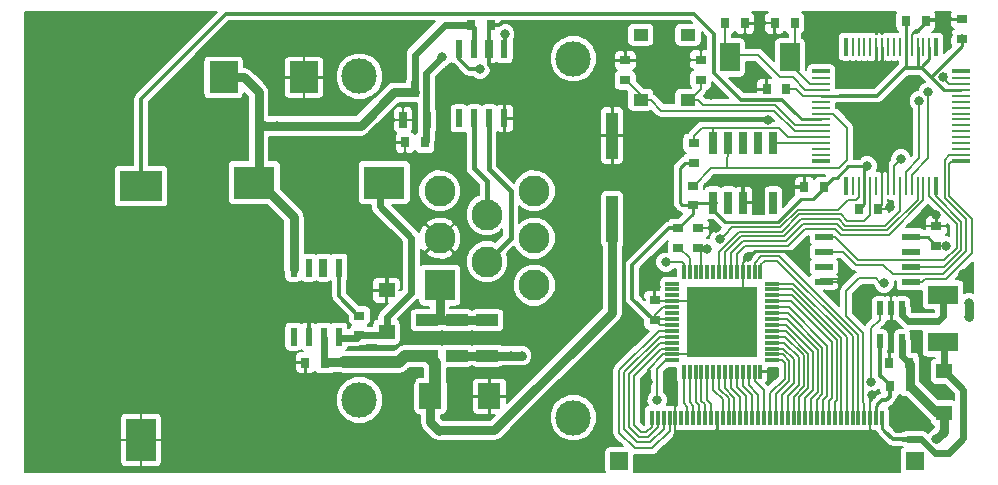
<source format=gtl>
G04 #@! TF.GenerationSoftware,KiCad,Pcbnew,(2017-01-11 revision e99b79cb2)-master*
G04 #@! TF.CreationDate,2017-11-20T10:16:14+02:00*
G04 #@! TF.ProjectId,display,646973706C61792E6B696361645F7063,1*
G04 #@! TF.FileFunction,Copper,L1,Top,Signal*
G04 #@! TF.FilePolarity,Positive*
%FSLAX46Y46*%
G04 Gerber Fmt 4.6, Leading zero omitted, Abs format (unit mm)*
G04 Created by KiCad (PCBNEW (2017-01-11 revision e99b79cb2)-master) date Mon Nov 20 10:16:14 2017*
%MOMM*%
%LPD*%
G01*
G04 APERTURE LIST*
%ADD10C,0.100000*%
%ADD11R,1.500000X1.500000*%
%ADD12R,0.300000X1.200000*%
%ADD13R,0.600000X1.524000*%
%ADD14R,0.635000X1.524000*%
%ADD15R,5.900000X5.900000*%
%ADD16R,1.200000X0.300000*%
%ADD17R,0.762000X0.939800*%
%ADD18R,0.939800X0.762000*%
%ADD19R,1.899920X0.998220*%
%ADD20R,1.498600X0.398780*%
%ADD21R,1.498600X0.279400*%
%ADD22R,0.398780X1.498600*%
%ADD23R,0.279400X1.498600*%
%ADD24R,1.699260X2.397760*%
%ADD25R,0.635000X1.905000*%
%ADD26R,1.524000X0.600000*%
%ADD27R,3.599180X2.598420*%
%ADD28R,2.598420X3.599180*%
%ADD29R,2.400000X2.700000*%
%ADD30R,1.300000X1.000000*%
%ADD31R,1.900000X2.179320*%
%ADD32R,1.399540X1.297940*%
%ADD33R,0.700000X1.350000*%
%ADD34R,3.500000X2.799080*%
%ADD35R,2.623820X2.623820*%
%ADD36C,2.623820*%
%ADD37C,2.999740*%
%ADD38R,0.500000X1.200000*%
%ADD39R,2.600000X1.600000*%
%ADD40R,0.998220X3.997960*%
%ADD41C,0.800000*%
%ADD42C,0.250000*%
%ADD43C,0.200000*%
%ADD44C,0.300000*%
%ADD45C,0.600000*%
%ADD46C,0.800000*%
%ADD47C,0.400000*%
%ADD48C,1.000000*%
G04 APERTURE END LIST*
D10*
D11*
X149200000Y-108900000D03*
X174200000Y-108900000D03*
D12*
X171448266Y-105201426D03*
X170948266Y-105201426D03*
X170448266Y-105201426D03*
X169948266Y-105201426D03*
X169448266Y-105201426D03*
X168948266Y-105201426D03*
X168448266Y-105201426D03*
X167948266Y-105201426D03*
X167448266Y-105201426D03*
X166948266Y-105201426D03*
X166448266Y-105201426D03*
X165948266Y-105201426D03*
X165448266Y-105201426D03*
X164948266Y-105201426D03*
X164448266Y-105201426D03*
X163948266Y-105201426D03*
X163448266Y-105201426D03*
X162948266Y-105201426D03*
X162448266Y-105201426D03*
X161948266Y-105201426D03*
X161448266Y-105201426D03*
X160948266Y-105201426D03*
X160448266Y-105201426D03*
X159948266Y-105201426D03*
X159448266Y-105201426D03*
X158948266Y-105201426D03*
X158448266Y-105201426D03*
X157948266Y-105201426D03*
X157448266Y-105201426D03*
X156948266Y-105201426D03*
X156448266Y-105201426D03*
X155948266Y-105201426D03*
X155448266Y-105201426D03*
X154948266Y-105201426D03*
X154448266Y-105201426D03*
X153948266Y-105201426D03*
X153448266Y-105201426D03*
X152948266Y-105201426D03*
X152448266Y-105201426D03*
X151948266Y-105201426D03*
D13*
X125440000Y-98342000D03*
X124170000Y-98342000D03*
X122900000Y-98342000D03*
X121630000Y-98342000D03*
X121630000Y-92500000D03*
X122900000Y-92500000D03*
D14*
X124135000Y-92500000D03*
D13*
X125440000Y-92500000D03*
D15*
X157900000Y-97100000D03*
D12*
X161150000Y-92900000D03*
X160650000Y-92900000D03*
X160150000Y-92900000D03*
X159650000Y-92900000D03*
X159150000Y-92900000D03*
X158650000Y-92900000D03*
X158150000Y-92900000D03*
X157650000Y-92900000D03*
X157150000Y-92900000D03*
X156650000Y-92900000D03*
X156150000Y-92900000D03*
X155650000Y-92900000D03*
X155150000Y-92900000D03*
X154650000Y-92900000D03*
D16*
X153700000Y-93850000D03*
X153700000Y-94350000D03*
X153700000Y-94850000D03*
X153700000Y-95350000D03*
X153700000Y-95850000D03*
X153700000Y-96350000D03*
X153700000Y-96850000D03*
X153700000Y-97350000D03*
X153700000Y-97850000D03*
X153700000Y-98350000D03*
X153700000Y-98850000D03*
X153700000Y-99350000D03*
X153700000Y-99850000D03*
X153700000Y-100350000D03*
D12*
X154650000Y-101300000D03*
X155150000Y-101300000D03*
X155650000Y-101300000D03*
X156150000Y-101300000D03*
X156650000Y-101300000D03*
X157150000Y-101300000D03*
X157650000Y-101300000D03*
X158150000Y-101300000D03*
X158650000Y-101300000D03*
X159150000Y-101300000D03*
X159650000Y-101300000D03*
X160150000Y-101300000D03*
X160650000Y-101300000D03*
X161150000Y-101300000D03*
D16*
X162100000Y-100350000D03*
X162100000Y-99850000D03*
X162100000Y-99350000D03*
X162100000Y-98850000D03*
X162100000Y-98350000D03*
X162100000Y-97850000D03*
X162100000Y-97350000D03*
X162100000Y-96850000D03*
X162100000Y-96350000D03*
X162100000Y-95850000D03*
X162100000Y-95350000D03*
X162100000Y-94850000D03*
X162100000Y-94350000D03*
X162100000Y-93850000D03*
D17*
X136661800Y-72000000D03*
X138338200Y-72000000D03*
D18*
X152200000Y-95261800D03*
X152200000Y-96938200D03*
X155900000Y-90838200D03*
X155900000Y-89161800D03*
D17*
X166538200Y-85700000D03*
X164861800Y-85700000D03*
X175138200Y-71600000D03*
X173461800Y-71600000D03*
X171138200Y-87550000D03*
X169461800Y-87550000D03*
D18*
X178200000Y-73138200D03*
X178200000Y-71461800D03*
D17*
X161661800Y-77400000D03*
X163338200Y-77400000D03*
D19*
X138000000Y-99948600D03*
X138000000Y-96951400D03*
D18*
X154200000Y-89161800D03*
X154200000Y-90838200D03*
D17*
X173788200Y-102500000D03*
X172111800Y-102500000D03*
D20*
X178097880Y-83510000D03*
D21*
X178097880Y-82948660D03*
X178097880Y-82448280D03*
X178097880Y-81947900D03*
X178097880Y-81447520D03*
X178097880Y-80949680D03*
X178097880Y-80449300D03*
X178097880Y-79948920D03*
X178097880Y-79451080D03*
X178097880Y-78950700D03*
X178097880Y-78450320D03*
X178097880Y-77952480D03*
X178097880Y-77452100D03*
X178097880Y-76951720D03*
X178097880Y-76451340D03*
D20*
X178097880Y-75890000D03*
D22*
X176010000Y-73802120D03*
D23*
X175448660Y-73802120D03*
X174948280Y-73802120D03*
X174447900Y-73802120D03*
X173947520Y-73802120D03*
X173449680Y-73802120D03*
X172949300Y-73802120D03*
X172448920Y-73802120D03*
X171951080Y-73802120D03*
X171450700Y-73802120D03*
X170950320Y-73802120D03*
X170452480Y-73802120D03*
X169952100Y-73802120D03*
X169451720Y-73802120D03*
X168951340Y-73802120D03*
D22*
X168390000Y-73802120D03*
D20*
X166302120Y-75890000D03*
D21*
X166302120Y-76451340D03*
X166302120Y-76951720D03*
X166302120Y-77452100D03*
X166302120Y-77952480D03*
X166302120Y-78450320D03*
X166302120Y-78950700D03*
X166302120Y-79451080D03*
X166302120Y-79948920D03*
X166302120Y-80449300D03*
X166302120Y-80949680D03*
X166302120Y-81447520D03*
X166302120Y-81947900D03*
X166302120Y-82448280D03*
X166302120Y-82948660D03*
D20*
X166302120Y-83510000D03*
D22*
X168390000Y-85597880D03*
D23*
X168951340Y-85597880D03*
X169451720Y-85597880D03*
X169952100Y-85597880D03*
X170452480Y-85597880D03*
X170950320Y-85597880D03*
X171450700Y-85597880D03*
X171951080Y-85597880D03*
X172448920Y-85597880D03*
X172949300Y-85597880D03*
X173449680Y-85597880D03*
X173947520Y-85597880D03*
X174447900Y-85597880D03*
X174948280Y-85597880D03*
X175448660Y-85597880D03*
D22*
X176010000Y-85597880D03*
D17*
X164038200Y-71800000D03*
X162361800Y-71800000D03*
X159838200Y-71800000D03*
X158161800Y-71800000D03*
D24*
X163640000Y-74700000D03*
X158560000Y-74700000D03*
D25*
X157160000Y-87000000D03*
X157160000Y-81920000D03*
X158430000Y-87000000D03*
X158430000Y-81920000D03*
X159700000Y-87000000D03*
X159700000Y-81920000D03*
X160970000Y-81920000D03*
X162240000Y-87000000D03*
X162240000Y-81920000D03*
D18*
X155500000Y-83638200D03*
X155500000Y-81961800D03*
X155400000Y-85561800D03*
X155400000Y-87238200D03*
X176050000Y-90638200D03*
X176050000Y-88961800D03*
D26*
X166529700Y-89896270D03*
X166529700Y-91163730D03*
X166529700Y-92433730D03*
X166529700Y-93703730D03*
X173870300Y-93703730D03*
X173870300Y-92433730D03*
X173870300Y-91163730D03*
X173870300Y-89896270D03*
D18*
X156100000Y-74911800D03*
X156100000Y-76588200D03*
X149700000Y-76638200D03*
X149700000Y-74961800D03*
D27*
X108700000Y-85600000D03*
D28*
X108700000Y-107098560D03*
D29*
X115700000Y-76400000D03*
X122500000Y-76400000D03*
D30*
X155000000Y-78299550D03*
X155000000Y-72800450D03*
X151000000Y-72800450D03*
X151000000Y-78299550D03*
D13*
X139455000Y-79871000D03*
X138185000Y-79871000D03*
X136915000Y-79871000D03*
X135645000Y-79871000D03*
X135645000Y-74029000D03*
X136915000Y-74029000D03*
D14*
X138150000Y-74029000D03*
D13*
X139455000Y-74029000D03*
D31*
X138200000Y-103400000D03*
X133200000Y-103400000D03*
D32*
X129500000Y-94434700D03*
X129500000Y-97965300D03*
D19*
X132900000Y-96951400D03*
X132900000Y-99948600D03*
D33*
X130900000Y-80000000D03*
X132900000Y-80000000D03*
X131900000Y-77400000D03*
D34*
X129300000Y-85300000D03*
X118300000Y-85300000D03*
D35*
X133999580Y-93999740D03*
D36*
X133999580Y-90001780D03*
X133999580Y-86003820D03*
X137997540Y-92000760D03*
X137997540Y-88002800D03*
X141995500Y-93999740D03*
X141995500Y-90001780D03*
X141995500Y-86003820D03*
D37*
X127200000Y-103700000D03*
X127200000Y-76303560D03*
X145297500Y-74802420D03*
X145297500Y-105201140D03*
D17*
X124288200Y-100550000D03*
X122611800Y-100550000D03*
D18*
X127200000Y-96561800D03*
X127200000Y-98238200D03*
D17*
X131061800Y-81900000D03*
X132738200Y-81900000D03*
X173738200Y-100600000D03*
X172061800Y-100600000D03*
D32*
X176700000Y-101284700D03*
X176700000Y-104815300D03*
D38*
X173150000Y-95950000D03*
X172200000Y-95950000D03*
X171250000Y-95950000D03*
X171250000Y-98750000D03*
X173150000Y-98750000D03*
D39*
X176600000Y-94800000D03*
X176600000Y-98800000D03*
D19*
X135450000Y-96951400D03*
X135450000Y-99948600D03*
D40*
X148600000Y-81328240D03*
X148600000Y-88425000D03*
D41*
X150600000Y-90300000D03*
X164350000Y-91500000D03*
X172125000Y-97550000D03*
X175150000Y-101175000D03*
X173850000Y-105800000D03*
X148325000Y-99575000D03*
X147900000Y-105175000D03*
X141700000Y-105425000D03*
X135550000Y-104125000D03*
X170497926Y-106674990D03*
X154158593Y-106674990D03*
X172150000Y-87400000D03*
X160119982Y-91619982D03*
X157383769Y-89151306D03*
X176047168Y-88052832D03*
X178278888Y-93078888D03*
X171950000Y-82900000D03*
X161803857Y-79967488D03*
X157000000Y-77850000D03*
X169800000Y-94700000D03*
X122900000Y-96600000D03*
X129500000Y-92200000D03*
X160600000Y-75850000D03*
X153700000Y-83350000D03*
X149350000Y-78100000D03*
X153900000Y-76900000D03*
X139700000Y-81800000D03*
X159600000Y-85200000D03*
X163700000Y-85800000D03*
X170600010Y-103300402D03*
X153700000Y-103300000D03*
X151600000Y-102200000D03*
X152200000Y-93900000D03*
X162100000Y-101400000D03*
X165800000Y-74600000D03*
X157500000Y-106600000D03*
X161100000Y-73000000D03*
X171400000Y-76000000D03*
X177000000Y-72800000D03*
X176630338Y-76369662D03*
X141700000Y-73200000D03*
X135200000Y-81900000D03*
X124700000Y-76700000D03*
X138800000Y-76000000D03*
X168200000Y-93100000D03*
X134100000Y-77400000D03*
X140400000Y-98400000D03*
X123100000Y-90500000D03*
X128500000Y-96100000D03*
X131100000Y-98300000D03*
X131600000Y-102100000D03*
X130200000Y-108000000D03*
X118900000Y-107700000D03*
X118800000Y-99200000D03*
X118700000Y-88700000D03*
X115800000Y-82600000D03*
X115900000Y-92900000D03*
X115900000Y-102600000D03*
X116100000Y-109000000D03*
X99400000Y-108900000D03*
X99400000Y-95700000D03*
X99400000Y-83800000D03*
X99300000Y-71600000D03*
X112000000Y-72700000D03*
X116100000Y-72400000D03*
X132600000Y-72100000D03*
X130700000Y-76300000D03*
X129700000Y-80600000D03*
X120000000Y-82000000D03*
X120100000Y-79100000D03*
X119200000Y-80500000D03*
X120200000Y-80500000D03*
X178800000Y-96700000D03*
X178800000Y-95500000D03*
X156586666Y-90889055D03*
X173050000Y-83300000D03*
X176861800Y-90638200D03*
X178200000Y-73138200D03*
X157160000Y-87000000D03*
X170200000Y-83900000D03*
X171600000Y-93800000D03*
X134200000Y-74700000D03*
X175359948Y-77600728D03*
X139500000Y-72700000D03*
X137400000Y-75700000D03*
X174600000Y-78400000D03*
X157706468Y-90106468D03*
X153150000Y-92050000D03*
X152400000Y-103700000D03*
X170538547Y-102213169D03*
X176050000Y-107025000D03*
X176700000Y-106350000D03*
X140050000Y-99948600D03*
X140925000Y-99950000D03*
D42*
X160519981Y-91219983D02*
X160119982Y-91619982D01*
X163949978Y-91099978D02*
X160639986Y-91099978D01*
X160639986Y-91099978D02*
X160519981Y-91219983D01*
X164350000Y-91500000D02*
X163949978Y-91099978D01*
X172200000Y-95950000D02*
X172200000Y-97475000D01*
X172200000Y-97475000D02*
X172125000Y-97550000D01*
X147900000Y-105175000D02*
X147900000Y-100000000D01*
X147900000Y-100000000D02*
X148325000Y-99575000D01*
D43*
X170448266Y-106625330D02*
X170497926Y-106674990D01*
X170448266Y-105201426D02*
X170448266Y-106625330D01*
X157500000Y-106600000D02*
X165561685Y-106600000D01*
X165561685Y-106600000D02*
X167236696Y-108275011D01*
X167236696Y-108275011D02*
X167636695Y-108675010D01*
X153948266Y-106464663D02*
X154158593Y-106674990D01*
X153948266Y-105201426D02*
X153948266Y-106464663D01*
X171138200Y-87550000D02*
X172000000Y-87550000D01*
X172000000Y-87550000D02*
X172150000Y-87400000D01*
X159650000Y-92089964D02*
X159719983Y-92019981D01*
X159650000Y-92900000D02*
X159650000Y-92089964D01*
X159719983Y-92019981D02*
X160119982Y-91619982D01*
X155900000Y-89161800D02*
X157373275Y-89161800D01*
X157373275Y-89161800D02*
X157383769Y-89151306D01*
X171450700Y-85597880D02*
X171450700Y-87237500D01*
X171450700Y-87237500D02*
X171138200Y-87550000D01*
X176050000Y-88055664D02*
X176047168Y-88052832D01*
X176050000Y-88961800D02*
X176050000Y-88055664D01*
X171950000Y-82900000D02*
X171450700Y-83399300D01*
X171450700Y-83399300D02*
X171450700Y-85597880D01*
X171951080Y-85597880D02*
X171951080Y-82901080D01*
X171951080Y-82901080D02*
X171950000Y-82900000D01*
D44*
X122915000Y-98421000D02*
X122915000Y-96615000D01*
X122915000Y-96615000D02*
X122900000Y-96600000D01*
D42*
X129500000Y-94434700D02*
X129500000Y-92200000D01*
X122661800Y-100500000D02*
X121200000Y-100500000D01*
D43*
X154050000Y-80950000D02*
X154050000Y-83000000D01*
X154050000Y-83000000D02*
X153700000Y-83350000D01*
X149350000Y-78100000D02*
X148950001Y-78499999D01*
X148950001Y-78499999D02*
X148749999Y-78499999D01*
X154550000Y-74900000D02*
X153900000Y-75550000D01*
X153900000Y-75550000D02*
X153900000Y-76900000D01*
X155418300Y-74900000D02*
X154550000Y-74900000D01*
X156100000Y-74911800D02*
X155430100Y-74911800D01*
X155430100Y-74911800D02*
X155418300Y-74900000D01*
X122500000Y-76400000D02*
X124400000Y-76400000D01*
X124400000Y-76400000D02*
X124700000Y-76700000D01*
D42*
X139440000Y-79942000D02*
X139440000Y-81540000D01*
X139440000Y-81540000D02*
X139700000Y-81800000D01*
D44*
X138338200Y-72000000D02*
X139019200Y-72000000D01*
X138135000Y-72203200D02*
X138338200Y-72000000D01*
X159700000Y-87000000D02*
X159700000Y-85300000D01*
X159700000Y-85300000D02*
X159600000Y-85200000D01*
X164861800Y-85700000D02*
X163800000Y-85700000D01*
X163800000Y-85700000D02*
X163700000Y-85800000D01*
D43*
X170448266Y-103452146D02*
X170600010Y-103300402D01*
X170448266Y-105201426D02*
X170448266Y-103452146D01*
X166229700Y-93503730D02*
X167796270Y-93503730D01*
X153948266Y-105201426D02*
X153948266Y-103548266D01*
X153948266Y-103548266D02*
X153700000Y-103300000D01*
X153700000Y-99850000D02*
X152900000Y-99850000D01*
X152900000Y-99850000D02*
X151600000Y-101150000D01*
X151600000Y-101150000D02*
X151600000Y-102200000D01*
X152200000Y-95261800D02*
X152200000Y-93900000D01*
X153700000Y-95350000D02*
X152288200Y-95350000D01*
X152288200Y-95350000D02*
X152200000Y-95261800D01*
X159650000Y-92900000D02*
X159650000Y-95350000D01*
X159650000Y-95350000D02*
X157900000Y-97100000D01*
X153700000Y-95350000D02*
X156150000Y-95350000D01*
X156150000Y-95350000D02*
X157900000Y-97100000D01*
X153700000Y-99850000D02*
X155150000Y-99850000D01*
X155150000Y-99850000D02*
X157900000Y-97100000D01*
X161150000Y-101300000D02*
X162000000Y-101300000D01*
X162000000Y-101300000D02*
X162100000Y-101400000D01*
D42*
X157448266Y-105201426D02*
X157448266Y-106548266D01*
X157448266Y-106548266D02*
X157500000Y-106600000D01*
X159838200Y-71800000D02*
X161100000Y-71800000D01*
X161100000Y-71800000D02*
X161100000Y-73000000D01*
X170950320Y-73802120D02*
X170950320Y-75550320D01*
X170950320Y-75550320D02*
X171400000Y-76000000D01*
X171450700Y-73802120D02*
X171450700Y-75949300D01*
X171450700Y-75949300D02*
X171400000Y-76000000D01*
X176600000Y-71461800D02*
X175276400Y-71461800D01*
X178200000Y-71461800D02*
X176600000Y-71461800D01*
X176600000Y-71461800D02*
X176600000Y-72400000D01*
X176600000Y-72400000D02*
X177000000Y-72800000D01*
D43*
X173947520Y-72790680D02*
X174200000Y-72538200D01*
D42*
X175138200Y-71600000D02*
X175138200Y-71688900D01*
X175138200Y-71688900D02*
X174288900Y-72538200D01*
X174288900Y-72538200D02*
X174200000Y-72538200D01*
X175276400Y-71461800D02*
X175138200Y-71600000D01*
D43*
X173947520Y-73802120D02*
X173947520Y-72790680D01*
X176630338Y-76433478D02*
X176630338Y-76369662D01*
X177148580Y-76951720D02*
X176630338Y-76433478D01*
X178097880Y-76951720D02*
X177148580Y-76951720D01*
D42*
X152238200Y-95261800D02*
X152200000Y-95300000D01*
D44*
X139319200Y-71700000D02*
X140200000Y-71700000D01*
X139019200Y-72000000D02*
X139319200Y-71700000D01*
X140200000Y-71700000D02*
X141700000Y-73200000D01*
X138135000Y-74100000D02*
X138135000Y-75335000D01*
X138135000Y-75335000D02*
X138800000Y-76000000D01*
X138135000Y-74100000D02*
X138135000Y-72203200D01*
D43*
X167796270Y-93503730D02*
X168200000Y-93100000D01*
X115800000Y-87500000D02*
X117500000Y-87500000D01*
X117500000Y-87500000D02*
X118700000Y-88700000D01*
X115800000Y-82600000D02*
X115800000Y-87500000D01*
D45*
X131900000Y-74500000D02*
X134400000Y-72000000D01*
X134400000Y-72000000D02*
X136661800Y-72000000D01*
D46*
X119200000Y-80500000D02*
X120200000Y-80500000D01*
X118651420Y-80500000D02*
X119200000Y-80500000D01*
X120200000Y-80500000D02*
X127300000Y-80500000D01*
D45*
X131900000Y-77651920D02*
X131900000Y-74500000D01*
D47*
X136900000Y-74100000D02*
X136900000Y-72238200D01*
X136900000Y-72238200D02*
X136661800Y-72000000D01*
D46*
X127300000Y-80500000D02*
X130148080Y-77651920D01*
X130148080Y-77651920D02*
X131900000Y-77651920D01*
X118651420Y-80500000D02*
X118651420Y-77651420D01*
X118651420Y-85300000D02*
X118651420Y-80500000D01*
X118651420Y-77651420D02*
X117400000Y-76400000D01*
X117400000Y-76400000D02*
X115700000Y-76400000D01*
X121645000Y-92579000D02*
X121645000Y-88193250D01*
X121645000Y-88193250D02*
X118751750Y-85300000D01*
X118751750Y-85300000D02*
X118651420Y-85300000D01*
X178800000Y-96700000D02*
X178800000Y-95500000D01*
D42*
X162661199Y-88624945D02*
X158149945Y-88624945D01*
X164586144Y-86700000D02*
X162661199Y-88624945D01*
X165627100Y-86700000D02*
X164586144Y-86700000D01*
X166538200Y-85700000D02*
X166538200Y-85788900D01*
X166538200Y-85788900D02*
X165627100Y-86700000D01*
X157160000Y-87635000D02*
X157160000Y-87000000D01*
X158149945Y-88624945D02*
X157160000Y-87635000D01*
X156020981Y-90889055D02*
X156586666Y-90889055D01*
X155900000Y-90838200D02*
X155950855Y-90889055D01*
X155950855Y-90889055D02*
X156020981Y-90889055D01*
X169924989Y-87086811D02*
X169461800Y-87550000D01*
X169924989Y-85624991D02*
X169924989Y-87086811D01*
X169952100Y-85597880D02*
X169924989Y-85624991D01*
D43*
X172448920Y-85597880D02*
X172448920Y-83901080D01*
X172448920Y-83901080D02*
X173050000Y-83300000D01*
D42*
X155400000Y-87238200D02*
X154538200Y-87238200D01*
X154538200Y-87238200D02*
X154350000Y-87050000D01*
X154350000Y-87050000D02*
X154350000Y-84068300D01*
X154350000Y-84068300D02*
X154780100Y-83638200D01*
X154780100Y-83638200D02*
X155500000Y-83638200D01*
X176050000Y-90638200D02*
X175308070Y-89896270D01*
X175308070Y-89896270D02*
X173870300Y-89896270D01*
D43*
X176050000Y-90638200D02*
X176861800Y-90638200D01*
D44*
X175600000Y-76400000D02*
X176400000Y-77200000D01*
D42*
X175600000Y-76369200D02*
X178200000Y-73769200D01*
X175600000Y-76400000D02*
X175600000Y-76369200D01*
D44*
X174800000Y-75600000D02*
X175600000Y-76400000D01*
D42*
X176400000Y-77200000D02*
X176652100Y-77452100D01*
D44*
X153430100Y-89161800D02*
X154200000Y-89161800D01*
X150300000Y-92291900D02*
X153430100Y-89161800D01*
X150300000Y-95127100D02*
X150300000Y-92291900D01*
X152111100Y-96938200D02*
X150300000Y-95127100D01*
X152200000Y-96938200D02*
X152111100Y-96938200D01*
D43*
X166302120Y-77952480D02*
X164752480Y-77952480D01*
X164752480Y-77952480D02*
X164200000Y-77400000D01*
X164200000Y-77400000D02*
X163338200Y-77400000D01*
D42*
X155400000Y-87238200D02*
X155400000Y-87961800D01*
X155400000Y-87961800D02*
X154200000Y-89161800D01*
X157160000Y-87000000D02*
X155638200Y-87000000D01*
X155638200Y-87000000D02*
X155400000Y-87238200D01*
D43*
X169948266Y-105201426D02*
X169948266Y-104048266D01*
X169948266Y-104048266D02*
X169800000Y-103900000D01*
D42*
X166538200Y-85700000D02*
X166538200Y-85661800D01*
X166538200Y-85661800D02*
X167300000Y-84900000D01*
X167300000Y-84900000D02*
X167600000Y-84900000D01*
X167600000Y-84900000D02*
X168600000Y-83900000D01*
X168600000Y-83900000D02*
X170200000Y-83900000D01*
X169952100Y-85597880D02*
X169952100Y-84147900D01*
X169952100Y-84147900D02*
X170200000Y-83900000D01*
D45*
X132849960Y-81788240D02*
X132738200Y-81900000D01*
D43*
X156150000Y-92900000D02*
X156150000Y-91088200D01*
X156150000Y-91088200D02*
X155900000Y-90838200D01*
X153700000Y-97350000D02*
X152611800Y-97350000D01*
X152611800Y-97350000D02*
X152200000Y-96938200D01*
X153700000Y-96850000D02*
X152288200Y-96850000D01*
X152288200Y-96850000D02*
X152200000Y-96938200D01*
X153700000Y-95850000D02*
X152900000Y-95850000D01*
X152900000Y-95850000D02*
X152200000Y-96550000D01*
X152200000Y-96550000D02*
X152200000Y-96938200D01*
D44*
X167847520Y-77952480D02*
X169900000Y-77952480D01*
X169900000Y-77952480D02*
X171047520Y-77952480D01*
D42*
X178200000Y-73769200D02*
X178200000Y-73138200D01*
X173449680Y-73802120D02*
X173449680Y-71612120D01*
X173449680Y-71612120D02*
X173461800Y-71600000D01*
X173449680Y-73802120D02*
X173449680Y-75550320D01*
D44*
X174400000Y-75600000D02*
X174800000Y-75600000D01*
D42*
X174447900Y-73802120D02*
X174447900Y-75552100D01*
X175448660Y-73802120D02*
X175448660Y-74801420D01*
X175448660Y-74801420D02*
X174800000Y-75450080D01*
X174800000Y-75450080D02*
X174800000Y-75600000D01*
X176652100Y-77452100D02*
X178097880Y-77452100D01*
X166302120Y-77952480D02*
X167847520Y-77952480D01*
D45*
X132849960Y-76050040D02*
X134200000Y-74700000D01*
X132849960Y-79948080D02*
X132849960Y-76050040D01*
X132849960Y-79948080D02*
X132849960Y-81788240D01*
D44*
X171047520Y-77952480D02*
X173400000Y-75600000D01*
X173400000Y-75600000D02*
X174400000Y-75600000D01*
D42*
X173449680Y-75550320D02*
X173400000Y-75600000D01*
X174447900Y-75552100D02*
X174400000Y-75600000D01*
D43*
X169800000Y-98000000D02*
X168400000Y-96600000D01*
X168400000Y-94500000D02*
X169500000Y-93400000D01*
X168400000Y-96600000D02*
X168400000Y-94500000D01*
X169500000Y-93400000D02*
X170900000Y-93400000D01*
X170900000Y-93400000D02*
X171300000Y-93800000D01*
X171300000Y-93800000D02*
X171600000Y-93800000D01*
X169800000Y-103900000D02*
X169800000Y-98000000D01*
D44*
X171125000Y-104025000D02*
X171425000Y-103725000D01*
D42*
X170948266Y-105201426D02*
X170948266Y-104201734D01*
X170948266Y-104201734D02*
X171125000Y-104025000D01*
D44*
X171425000Y-103725000D02*
X171800000Y-103725000D01*
X171800000Y-103725000D02*
X172111800Y-103413200D01*
X172111800Y-103413200D02*
X172111800Y-102500000D01*
X171250000Y-98750000D02*
X171250000Y-101638200D01*
X171250000Y-101638200D02*
X171341900Y-101730100D01*
X171341900Y-101730100D02*
X171430800Y-101730100D01*
X171430800Y-101730100D02*
X172111800Y-102411100D01*
X172111800Y-102411100D02*
X172111800Y-102500000D01*
D47*
X138170000Y-79942000D02*
X138170000Y-84170000D01*
X138170000Y-84170000D02*
X140000000Y-86000000D01*
X140000000Y-86000000D02*
X140000000Y-89998980D01*
X140000000Y-89998980D02*
X139311909Y-90687071D01*
X139311909Y-90687071D02*
X138000000Y-91998980D01*
X136900000Y-79942000D02*
X136900000Y-84100000D01*
X136900000Y-84100000D02*
X138000000Y-85200000D01*
X138000000Y-85200000D02*
X138000000Y-88001020D01*
D44*
X171721840Y-106375000D02*
X172371840Y-107025000D01*
D42*
X171448266Y-105201426D02*
X171448266Y-106101426D01*
X171448266Y-106101426D02*
X171721840Y-106375000D01*
D45*
X176700000Y-101284700D02*
X176700000Y-98900000D01*
X176700000Y-98900000D02*
X176600000Y-98800000D01*
X173625000Y-107025000D02*
X174725000Y-107025000D01*
X174725000Y-107025000D02*
X175900000Y-108200000D01*
X175900000Y-108200000D02*
X177075000Y-108200000D01*
X177075000Y-108200000D02*
X178325000Y-106950000D01*
X178325000Y-106950000D02*
X178325000Y-102858900D01*
X178325000Y-102858900D02*
X176750800Y-101284700D01*
X176750800Y-101284700D02*
X176700000Y-101284700D01*
D47*
X173175000Y-107025000D02*
X173625000Y-107025000D01*
D44*
X172371840Y-107025000D02*
X173175000Y-107025000D01*
D43*
X169399989Y-104353149D02*
X169448266Y-104401426D01*
X169448266Y-104401426D02*
X169448266Y-105201426D01*
X169399989Y-98199989D02*
X169399989Y-104353149D01*
X160650000Y-92100000D02*
X161225011Y-91524989D01*
X160650000Y-92900000D02*
X160650000Y-92100000D01*
X161225011Y-91524989D02*
X162724989Y-91524989D01*
X162724989Y-91524989D02*
X169399989Y-98199989D01*
X168948266Y-105201426D02*
X168948266Y-98313966D01*
X168948266Y-98313966D02*
X162559300Y-91925000D01*
X162559300Y-91925000D02*
X161525000Y-91925000D01*
X161525000Y-91925000D02*
X161150000Y-92300000D01*
X161150000Y-92300000D02*
X161150000Y-92900000D01*
X168448266Y-105201426D02*
X168448266Y-98379666D01*
X162900000Y-93850000D02*
X162100000Y-93850000D01*
X168448266Y-98379666D02*
X163918600Y-93850000D01*
X163918600Y-93850000D02*
X162900000Y-93850000D01*
X168000132Y-104349560D02*
X167948266Y-104401426D01*
X168000132Y-98497232D02*
X168000132Y-104349560D01*
X163852900Y-94350000D02*
X168000132Y-98497232D01*
X162100000Y-94350000D02*
X163852900Y-94350000D01*
X167948266Y-104401426D02*
X167948266Y-105201426D01*
X167448266Y-103874434D02*
X167600121Y-103722579D01*
X162900000Y-94850000D02*
X162100000Y-94850000D01*
X167448266Y-105201426D02*
X167448266Y-103874434D01*
X167600121Y-103722579D02*
X167600121Y-98662921D01*
X163787200Y-94850000D02*
X162900000Y-94850000D01*
X167600121Y-98662921D02*
X163787200Y-94850000D01*
X166948266Y-104401426D02*
X166948266Y-105201426D01*
X166948266Y-103808734D02*
X166948266Y-104401426D01*
X167200110Y-103556890D02*
X166948266Y-103808734D01*
X162100000Y-95350000D02*
X163721500Y-95350000D01*
X167200110Y-98828610D02*
X167200110Y-103556890D01*
X163721500Y-95350000D02*
X167200110Y-98828610D01*
X163541300Y-95850000D02*
X162900000Y-95850000D01*
X166800099Y-99108799D02*
X163541300Y-95850000D01*
X166448266Y-103743034D02*
X166800099Y-103391201D01*
X162900000Y-95850000D02*
X162100000Y-95850000D01*
X166448266Y-105201426D02*
X166448266Y-103743034D01*
X166800099Y-103391201D02*
X166800099Y-99108799D01*
X166400088Y-103225512D02*
X165948266Y-103677334D01*
X162100000Y-96350000D02*
X163475600Y-96350000D01*
X165948266Y-103677334D02*
X165948266Y-104401426D01*
X165948266Y-104401426D02*
X165948266Y-105201426D01*
X166400088Y-99274488D02*
X166400088Y-103225512D01*
X163475600Y-96350000D02*
X166400088Y-99274488D01*
X166000077Y-103059823D02*
X166000077Y-99440177D01*
X165448266Y-103611634D02*
X166000077Y-103059823D01*
X166000077Y-99440177D02*
X163409900Y-96850000D01*
X165448266Y-105201426D02*
X165448266Y-103611634D01*
X163409900Y-96850000D02*
X162900000Y-96850000D01*
X162900000Y-96850000D02*
X162100000Y-96850000D01*
X164948266Y-103545934D02*
X164948266Y-104401426D01*
X165600066Y-99605866D02*
X165600066Y-102894134D01*
X162100000Y-97350000D02*
X163344200Y-97350000D01*
X163344200Y-97350000D02*
X165600066Y-99605866D01*
X165600066Y-102894134D02*
X164948266Y-103545934D01*
X164948266Y-104401426D02*
X164948266Y-105201426D01*
X164448266Y-103480234D02*
X165200055Y-102728445D01*
X163278500Y-97850000D02*
X162900000Y-97850000D01*
X162900000Y-97850000D02*
X162100000Y-97850000D01*
X165200055Y-99771555D02*
X163278500Y-97850000D01*
X164448266Y-105201426D02*
X164448266Y-103480234D01*
X165200055Y-102728445D02*
X165200055Y-99771555D01*
X163948266Y-104401426D02*
X163948266Y-105201426D01*
X163948266Y-103414534D02*
X163948266Y-104401426D01*
X162100000Y-98350000D02*
X163212800Y-98350000D01*
X164800044Y-102562756D02*
X163948266Y-103414534D01*
X164800044Y-99937244D02*
X164800044Y-102562756D01*
X163212800Y-98350000D02*
X164800044Y-99937244D01*
X163448266Y-105201426D02*
X163448266Y-103348834D01*
X162900000Y-98850000D02*
X162100000Y-98850000D01*
X163147100Y-98850000D02*
X162900000Y-98850000D01*
X164400033Y-100102933D02*
X163147100Y-98850000D01*
X164400033Y-102397067D02*
X164400033Y-100102933D01*
X163448266Y-103348834D02*
X164400033Y-102397067D01*
X162948266Y-104401426D02*
X162948266Y-105201426D01*
X164000022Y-102231378D02*
X162948266Y-103283134D01*
X163081400Y-99350000D02*
X164000022Y-100268622D01*
X162948266Y-103283134D02*
X162948266Y-104401426D01*
X164000022Y-100268622D02*
X164000022Y-102231378D01*
X162100000Y-99350000D02*
X163081400Y-99350000D01*
X162448266Y-103217434D02*
X163600011Y-102065689D01*
X163600011Y-102065689D02*
X163600011Y-100434311D01*
X163600011Y-100434311D02*
X163015700Y-99850000D01*
X162900000Y-99850000D02*
X162100000Y-99850000D01*
X163015700Y-99850000D02*
X162900000Y-99850000D01*
X162448266Y-105201426D02*
X162448266Y-103217434D01*
X162950000Y-100350000D02*
X163200000Y-100600000D01*
X162100000Y-100350000D02*
X162950000Y-100350000D01*
X163200000Y-100600000D02*
X163200000Y-101900000D01*
X163200000Y-101900000D02*
X161948266Y-103151734D01*
X161948266Y-103151734D02*
X161948266Y-105201426D01*
X160650000Y-101300000D02*
X160650000Y-102100000D01*
X160650000Y-102100000D02*
X161448266Y-102898266D01*
X161448266Y-102898266D02*
X161448266Y-104401426D01*
X161448266Y-104401426D02*
X161448266Y-105201426D01*
X160150000Y-102450000D02*
X160948266Y-103248266D01*
X160948266Y-103248266D02*
X160948266Y-105201426D01*
X160150000Y-101300000D02*
X160150000Y-102450000D01*
X160448266Y-104401426D02*
X160448266Y-105201426D01*
X160448266Y-103313966D02*
X160448266Y-104401426D01*
X159650000Y-101300000D02*
X159650000Y-102515700D01*
X159650000Y-102515700D02*
X160448266Y-103313966D01*
X159948266Y-104401426D02*
X159948266Y-105201426D01*
X159948266Y-103379666D02*
X159948266Y-104401426D01*
X159150000Y-102581400D02*
X159948266Y-103379666D01*
X159150000Y-101300000D02*
X159150000Y-102581400D01*
X158650000Y-102650000D02*
X159448266Y-103448266D01*
X159448266Y-103448266D02*
X159448266Y-105201426D01*
X158650000Y-101300000D02*
X158650000Y-102650000D01*
X158150000Y-101300000D02*
X158150000Y-102715700D01*
X158948266Y-104401426D02*
X158948266Y-105201426D01*
X158948266Y-103513966D02*
X158948266Y-104401426D01*
X158150000Y-102715700D02*
X158948266Y-103513966D01*
X158448266Y-103579666D02*
X158448266Y-104401426D01*
X158448266Y-104401426D02*
X158448266Y-105201426D01*
X157650000Y-101300000D02*
X157650000Y-102781400D01*
X157650000Y-102781400D02*
X158448266Y-103579666D01*
X157150000Y-101300000D02*
X157150000Y-102850000D01*
X157150000Y-102850000D02*
X157948266Y-103648266D01*
X157948266Y-103648266D02*
X157948266Y-105201426D01*
X156650000Y-101300000D02*
X156650000Y-103715700D01*
X156948266Y-104013966D02*
X156948266Y-104401426D01*
X156948266Y-104401426D02*
X156948266Y-105201426D01*
X156650000Y-103715700D02*
X156948266Y-104013966D01*
X156448266Y-104401426D02*
X156448266Y-105201426D01*
X156448266Y-104079666D02*
X156448266Y-104401426D01*
X156150000Y-101300000D02*
X156150000Y-103781400D01*
X156150000Y-103781400D02*
X156448266Y-104079666D01*
X155650000Y-101300000D02*
X155650000Y-103847100D01*
X155650000Y-103847100D02*
X155948266Y-104145366D01*
X155948266Y-104145366D02*
X155948266Y-104401426D01*
X155948266Y-104401426D02*
X155948266Y-105201426D01*
X155150000Y-103912800D02*
X155448266Y-104211066D01*
X155448266Y-104401426D02*
X155448266Y-105201426D01*
X155448266Y-104211066D02*
X155448266Y-104401426D01*
X155150000Y-101300000D02*
X155150000Y-103912800D01*
X154948266Y-104276766D02*
X154948266Y-104401426D01*
X154650000Y-101300000D02*
X154650000Y-103978500D01*
X154650000Y-103978500D02*
X154948266Y-104276766D01*
X154948266Y-104401426D02*
X154948266Y-105201426D01*
X152552900Y-97850000D02*
X153700000Y-97850000D01*
X153448266Y-105201426D02*
X153448266Y-106351734D01*
X153448266Y-106351734D02*
X152000000Y-107800000D01*
X152000000Y-107800000D02*
X150534300Y-107800000D01*
X150534300Y-107800000D02*
X149199967Y-106465667D01*
X149199967Y-101202933D02*
X152552900Y-97850000D01*
X149199967Y-106465667D02*
X149199967Y-101202933D01*
X153700000Y-98350000D02*
X152618600Y-98350000D01*
X152618600Y-98350000D02*
X149599978Y-101368622D01*
X149599978Y-101368622D02*
X149599978Y-106199978D01*
X151800000Y-107300000D02*
X152948266Y-106151734D01*
X149599978Y-106199978D02*
X150700000Y-107300000D01*
X150700000Y-107300000D02*
X151800000Y-107300000D01*
X152948266Y-106151734D02*
X152948266Y-106001426D01*
X152948266Y-106001426D02*
X152948266Y-105201426D01*
X152684300Y-98850000D02*
X153700000Y-98850000D01*
X149999989Y-105965689D02*
X149999989Y-101534311D01*
X152448266Y-105201426D02*
X152448266Y-106017434D01*
X151665689Y-106800011D02*
X150834311Y-106800011D01*
X152448266Y-106017434D02*
X151665689Y-106800011D01*
X150834311Y-106800011D02*
X149999989Y-105965689D01*
X149999989Y-101534311D02*
X152684300Y-98850000D01*
X153700000Y-99350000D02*
X152750000Y-99350000D01*
X151000000Y-106400000D02*
X150400000Y-105800000D01*
X151948266Y-105951734D02*
X151500000Y-106400000D01*
X151500000Y-106400000D02*
X151000000Y-106400000D01*
X150400000Y-101700000D02*
X152750000Y-99350000D01*
X150400000Y-105800000D02*
X150400000Y-101700000D01*
X151948266Y-105201426D02*
X151948266Y-105951734D01*
X154200000Y-90838200D02*
X154288900Y-90838200D01*
X155150000Y-91699300D02*
X155150000Y-92100000D01*
X154288900Y-90838200D02*
X155150000Y-91699300D01*
X155150000Y-92100000D02*
X155150000Y-92900000D01*
X173947520Y-85597880D02*
X173947520Y-84648580D01*
X173947520Y-84648580D02*
X175359948Y-83236152D01*
X175359948Y-83236152D02*
X175359948Y-78166413D01*
X175359948Y-78166413D02*
X175359948Y-77600728D01*
D44*
X139500000Y-72700000D02*
X139500000Y-74040000D01*
X139500000Y-74040000D02*
X139440000Y-74100000D01*
D43*
X174600000Y-83250000D02*
X173449680Y-84400320D01*
X173449680Y-84400320D02*
X173449680Y-85597880D01*
X174600000Y-78400000D02*
X174600000Y-83250000D01*
D44*
X135630000Y-74830000D02*
X135630000Y-74100000D01*
X137400000Y-75700000D02*
X136500000Y-75700000D01*
X136500000Y-75700000D02*
X135630000Y-74830000D01*
D43*
X174948280Y-85597880D02*
X174948280Y-86801720D01*
X172000000Y-89750000D02*
X167985432Y-89750000D01*
X174948280Y-86801720D02*
X172000000Y-89750000D01*
X167985432Y-89750000D02*
X167435432Y-89200000D01*
X167435432Y-89200000D02*
X164950000Y-89200000D01*
X159850000Y-90650000D02*
X159150000Y-91350000D01*
X164950000Y-89200000D02*
X163500000Y-90650000D01*
X163500000Y-90650000D02*
X159850000Y-90650000D01*
X159150000Y-91350000D02*
X159150000Y-92100000D01*
X159150000Y-92100000D02*
X159150000Y-92900000D01*
X174447900Y-86736400D02*
X174447900Y-86547180D01*
X174447900Y-86547180D02*
X174447900Y-85597880D01*
X168151121Y-89349989D02*
X171834311Y-89349989D01*
X167601121Y-88799989D02*
X168151121Y-89349989D01*
X163334311Y-90249989D02*
X164784311Y-88799989D01*
X159684311Y-90249989D02*
X163334311Y-90249989D01*
X164784311Y-88799989D02*
X167601121Y-88799989D01*
X158650000Y-92900000D02*
X158650000Y-91284300D01*
X158650000Y-91284300D02*
X159684311Y-90249989D01*
X171834311Y-89349989D02*
X174447900Y-86736400D01*
X159518622Y-89849978D02*
X158150000Y-91218600D01*
X163168622Y-89849978D02*
X159518622Y-89849978D01*
X164618622Y-88399978D02*
X163168622Y-89849978D01*
X168316810Y-88949978D02*
X167766810Y-88399978D01*
X167766810Y-88399978D02*
X164618622Y-88399978D01*
X171668622Y-88949978D02*
X168316810Y-88949978D01*
X158150000Y-91218600D02*
X158150000Y-92100000D01*
X172949300Y-85597880D02*
X172949300Y-87669300D01*
X172949300Y-87669300D02*
X171668622Y-88949978D01*
X158150000Y-92100000D02*
X158150000Y-92900000D01*
X157650000Y-91152900D02*
X157650000Y-92100000D01*
X163002933Y-89449967D02*
X159352933Y-89449967D01*
X164452933Y-87999967D02*
X163002933Y-89449967D01*
X169950033Y-88549967D02*
X168482499Y-88549967D01*
X170452480Y-85597880D02*
X170452480Y-88047520D01*
X157650000Y-92100000D02*
X157650000Y-92900000D01*
X168482499Y-88549967D02*
X167932499Y-87999967D01*
X159352933Y-89449967D02*
X157650000Y-91152900D01*
X170452480Y-88047520D02*
X169950033Y-88549967D01*
X167932499Y-87999967D02*
X164452933Y-87999967D01*
X153150000Y-92050000D02*
X154500000Y-92050000D01*
X154500000Y-92050000D02*
X154650000Y-92200000D01*
X154650000Y-92200000D02*
X154650000Y-92900000D01*
X158106467Y-89706469D02*
X157706468Y-90106468D01*
X158762980Y-89049956D02*
X158106467Y-89706469D01*
X162837244Y-89049956D02*
X158762980Y-89049956D01*
X167750044Y-87599956D02*
X164287244Y-87599956D01*
X169218801Y-86780099D02*
X168569901Y-86780099D01*
X169451720Y-85597880D02*
X169451720Y-86547180D01*
X169451720Y-86547180D02*
X169218801Y-86780099D01*
X164287244Y-87599956D02*
X162837244Y-89049956D01*
X168569901Y-86780099D02*
X167750044Y-87599956D01*
X171250000Y-96925000D02*
X170538547Y-97636453D01*
X170538547Y-97636453D02*
X170538547Y-102213169D01*
X171250000Y-95950000D02*
X171250000Y-96925000D01*
X153150000Y-100350000D02*
X152400000Y-101100000D01*
X152400000Y-103134315D02*
X152400000Y-103700000D01*
X153700000Y-100350000D02*
X153150000Y-100350000D01*
X152400000Y-101100000D02*
X152400000Y-103134315D01*
X166302120Y-76951720D02*
X165352820Y-76951720D01*
X165352820Y-76951720D02*
X163640000Y-75238900D01*
X163640000Y-75238900D02*
X163640000Y-74700000D01*
X164038200Y-71800000D02*
X164038200Y-74301800D01*
X164038200Y-74301800D02*
X163640000Y-74700000D01*
X166302120Y-77452100D02*
X164952100Y-77452100D01*
X164952100Y-77452100D02*
X163900000Y-76400000D01*
X163900000Y-76400000D02*
X162836004Y-76400000D01*
X162836004Y-76400000D02*
X160936004Y-74500000D01*
X160936004Y-74500000D02*
X158760000Y-74500000D01*
X158760000Y-74500000D02*
X158560000Y-74700000D01*
X158161800Y-71800000D02*
X158161800Y-74301800D01*
X158161800Y-74301800D02*
X158560000Y-74700000D01*
D46*
X148600000Y-88425000D02*
X148600000Y-96300000D01*
X148600000Y-96300000D02*
X138625000Y-106275000D01*
X138625000Y-106275000D02*
X133950000Y-106275000D01*
X133925000Y-106300000D02*
X133200000Y-105575000D01*
X133950000Y-106275000D02*
X133925000Y-106300000D01*
X133200000Y-105575000D02*
X133200000Y-103400000D01*
X132900000Y-99948600D02*
X131100040Y-99948600D01*
X131100040Y-99948600D02*
X131050040Y-99998600D01*
D48*
X133601300Y-103400000D02*
X133601300Y-100599900D01*
D45*
X124185000Y-98421000D02*
X124185000Y-100346800D01*
X124185000Y-100346800D02*
X124338200Y-100500000D01*
D46*
X125900000Y-100500000D02*
X124338200Y-100500000D01*
D48*
X130548640Y-100500000D02*
X125900000Y-100500000D01*
X131050040Y-99998600D02*
X130548640Y-100500000D01*
X133000000Y-99998600D02*
X131050040Y-99998600D01*
X133601300Y-100599900D02*
X133000000Y-99998600D01*
D43*
X162704699Y-80667499D02*
X163484720Y-81447520D01*
X156938200Y-80661800D02*
X156943899Y-80667499D01*
X156943899Y-80667499D02*
X162704699Y-80667499D01*
X165352820Y-81447520D02*
X166302120Y-81447520D01*
X163484720Y-81447520D02*
X165352820Y-81447520D01*
X157160000Y-81920000D02*
X157160000Y-80767500D01*
X157160000Y-80767500D02*
X157054300Y-80661800D01*
X157054300Y-80661800D02*
X156938200Y-80661800D01*
X156200000Y-80661800D02*
X155500000Y-81361800D01*
X155500000Y-81361800D02*
X155500000Y-81961800D01*
X156200000Y-80661800D02*
X156938200Y-80661800D01*
X167251420Y-79451080D02*
X166302120Y-79451080D01*
X167798944Y-84100000D02*
X168500000Y-83398944D01*
X158300000Y-84100000D02*
X167798944Y-84100000D01*
X168500000Y-83398944D02*
X168500000Y-80699660D01*
X168500000Y-80699660D02*
X167251420Y-79451080D01*
X156950700Y-84100000D02*
X158300000Y-84100000D01*
X158430000Y-81920000D02*
X158430000Y-83072500D01*
X158430000Y-83072500D02*
X158300000Y-83202500D01*
X158300000Y-83202500D02*
X158300000Y-84100000D01*
X155400000Y-85561800D02*
X155488900Y-85561800D01*
X155488900Y-85561800D02*
X156950700Y-84100000D01*
X162240000Y-81920000D02*
X166274220Y-81920000D01*
X166274220Y-81920000D02*
X166302120Y-81947900D01*
X166529700Y-89896270D02*
X167491700Y-89896270D01*
X167491700Y-89896270D02*
X169429159Y-91833729D01*
X169429159Y-91833729D02*
X176716271Y-91833729D01*
X176716271Y-91833729D02*
X177750000Y-90800000D01*
X177750000Y-90800000D02*
X177750000Y-88765700D01*
X177750000Y-88765700D02*
X175448660Y-86464360D01*
X175448660Y-86464360D02*
X175448660Y-85597880D01*
X176749989Y-86615689D02*
X176749989Y-83347251D01*
X176631400Y-93050000D02*
X178550022Y-91131378D01*
X166529700Y-91163730D02*
X168163730Y-91163730D01*
X172350000Y-93050000D02*
X176631400Y-93050000D01*
X171550000Y-92250000D02*
X172350000Y-93050000D01*
X169250000Y-92250000D02*
X171550000Y-92250000D01*
X177148580Y-82948660D02*
X178097880Y-82948660D01*
X168163730Y-91163730D02*
X169250000Y-92250000D01*
X176749989Y-83347251D02*
X177148580Y-82948660D01*
X178550022Y-91131378D02*
X178550022Y-88415722D01*
X178550022Y-88415722D02*
X176749989Y-86615689D01*
X176857445Y-93475011D02*
X175061019Y-93475011D01*
X178097880Y-83510000D02*
X177340000Y-83510000D01*
X179050000Y-88350000D02*
X179050000Y-91282456D01*
X177340000Y-83510000D02*
X177150000Y-83700000D01*
X177150000Y-83700000D02*
X177150000Y-86450000D01*
X177150000Y-86450000D02*
X179050000Y-88350000D01*
X179050000Y-91282456D02*
X176857445Y-93475011D01*
X175061019Y-93475011D02*
X174832300Y-93703730D01*
X174832300Y-93703730D02*
X173870300Y-93703730D01*
X178150011Y-88600011D02*
X176010000Y-86460000D01*
X176010000Y-86460000D02*
X176010000Y-85597880D01*
X178150011Y-90965689D02*
X178150011Y-88600011D01*
X173870300Y-92433730D02*
X176681970Y-92433730D01*
X176681970Y-92433730D02*
X178150011Y-90965689D01*
D44*
X157200000Y-72700000D02*
X157200000Y-76002067D01*
X159497909Y-78299977D02*
X162999977Y-78299977D01*
X157200000Y-76002067D02*
X159497909Y-78299977D01*
X108700000Y-78200000D02*
X115900000Y-71000000D01*
X115900000Y-71000000D02*
X155500000Y-71000000D01*
X108700000Y-85600000D02*
X108700000Y-78200000D01*
X162999977Y-78299977D02*
X164100000Y-79400000D01*
X155500000Y-71000000D02*
X157200000Y-72700000D01*
D42*
X164100000Y-79400000D02*
X164648920Y-79948920D01*
X164648920Y-79948920D02*
X166302120Y-79948920D01*
D43*
X156300438Y-78749988D02*
X155850000Y-78299550D01*
X162415688Y-78749988D02*
X156300438Y-78749988D01*
X164115000Y-80449300D02*
X162415688Y-78749988D01*
X155850000Y-78299550D02*
X155000000Y-78299550D01*
X166302120Y-80449300D02*
X164115000Y-80449300D01*
X155000000Y-78299550D02*
X155150000Y-78299550D01*
X155150000Y-78299550D02*
X156100000Y-77349550D01*
X156100000Y-77349550D02*
X156100000Y-77169200D01*
X156100000Y-77169200D02*
X156100000Y-76588200D01*
X166302120Y-80949680D02*
X164049680Y-80949680D01*
X162300000Y-79200000D02*
X152750450Y-79200000D01*
X164049680Y-80949680D02*
X162300000Y-79200000D01*
X152750450Y-79200000D02*
X151850000Y-78299550D01*
X151850000Y-78299550D02*
X151000000Y-78299550D01*
X149700000Y-76638200D02*
X149788900Y-76638200D01*
X149788900Y-76638200D02*
X151000000Y-77849300D01*
X151000000Y-77849300D02*
X151000000Y-78299550D01*
D44*
X125455000Y-92579000D02*
X125455000Y-94905700D01*
X125455000Y-94905700D02*
X127111100Y-96561800D01*
X127111100Y-96561800D02*
X127200000Y-96561800D01*
D45*
X131600000Y-94616330D02*
X131600000Y-89950960D01*
X131600000Y-89950960D02*
X128948580Y-87299540D01*
X128948580Y-87299540D02*
X128948580Y-85300000D01*
X129500000Y-97965300D02*
X129500000Y-96716330D01*
X129500000Y-96716330D02*
X131600000Y-94616330D01*
X125455000Y-98421000D02*
X127017200Y-98421000D01*
X127017200Y-98421000D02*
X127200000Y-98238200D01*
X127200000Y-98238200D02*
X129227100Y-98238200D01*
X129227100Y-98238200D02*
X129500000Y-97965300D01*
X176175000Y-97025000D02*
X176600000Y-96600000D01*
X176600000Y-96600000D02*
X176600000Y-94800000D01*
X173675000Y-97025000D02*
X176175000Y-97025000D01*
X173150000Y-96500000D02*
X173675000Y-97025000D01*
X173150000Y-95950000D02*
X173150000Y-96500000D01*
X173150000Y-98750000D02*
X173150000Y-100011800D01*
X173150000Y-100011800D02*
X173738200Y-100600000D01*
D46*
X173788200Y-102500000D02*
X173788200Y-100650000D01*
X173788200Y-100650000D02*
X173738200Y-100600000D01*
X176700000Y-104815300D02*
X176103500Y-104815300D01*
X176103500Y-104815300D02*
X173788200Y-102500000D01*
X176700000Y-106350000D02*
X176700000Y-104815300D01*
X176700000Y-106350000D02*
X176700000Y-106375000D01*
X176700000Y-106375000D02*
X176050000Y-107025000D01*
X138000000Y-99948600D02*
X140923600Y-99948600D01*
X140923600Y-99948600D02*
X140925000Y-99950000D01*
X138000000Y-99948600D02*
X135450000Y-99948600D01*
X135450000Y-96951400D02*
X132900000Y-96951400D01*
X132900000Y-96951400D02*
X133950000Y-96951400D01*
X133950000Y-96951400D02*
X138000000Y-96951400D01*
X133999580Y-93999740D02*
X133999580Y-96901820D01*
X133999580Y-96901820D02*
X133950000Y-96951400D01*
D43*
G36*
X170500951Y-106204111D02*
X170598266Y-106301426D01*
X170697722Y-106301426D01*
X170714366Y-106294532D01*
X170798266Y-106311221D01*
X170864997Y-106311221D01*
X170870841Y-106340603D01*
X171006324Y-106543368D01*
X171191027Y-106728071D01*
X171262221Y-106834619D01*
X171912221Y-107484620D01*
X172123096Y-107625522D01*
X172371840Y-107675000D01*
X172923632Y-107675000D01*
X173175000Y-107725000D01*
X173186082Y-107725000D01*
X173089520Y-107789520D01*
X172979011Y-107954910D01*
X172940205Y-108150000D01*
X172940205Y-109650000D01*
X172975015Y-109825000D01*
X150424985Y-109825000D01*
X150459795Y-109650000D01*
X150459795Y-108385180D01*
X150534300Y-108400000D01*
X152000000Y-108400000D01*
X152229610Y-108354328D01*
X152424264Y-108224264D01*
X153872530Y-106775998D01*
X154002594Y-106581345D01*
X154048266Y-106351734D01*
X154048266Y-106251426D01*
X154098266Y-106301426D01*
X154197722Y-106301426D01*
X154214366Y-106294532D01*
X154298266Y-106311221D01*
X154598266Y-106311221D01*
X154698266Y-106291330D01*
X154798266Y-106311221D01*
X155098266Y-106311221D01*
X155198266Y-106291330D01*
X155298266Y-106311221D01*
X155598266Y-106311221D01*
X155698266Y-106291330D01*
X155798266Y-106311221D01*
X156098266Y-106311221D01*
X156198266Y-106291330D01*
X156298266Y-106311221D01*
X156598266Y-106311221D01*
X156698266Y-106291330D01*
X156798266Y-106311221D01*
X157098266Y-106311221D01*
X157182166Y-106294532D01*
X157198810Y-106301426D01*
X157298266Y-106301426D01*
X157395581Y-106204111D01*
X157448266Y-106168908D01*
X157500951Y-106204111D01*
X157598266Y-106301426D01*
X157697722Y-106301426D01*
X157714366Y-106294532D01*
X157798266Y-106311221D01*
X158098266Y-106311221D01*
X158198266Y-106291330D01*
X158298266Y-106311221D01*
X158598266Y-106311221D01*
X158698266Y-106291330D01*
X158798266Y-106311221D01*
X159098266Y-106311221D01*
X159198266Y-106291330D01*
X159298266Y-106311221D01*
X159598266Y-106311221D01*
X159698266Y-106291330D01*
X159798266Y-106311221D01*
X160098266Y-106311221D01*
X160198266Y-106291330D01*
X160298266Y-106311221D01*
X160598266Y-106311221D01*
X160698266Y-106291330D01*
X160798266Y-106311221D01*
X161098266Y-106311221D01*
X161198266Y-106291330D01*
X161298266Y-106311221D01*
X161598266Y-106311221D01*
X161698266Y-106291330D01*
X161798266Y-106311221D01*
X162098266Y-106311221D01*
X162198266Y-106291330D01*
X162298266Y-106311221D01*
X162598266Y-106311221D01*
X162698266Y-106291330D01*
X162798266Y-106311221D01*
X163098266Y-106311221D01*
X163198266Y-106291330D01*
X163298266Y-106311221D01*
X163598266Y-106311221D01*
X163698266Y-106291330D01*
X163798266Y-106311221D01*
X164098266Y-106311221D01*
X164198266Y-106291330D01*
X164298266Y-106311221D01*
X164598266Y-106311221D01*
X164698266Y-106291330D01*
X164798266Y-106311221D01*
X165098266Y-106311221D01*
X165198266Y-106291330D01*
X165298266Y-106311221D01*
X165598266Y-106311221D01*
X165698266Y-106291330D01*
X165798266Y-106311221D01*
X166098266Y-106311221D01*
X166198266Y-106291330D01*
X166298266Y-106311221D01*
X166598266Y-106311221D01*
X166698266Y-106291330D01*
X166798266Y-106311221D01*
X167098266Y-106311221D01*
X167198266Y-106291330D01*
X167298266Y-106311221D01*
X167598266Y-106311221D01*
X167698266Y-106291330D01*
X167798266Y-106311221D01*
X168098266Y-106311221D01*
X168198266Y-106291330D01*
X168298266Y-106311221D01*
X168598266Y-106311221D01*
X168698266Y-106291330D01*
X168798266Y-106311221D01*
X169098266Y-106311221D01*
X169198266Y-106291330D01*
X169298266Y-106311221D01*
X169598266Y-106311221D01*
X169698266Y-106291330D01*
X169798266Y-106311221D01*
X170098266Y-106311221D01*
X170182166Y-106294532D01*
X170198810Y-106301426D01*
X170298266Y-106301426D01*
X170395581Y-106204111D01*
X170448266Y-106168908D01*
X170500951Y-106204111D01*
X170500951Y-106204111D01*
G37*
X170500951Y-106204111D02*
X170598266Y-106301426D01*
X170697722Y-106301426D01*
X170714366Y-106294532D01*
X170798266Y-106311221D01*
X170864997Y-106311221D01*
X170870841Y-106340603D01*
X171006324Y-106543368D01*
X171191027Y-106728071D01*
X171262221Y-106834619D01*
X171912221Y-107484620D01*
X172123096Y-107625522D01*
X172371840Y-107675000D01*
X172923632Y-107675000D01*
X173175000Y-107725000D01*
X173186082Y-107725000D01*
X173089520Y-107789520D01*
X172979011Y-107954910D01*
X172940205Y-108150000D01*
X172940205Y-109650000D01*
X172975015Y-109825000D01*
X150424985Y-109825000D01*
X150459795Y-109650000D01*
X150459795Y-108385180D01*
X150534300Y-108400000D01*
X152000000Y-108400000D01*
X152229610Y-108354328D01*
X152424264Y-108224264D01*
X153872530Y-106775998D01*
X154002594Y-106581345D01*
X154048266Y-106351734D01*
X154048266Y-106251426D01*
X154098266Y-106301426D01*
X154197722Y-106301426D01*
X154214366Y-106294532D01*
X154298266Y-106311221D01*
X154598266Y-106311221D01*
X154698266Y-106291330D01*
X154798266Y-106311221D01*
X155098266Y-106311221D01*
X155198266Y-106291330D01*
X155298266Y-106311221D01*
X155598266Y-106311221D01*
X155698266Y-106291330D01*
X155798266Y-106311221D01*
X156098266Y-106311221D01*
X156198266Y-106291330D01*
X156298266Y-106311221D01*
X156598266Y-106311221D01*
X156698266Y-106291330D01*
X156798266Y-106311221D01*
X157098266Y-106311221D01*
X157182166Y-106294532D01*
X157198810Y-106301426D01*
X157298266Y-106301426D01*
X157395581Y-106204111D01*
X157448266Y-106168908D01*
X157500951Y-106204111D01*
X157598266Y-106301426D01*
X157697722Y-106301426D01*
X157714366Y-106294532D01*
X157798266Y-106311221D01*
X158098266Y-106311221D01*
X158198266Y-106291330D01*
X158298266Y-106311221D01*
X158598266Y-106311221D01*
X158698266Y-106291330D01*
X158798266Y-106311221D01*
X159098266Y-106311221D01*
X159198266Y-106291330D01*
X159298266Y-106311221D01*
X159598266Y-106311221D01*
X159698266Y-106291330D01*
X159798266Y-106311221D01*
X160098266Y-106311221D01*
X160198266Y-106291330D01*
X160298266Y-106311221D01*
X160598266Y-106311221D01*
X160698266Y-106291330D01*
X160798266Y-106311221D01*
X161098266Y-106311221D01*
X161198266Y-106291330D01*
X161298266Y-106311221D01*
X161598266Y-106311221D01*
X161698266Y-106291330D01*
X161798266Y-106311221D01*
X162098266Y-106311221D01*
X162198266Y-106291330D01*
X162298266Y-106311221D01*
X162598266Y-106311221D01*
X162698266Y-106291330D01*
X162798266Y-106311221D01*
X163098266Y-106311221D01*
X163198266Y-106291330D01*
X163298266Y-106311221D01*
X163598266Y-106311221D01*
X163698266Y-106291330D01*
X163798266Y-106311221D01*
X164098266Y-106311221D01*
X164198266Y-106291330D01*
X164298266Y-106311221D01*
X164598266Y-106311221D01*
X164698266Y-106291330D01*
X164798266Y-106311221D01*
X165098266Y-106311221D01*
X165198266Y-106291330D01*
X165298266Y-106311221D01*
X165598266Y-106311221D01*
X165698266Y-106291330D01*
X165798266Y-106311221D01*
X166098266Y-106311221D01*
X166198266Y-106291330D01*
X166298266Y-106311221D01*
X166598266Y-106311221D01*
X166698266Y-106291330D01*
X166798266Y-106311221D01*
X167098266Y-106311221D01*
X167198266Y-106291330D01*
X167298266Y-106311221D01*
X167598266Y-106311221D01*
X167698266Y-106291330D01*
X167798266Y-106311221D01*
X168098266Y-106311221D01*
X168198266Y-106291330D01*
X168298266Y-106311221D01*
X168598266Y-106311221D01*
X168698266Y-106291330D01*
X168798266Y-106311221D01*
X169098266Y-106311221D01*
X169198266Y-106291330D01*
X169298266Y-106311221D01*
X169598266Y-106311221D01*
X169698266Y-106291330D01*
X169798266Y-106311221D01*
X170098266Y-106311221D01*
X170182166Y-106294532D01*
X170198810Y-106301426D01*
X170298266Y-106301426D01*
X170395581Y-106204111D01*
X170448266Y-106168908D01*
X170500951Y-106204111D01*
G36*
X108240381Y-77740381D02*
X108099478Y-77951255D01*
X108098867Y-77954328D01*
X108050000Y-78200000D01*
X108050000Y-83790995D01*
X106900410Y-83790995D01*
X106705320Y-83829801D01*
X106539930Y-83940310D01*
X106429421Y-84105700D01*
X106390615Y-84300790D01*
X106390615Y-86899210D01*
X106429421Y-87094300D01*
X106539930Y-87259690D01*
X106705320Y-87370199D01*
X106900410Y-87409005D01*
X110499590Y-87409005D01*
X110694680Y-87370199D01*
X110860070Y-87259690D01*
X110970579Y-87094300D01*
X111009385Y-86899210D01*
X111009385Y-84300790D01*
X110970579Y-84105700D01*
X110860070Y-83940310D01*
X110694680Y-83829801D01*
X110499590Y-83790995D01*
X109350000Y-83790995D01*
X109350000Y-78469238D01*
X116169239Y-71650000D01*
X133618630Y-71650000D01*
X131334315Y-73934315D01*
X131160896Y-74193853D01*
X131100000Y-74500000D01*
X131100000Y-76498497D01*
X131079011Y-76529910D01*
X131040205Y-76725000D01*
X131040205Y-76751920D01*
X130148080Y-76751920D01*
X129803664Y-76820428D01*
X129511684Y-77015524D01*
X126927208Y-79600000D01*
X120200213Y-79600000D01*
X120021764Y-79599844D01*
X120021386Y-79600000D01*
X119551420Y-79600000D01*
X119551420Y-77651420D01*
X119517123Y-77478995D01*
X119482912Y-77307004D01*
X119287816Y-77015024D01*
X118822792Y-76550000D01*
X120800000Y-76550000D01*
X120800000Y-77849456D01*
X120876121Y-78033227D01*
X121016773Y-78173880D01*
X121200544Y-78250000D01*
X122350000Y-78250000D01*
X122475000Y-78125000D01*
X122475000Y-76425000D01*
X122525000Y-76425000D01*
X122525000Y-78125000D01*
X122650000Y-78250000D01*
X123799456Y-78250000D01*
X123983227Y-78173880D01*
X124123879Y-78033227D01*
X124200000Y-77849456D01*
X124200000Y-76699614D01*
X125199783Y-76699614D01*
X125503604Y-77434916D01*
X126065685Y-77997979D01*
X126800456Y-78303082D01*
X127596054Y-78303777D01*
X128331356Y-77999956D01*
X128894419Y-77437875D01*
X129199522Y-76703104D01*
X129200217Y-75907506D01*
X128896396Y-75172204D01*
X128334315Y-74609141D01*
X127599544Y-74304038D01*
X126803946Y-74303343D01*
X126068644Y-74607164D01*
X125505581Y-75169245D01*
X125200478Y-75904016D01*
X125199783Y-76699614D01*
X124200000Y-76699614D01*
X124200000Y-76550000D01*
X124075000Y-76425000D01*
X122525000Y-76425000D01*
X122475000Y-76425000D01*
X120925000Y-76425000D01*
X120800000Y-76550000D01*
X118822792Y-76550000D01*
X118036396Y-75763604D01*
X117744415Y-75568508D01*
X117409795Y-75501948D01*
X117409795Y-75050000D01*
X117390012Y-74950544D01*
X120800000Y-74950544D01*
X120800000Y-76250000D01*
X120925000Y-76375000D01*
X122475000Y-76375000D01*
X122475000Y-74675000D01*
X122525000Y-74675000D01*
X122525000Y-76375000D01*
X124075000Y-76375000D01*
X124200000Y-76250000D01*
X124200000Y-74950544D01*
X124123879Y-74766773D01*
X123983227Y-74626120D01*
X123799456Y-74550000D01*
X122650000Y-74550000D01*
X122525000Y-74675000D01*
X122475000Y-74675000D01*
X122350000Y-74550000D01*
X121200544Y-74550000D01*
X121016773Y-74626120D01*
X120876121Y-74766773D01*
X120800000Y-74950544D01*
X117390012Y-74950544D01*
X117370989Y-74854910D01*
X117260480Y-74689520D01*
X117095090Y-74579011D01*
X116900000Y-74540205D01*
X114500000Y-74540205D01*
X114304910Y-74579011D01*
X114139520Y-74689520D01*
X114029011Y-74854910D01*
X113990205Y-75050000D01*
X113990205Y-77750000D01*
X114029011Y-77945090D01*
X114139520Y-78110480D01*
X114304910Y-78220989D01*
X114500000Y-78259795D01*
X116900000Y-78259795D01*
X117095090Y-78220989D01*
X117260480Y-78110480D01*
X117370989Y-77945090D01*
X117409795Y-77750000D01*
X117409795Y-77682587D01*
X117751420Y-78024212D01*
X117751420Y-83390665D01*
X116550000Y-83390665D01*
X116354910Y-83429471D01*
X116189520Y-83539980D01*
X116079011Y-83705370D01*
X116040205Y-83900460D01*
X116040205Y-86699540D01*
X116079011Y-86894630D01*
X116189520Y-87060020D01*
X116354910Y-87170529D01*
X116550000Y-87209335D01*
X119388293Y-87209335D01*
X120745000Y-88566042D01*
X120745000Y-92579000D01*
X120813508Y-92923415D01*
X120820205Y-92933438D01*
X120820205Y-93262000D01*
X120859011Y-93457090D01*
X120969520Y-93622480D01*
X121134910Y-93732989D01*
X121330000Y-93771795D01*
X121930000Y-93771795D01*
X122125090Y-93732989D01*
X122265000Y-93639505D01*
X122404910Y-93732989D01*
X122600000Y-93771795D01*
X123200000Y-93771795D01*
X123395090Y-93732989D01*
X123508750Y-93657045D01*
X123622410Y-93732989D01*
X123817500Y-93771795D01*
X124452500Y-93771795D01*
X124647590Y-93732989D01*
X124796250Y-93633659D01*
X124805000Y-93639505D01*
X124805000Y-94905700D01*
X124843757Y-95100544D01*
X124854478Y-95154445D01*
X124995381Y-95365319D01*
X126220305Y-96590243D01*
X126220305Y-96942800D01*
X126259111Y-97137890D01*
X126369620Y-97303280D01*
X126514373Y-97400000D01*
X126369620Y-97496720D01*
X126286580Y-97621000D01*
X126249795Y-97621000D01*
X126249795Y-97580000D01*
X126210989Y-97384910D01*
X126100480Y-97219520D01*
X125935090Y-97109011D01*
X125740000Y-97070205D01*
X125140000Y-97070205D01*
X124944910Y-97109011D01*
X124805000Y-97202495D01*
X124665090Y-97109011D01*
X124470000Y-97070205D01*
X123870000Y-97070205D01*
X123674910Y-97109011D01*
X123531764Y-97204657D01*
X123483227Y-97156120D01*
X123299456Y-97080000D01*
X123050000Y-97080000D01*
X122925000Y-97205000D01*
X122925000Y-98317000D01*
X122945000Y-98317000D01*
X122945000Y-98367000D01*
X122925000Y-98367000D01*
X122925000Y-98387000D01*
X122875000Y-98387000D01*
X122875000Y-98367000D01*
X122855000Y-98367000D01*
X122855000Y-98317000D01*
X122875000Y-98317000D01*
X122875000Y-97205000D01*
X122750000Y-97080000D01*
X122500544Y-97080000D01*
X122316773Y-97156120D01*
X122268236Y-97204657D01*
X122125090Y-97109011D01*
X121930000Y-97070205D01*
X121330000Y-97070205D01*
X121134910Y-97109011D01*
X120969520Y-97219520D01*
X120859011Y-97384910D01*
X120820205Y-97580000D01*
X120820205Y-99104000D01*
X120859011Y-99299090D01*
X120969520Y-99464480D01*
X121134910Y-99574989D01*
X121330000Y-99613795D01*
X121930000Y-99613795D01*
X122125090Y-99574989D01*
X122268236Y-99479343D01*
X122316773Y-99527880D01*
X122442844Y-99580100D01*
X122131344Y-99580100D01*
X121947573Y-99656220D01*
X121806921Y-99796873D01*
X121730800Y-99980644D01*
X121730800Y-100400000D01*
X121855800Y-100525000D01*
X122586800Y-100525000D01*
X122586800Y-100505000D01*
X122636800Y-100505000D01*
X122636800Y-100525000D01*
X122656800Y-100525000D01*
X122656800Y-100575000D01*
X122636800Y-100575000D01*
X122636800Y-101394900D01*
X122761800Y-101519900D01*
X123092256Y-101519900D01*
X123276027Y-101443780D01*
X123416679Y-101303127D01*
X123446690Y-101230674D01*
X123546720Y-101380380D01*
X123712110Y-101490889D01*
X123907200Y-101529695D01*
X124669200Y-101529695D01*
X124864290Y-101490889D01*
X125000316Y-101400000D01*
X125481578Y-101400000D01*
X125517317Y-101423880D01*
X125900000Y-101500000D01*
X130548640Y-101500000D01*
X130931324Y-101423880D01*
X131255747Y-101207107D01*
X131464254Y-100998600D01*
X132585786Y-100998600D01*
X132601300Y-101014114D01*
X132601300Y-101800545D01*
X132250000Y-101800545D01*
X132054910Y-101839351D01*
X131889520Y-101949860D01*
X131779011Y-102115250D01*
X131740205Y-102310340D01*
X131740205Y-104489660D01*
X131779011Y-104684750D01*
X131889520Y-104850140D01*
X132054910Y-104960649D01*
X132250000Y-104999455D01*
X132300000Y-104999455D01*
X132300000Y-105575000D01*
X132368508Y-105919415D01*
X132563604Y-106211396D01*
X133288604Y-106936396D01*
X133580585Y-107131492D01*
X133925000Y-107200000D01*
X134050685Y-107175000D01*
X138625000Y-107175000D01*
X138969415Y-107106492D01*
X139261396Y-106911396D01*
X140575598Y-105597194D01*
X143297283Y-105597194D01*
X143601104Y-106332496D01*
X144163185Y-106895559D01*
X144897956Y-107200662D01*
X145693554Y-107201357D01*
X146428856Y-106897536D01*
X146991919Y-106335455D01*
X147297022Y-105600684D01*
X147297717Y-104805086D01*
X146993896Y-104069784D01*
X146431815Y-103506721D01*
X145697044Y-103201618D01*
X144901446Y-103200923D01*
X144166144Y-103504744D01*
X143603081Y-104066825D01*
X143297978Y-104801596D01*
X143297283Y-105597194D01*
X140575598Y-105597194D01*
X149236396Y-96936396D01*
X149431492Y-96644416D01*
X149500000Y-96300000D01*
X149500000Y-90723982D01*
X149570099Y-90619070D01*
X149608905Y-90423980D01*
X149608905Y-86426020D01*
X149570099Y-86230930D01*
X149459590Y-86065540D01*
X149294200Y-85955031D01*
X149099110Y-85916225D01*
X148100890Y-85916225D01*
X147905800Y-85955031D01*
X147740410Y-86065540D01*
X147629901Y-86230930D01*
X147591095Y-86426020D01*
X147591095Y-90423980D01*
X147629901Y-90619070D01*
X147700000Y-90723982D01*
X147700000Y-95927208D01*
X139650000Y-103977208D01*
X139650000Y-103550000D01*
X139525000Y-103425000D01*
X138225000Y-103425000D01*
X138225000Y-104864660D01*
X138350000Y-104989660D01*
X138637548Y-104989660D01*
X138252208Y-105375000D01*
X134272792Y-105375000D01*
X134100000Y-105202208D01*
X134100000Y-104999455D01*
X134150000Y-104999455D01*
X134345090Y-104960649D01*
X134510480Y-104850140D01*
X134620989Y-104684750D01*
X134659795Y-104489660D01*
X134659795Y-103550000D01*
X136750000Y-103550000D01*
X136750000Y-104589116D01*
X136826121Y-104772887D01*
X136966773Y-104913540D01*
X137150544Y-104989660D01*
X138050000Y-104989660D01*
X138175000Y-104864660D01*
X138175000Y-103425000D01*
X136875000Y-103425000D01*
X136750000Y-103550000D01*
X134659795Y-103550000D01*
X134659795Y-102310340D01*
X134640012Y-102210884D01*
X136750000Y-102210884D01*
X136750000Y-103250000D01*
X136875000Y-103375000D01*
X138175000Y-103375000D01*
X138175000Y-101935340D01*
X138225000Y-101935340D01*
X138225000Y-103375000D01*
X139525000Y-103375000D01*
X139650000Y-103250000D01*
X139650000Y-102210884D01*
X139573879Y-102027113D01*
X139433227Y-101886460D01*
X139249456Y-101810340D01*
X138350000Y-101810340D01*
X138225000Y-101935340D01*
X138175000Y-101935340D01*
X138050000Y-101810340D01*
X137150544Y-101810340D01*
X136966773Y-101886460D01*
X136826121Y-102027113D01*
X136750000Y-102210884D01*
X134640012Y-102210884D01*
X134620989Y-102115250D01*
X134601300Y-102085783D01*
X134601300Y-100957505D01*
X136399960Y-100957505D01*
X136595050Y-100918699D01*
X136699962Y-100848600D01*
X136750038Y-100848600D01*
X136854950Y-100918699D01*
X137050040Y-100957505D01*
X138949960Y-100957505D01*
X139145050Y-100918699D01*
X139249962Y-100848600D01*
X140049787Y-100848600D01*
X140228236Y-100848756D01*
X140228614Y-100848600D01*
X140742201Y-100848600D01*
X140745194Y-100849843D01*
X141103236Y-100850156D01*
X141434143Y-100713428D01*
X141687538Y-100460475D01*
X141756490Y-100294419D01*
X141756492Y-100294416D01*
X141756493Y-100294413D01*
X141824843Y-100129806D01*
X141825156Y-99771764D01*
X141688428Y-99440857D01*
X141435475Y-99187462D01*
X141271253Y-99119271D01*
X141268015Y-99117108D01*
X141264229Y-99116355D01*
X141104806Y-99050157D01*
X140930662Y-99050005D01*
X140923600Y-99048600D01*
X140050213Y-99048600D01*
X139871764Y-99048444D01*
X139871386Y-99048600D01*
X139249962Y-99048600D01*
X139145050Y-98978501D01*
X138949960Y-98939695D01*
X137050040Y-98939695D01*
X136854950Y-98978501D01*
X136750038Y-99048600D01*
X136699962Y-99048600D01*
X136595050Y-98978501D01*
X136399960Y-98939695D01*
X134500040Y-98939695D01*
X134304950Y-98978501D01*
X134175000Y-99065330D01*
X134045050Y-98978501D01*
X133849960Y-98939695D01*
X131950040Y-98939695D01*
X131754950Y-98978501D01*
X131724869Y-98998600D01*
X131050045Y-98998600D01*
X131050040Y-98998599D01*
X130667356Y-99074720D01*
X130342933Y-99291493D01*
X130134426Y-99500000D01*
X126047320Y-99500000D01*
X126100480Y-99464480D01*
X126210989Y-99299090D01*
X126226522Y-99221000D01*
X127017200Y-99221000D01*
X127323347Y-99160104D01*
X127369905Y-99128995D01*
X127669900Y-99128995D01*
X127864990Y-99090189D01*
X127942798Y-99038200D01*
X128534711Y-99038200D01*
X128605140Y-99085259D01*
X128800230Y-99124065D01*
X130199770Y-99124065D01*
X130394860Y-99085259D01*
X130560250Y-98974750D01*
X130670759Y-98809360D01*
X130709565Y-98614270D01*
X130709565Y-97316330D01*
X130670759Y-97121240D01*
X130560250Y-96955850D01*
X130459301Y-96888399D01*
X132165685Y-95182016D01*
X132177875Y-95163772D01*
X132177875Y-95311650D01*
X132216681Y-95506740D01*
X132327190Y-95672130D01*
X132492580Y-95782639D01*
X132687670Y-95821445D01*
X133099580Y-95821445D01*
X133099580Y-95942495D01*
X131950040Y-95942495D01*
X131754950Y-95981301D01*
X131589560Y-96091810D01*
X131479051Y-96257200D01*
X131440245Y-96452290D01*
X131440245Y-97450510D01*
X131479051Y-97645600D01*
X131589560Y-97810990D01*
X131754950Y-97921499D01*
X131950040Y-97960305D01*
X133849960Y-97960305D01*
X134045050Y-97921499D01*
X134149962Y-97851400D01*
X134200038Y-97851400D01*
X134304950Y-97921499D01*
X134500040Y-97960305D01*
X136399960Y-97960305D01*
X136595050Y-97921499D01*
X136699962Y-97851400D01*
X136750038Y-97851400D01*
X136854950Y-97921499D01*
X137050040Y-97960305D01*
X138949960Y-97960305D01*
X139145050Y-97921499D01*
X139310440Y-97810990D01*
X139420949Y-97645600D01*
X139459755Y-97450510D01*
X139459755Y-96452290D01*
X139420949Y-96257200D01*
X139310440Y-96091810D01*
X139145050Y-95981301D01*
X138949960Y-95942495D01*
X137050040Y-95942495D01*
X136854950Y-95981301D01*
X136750038Y-96051400D01*
X136699962Y-96051400D01*
X136595050Y-95981301D01*
X136399960Y-95942495D01*
X134899580Y-95942495D01*
X134899580Y-95821445D01*
X135311490Y-95821445D01*
X135506580Y-95782639D01*
X135671970Y-95672130D01*
X135782479Y-95506740D01*
X135821285Y-95311650D01*
X135821285Y-94358570D01*
X140183277Y-94358570D01*
X140458542Y-95024763D01*
X140967796Y-95534907D01*
X141633508Y-95811334D01*
X142354330Y-95811963D01*
X143020523Y-95536698D01*
X143530667Y-95027444D01*
X143807094Y-94361732D01*
X143807723Y-93640910D01*
X143532458Y-92974717D01*
X143023204Y-92464573D01*
X142357492Y-92188146D01*
X141636670Y-92187517D01*
X140970477Y-92462782D01*
X140460333Y-92972036D01*
X140183906Y-93637748D01*
X140183277Y-94358570D01*
X135821285Y-94358570D01*
X135821285Y-92687830D01*
X135782479Y-92492740D01*
X135671970Y-92327350D01*
X135506580Y-92216841D01*
X135311490Y-92178035D01*
X132687670Y-92178035D01*
X132492580Y-92216841D01*
X132400000Y-92278700D01*
X132400000Y-91237255D01*
X132799460Y-91237255D01*
X132934026Y-91510922D01*
X133592660Y-91803815D01*
X134313243Y-91822364D01*
X134986075Y-91563746D01*
X135065134Y-91510922D01*
X135199700Y-91237255D01*
X133999580Y-90037135D01*
X132799460Y-91237255D01*
X132400000Y-91237255D01*
X132400000Y-90890417D01*
X132437614Y-90988275D01*
X132490438Y-91067334D01*
X132764105Y-91201900D01*
X133964225Y-90001780D01*
X134034935Y-90001780D01*
X135235055Y-91201900D01*
X135508722Y-91067334D01*
X135801615Y-90408700D01*
X135820164Y-89688117D01*
X135561546Y-89015285D01*
X135508722Y-88936226D01*
X135235055Y-88801660D01*
X134034935Y-90001780D01*
X133964225Y-90001780D01*
X132764105Y-88801660D01*
X132490438Y-88936226D01*
X132240773Y-89497651D01*
X132165685Y-89385274D01*
X131546716Y-88766305D01*
X132799460Y-88766305D01*
X133999580Y-89966425D01*
X135199700Y-88766305D01*
X135065134Y-88492638D01*
X134406500Y-88199745D01*
X133685917Y-88181196D01*
X133013085Y-88439814D01*
X132934026Y-88492638D01*
X132799460Y-88766305D01*
X131546716Y-88766305D01*
X129989745Y-87209335D01*
X131050000Y-87209335D01*
X131245090Y-87170529D01*
X131410480Y-87060020D01*
X131520989Y-86894630D01*
X131559795Y-86699540D01*
X131559795Y-86362650D01*
X132187357Y-86362650D01*
X132462622Y-87028843D01*
X132971876Y-87538987D01*
X133637588Y-87815414D01*
X134358410Y-87816043D01*
X135024603Y-87540778D01*
X135534747Y-87031524D01*
X135811174Y-86365812D01*
X135811803Y-85644990D01*
X135536538Y-84978797D01*
X135027284Y-84468653D01*
X134361572Y-84192226D01*
X133640750Y-84191597D01*
X132974557Y-84466862D01*
X132464413Y-84976116D01*
X132187986Y-85641828D01*
X132187357Y-86362650D01*
X131559795Y-86362650D01*
X131559795Y-83900460D01*
X131520989Y-83705370D01*
X131410480Y-83539980D01*
X131245090Y-83429471D01*
X131050000Y-83390665D01*
X127550000Y-83390665D01*
X127354910Y-83429471D01*
X127189520Y-83539980D01*
X127079011Y-83705370D01*
X127040205Y-83900460D01*
X127040205Y-86699540D01*
X127079011Y-86894630D01*
X127189520Y-87060020D01*
X127354910Y-87170529D01*
X127550000Y-87209335D01*
X128148580Y-87209335D01*
X128148580Y-87299540D01*
X128208336Y-87599956D01*
X128209476Y-87605687D01*
X128382895Y-87865225D01*
X130800000Y-90282331D01*
X130800000Y-94284959D01*
X130675262Y-94409698D01*
X130574772Y-94409698D01*
X130699770Y-94284700D01*
X130699770Y-93686274D01*
X130623650Y-93502503D01*
X130482997Y-93361851D01*
X130299226Y-93285730D01*
X129650000Y-93285730D01*
X129525000Y-93410730D01*
X129525000Y-94409700D01*
X129545000Y-94409700D01*
X129545000Y-94459700D01*
X129525000Y-94459700D01*
X129525000Y-95458670D01*
X129575645Y-95509315D01*
X128934315Y-96150645D01*
X128760896Y-96410183D01*
X128700000Y-96716330D01*
X128700000Y-96826472D01*
X128605140Y-96845341D01*
X128439750Y-96955850D01*
X128329241Y-97121240D01*
X128290435Y-97316330D01*
X128290435Y-97438200D01*
X127942798Y-97438200D01*
X127885627Y-97400000D01*
X128030380Y-97303280D01*
X128140889Y-97137890D01*
X128179695Y-96942800D01*
X128179695Y-96180800D01*
X128140889Y-95985710D01*
X128030380Y-95820320D01*
X127864990Y-95709811D01*
X127669900Y-95671005D01*
X127139543Y-95671005D01*
X126105000Y-94636462D01*
X126105000Y-94584700D01*
X128300230Y-94584700D01*
X128300230Y-95183126D01*
X128376350Y-95366897D01*
X128517003Y-95507549D01*
X128700774Y-95583670D01*
X129350000Y-95583670D01*
X129475000Y-95458670D01*
X129475000Y-94459700D01*
X128425230Y-94459700D01*
X128300230Y-94584700D01*
X126105000Y-94584700D01*
X126105000Y-93686274D01*
X128300230Y-93686274D01*
X128300230Y-94284700D01*
X128425230Y-94409700D01*
X129475000Y-94409700D01*
X129475000Y-93410730D01*
X129350000Y-93285730D01*
X128700774Y-93285730D01*
X128517003Y-93361851D01*
X128376350Y-93502503D01*
X128300230Y-93686274D01*
X126105000Y-93686274D01*
X126105000Y-93615715D01*
X126210989Y-93457090D01*
X126249795Y-93262000D01*
X126249795Y-91738000D01*
X126210989Y-91542910D01*
X126100480Y-91377520D01*
X125935090Y-91267011D01*
X125740000Y-91228205D01*
X125140000Y-91228205D01*
X124944910Y-91267011D01*
X124796250Y-91366341D01*
X124647590Y-91267011D01*
X124452500Y-91228205D01*
X123817500Y-91228205D01*
X123622410Y-91267011D01*
X123508750Y-91342955D01*
X123395090Y-91267011D01*
X123200000Y-91228205D01*
X122600000Y-91228205D01*
X122545000Y-91239145D01*
X122545000Y-88193250D01*
X122524500Y-88090189D01*
X122476492Y-87848834D01*
X122281396Y-87556854D01*
X120559795Y-85835253D01*
X120559795Y-83900460D01*
X120520989Y-83705370D01*
X120410480Y-83539980D01*
X120245090Y-83429471D01*
X120050000Y-83390665D01*
X119551420Y-83390665D01*
X119551420Y-82050000D01*
X130180800Y-82050000D01*
X130180800Y-82469356D01*
X130256921Y-82653127D01*
X130397573Y-82793780D01*
X130581344Y-82869900D01*
X130911800Y-82869900D01*
X131036800Y-82744900D01*
X131036800Y-81925000D01*
X130305800Y-81925000D01*
X130180800Y-82050000D01*
X119551420Y-82050000D01*
X119551420Y-81400000D01*
X120199787Y-81400000D01*
X120378236Y-81400156D01*
X120378614Y-81400000D01*
X127300000Y-81400000D01*
X127644415Y-81331492D01*
X127936396Y-81136396D01*
X129847248Y-79225544D01*
X130050000Y-79225544D01*
X130050000Y-79850000D01*
X130175000Y-79975000D01*
X130875000Y-79975000D01*
X130875000Y-78950000D01*
X130925000Y-78950000D01*
X130925000Y-79975000D01*
X131625000Y-79975000D01*
X131750000Y-79850000D01*
X131750000Y-79225544D01*
X131673879Y-79041773D01*
X131533227Y-78901120D01*
X131349456Y-78825000D01*
X131050000Y-78825000D01*
X130925000Y-78950000D01*
X130875000Y-78950000D01*
X130750000Y-78825000D01*
X130450544Y-78825000D01*
X130266773Y-78901120D01*
X130126121Y-79041773D01*
X130050000Y-79225544D01*
X129847248Y-79225544D01*
X130520872Y-78551920D01*
X131384727Y-78551920D01*
X131550000Y-78584795D01*
X132049960Y-78584795D01*
X132049960Y-79275959D01*
X132040205Y-79325000D01*
X132040205Y-80675000D01*
X132049960Y-80724041D01*
X132049960Y-81034047D01*
X131996720Y-81069620D01*
X131896690Y-81219326D01*
X131866679Y-81146873D01*
X131726027Y-81006220D01*
X131655217Y-80976890D01*
X131673879Y-80958227D01*
X131750000Y-80774456D01*
X131750000Y-80150000D01*
X131625000Y-80025000D01*
X130925000Y-80025000D01*
X130925000Y-80045000D01*
X130875000Y-80045000D01*
X130875000Y-80025000D01*
X130175000Y-80025000D01*
X130050000Y-80150000D01*
X130050000Y-80774456D01*
X130126121Y-80958227D01*
X130266773Y-81098880D01*
X130293743Y-81110051D01*
X130256921Y-81146873D01*
X130180800Y-81330644D01*
X130180800Y-81750000D01*
X130305800Y-81875000D01*
X131036800Y-81875000D01*
X131036800Y-81855000D01*
X131086800Y-81855000D01*
X131086800Y-81875000D01*
X131106800Y-81875000D01*
X131106800Y-81925000D01*
X131086800Y-81925000D01*
X131086800Y-82744900D01*
X131211800Y-82869900D01*
X131542256Y-82869900D01*
X131726027Y-82793780D01*
X131866679Y-82653127D01*
X131896690Y-82580674D01*
X131996720Y-82730380D01*
X132162110Y-82840889D01*
X132357200Y-82879695D01*
X133119200Y-82879695D01*
X133314290Y-82840889D01*
X133479680Y-82730380D01*
X133590189Y-82564990D01*
X133628995Y-82369900D01*
X133628995Y-81893639D01*
X133649960Y-81788240D01*
X133649960Y-80976393D01*
X133720989Y-80870090D01*
X133759795Y-80675000D01*
X133759795Y-79325000D01*
X133720989Y-79129910D01*
X133707018Y-79109000D01*
X134835205Y-79109000D01*
X134835205Y-80633000D01*
X134874011Y-80828090D01*
X134984520Y-80993480D01*
X135149910Y-81103989D01*
X135345000Y-81142795D01*
X135945000Y-81142795D01*
X136140090Y-81103989D01*
X136200000Y-81063959D01*
X136200000Y-84100000D01*
X136253284Y-84367879D01*
X136405025Y-84594975D01*
X137300000Y-85489950D01*
X137300000Y-86330529D01*
X136972517Y-86465842D01*
X136462373Y-86975096D01*
X136185946Y-87640808D01*
X136185317Y-88361630D01*
X136460582Y-89027823D01*
X136969836Y-89537967D01*
X137635548Y-89814394D01*
X138356370Y-89815023D01*
X139022563Y-89539758D01*
X139300000Y-89262805D01*
X139300000Y-89709031D01*
X138816934Y-90192096D01*
X138816932Y-90192099D01*
X138684802Y-90324229D01*
X138359532Y-90189166D01*
X137638710Y-90188537D01*
X136972517Y-90463802D01*
X136462373Y-90973056D01*
X136185946Y-91638768D01*
X136185317Y-92359590D01*
X136460582Y-93025783D01*
X136969836Y-93535927D01*
X137635548Y-93812354D01*
X138356370Y-93812983D01*
X139022563Y-93537718D01*
X139532707Y-93028464D01*
X139809134Y-92362752D01*
X139809763Y-91641930D01*
X139674459Y-91314470D01*
X139806881Y-91182048D01*
X139806884Y-91182046D01*
X140313399Y-90675530D01*
X140458542Y-91026803D01*
X140967796Y-91536947D01*
X141633508Y-91813374D01*
X142354330Y-91814003D01*
X143020523Y-91538738D01*
X143530667Y-91029484D01*
X143807094Y-90363772D01*
X143807723Y-89642950D01*
X143532458Y-88976757D01*
X143023204Y-88466613D01*
X142357492Y-88190186D01*
X141636670Y-88189557D01*
X140970477Y-88464822D01*
X140700000Y-88734827D01*
X140700000Y-87270723D01*
X140967796Y-87538987D01*
X141633508Y-87815414D01*
X142354330Y-87816043D01*
X143020523Y-87540778D01*
X143530667Y-87031524D01*
X143807094Y-86365812D01*
X143807723Y-85644990D01*
X143532458Y-84978797D01*
X143023204Y-84468653D01*
X142357492Y-84192226D01*
X141636670Y-84191597D01*
X140970477Y-84466862D01*
X140460333Y-84976116D01*
X140315313Y-85325363D01*
X138870000Y-83880050D01*
X138870000Y-81478240D01*
X147600890Y-81478240D01*
X147600890Y-83426676D01*
X147677011Y-83610447D01*
X147817663Y-83751100D01*
X148001434Y-83827220D01*
X148450000Y-83827220D01*
X148575000Y-83702220D01*
X148575000Y-81353240D01*
X148625000Y-81353240D01*
X148625000Y-83702220D01*
X148750000Y-83827220D01*
X149198566Y-83827220D01*
X149382337Y-83751100D01*
X149522989Y-83610447D01*
X149599110Y-83426676D01*
X149599110Y-81478240D01*
X149474110Y-81353240D01*
X148625000Y-81353240D01*
X148575000Y-81353240D01*
X147725890Y-81353240D01*
X147600890Y-81478240D01*
X138870000Y-81478240D01*
X138870000Y-81055107D01*
X138871773Y-81056880D01*
X139055544Y-81133000D01*
X139305000Y-81133000D01*
X139430000Y-81008000D01*
X139430000Y-79896000D01*
X139480000Y-79896000D01*
X139480000Y-81008000D01*
X139605000Y-81133000D01*
X139854456Y-81133000D01*
X140038227Y-81056880D01*
X140178879Y-80916227D01*
X140255000Y-80732456D01*
X140255000Y-80021000D01*
X140130000Y-79896000D01*
X139480000Y-79896000D01*
X139430000Y-79896000D01*
X139410000Y-79896000D01*
X139410000Y-79846000D01*
X139430000Y-79846000D01*
X139430000Y-78734000D01*
X139480000Y-78734000D01*
X139480000Y-79846000D01*
X140130000Y-79846000D01*
X140255000Y-79721000D01*
X140255000Y-79229804D01*
X147600890Y-79229804D01*
X147600890Y-81178240D01*
X147725890Y-81303240D01*
X148575000Y-81303240D01*
X148575000Y-78954260D01*
X148625000Y-78954260D01*
X148625000Y-81303240D01*
X149474110Y-81303240D01*
X149599110Y-81178240D01*
X149599110Y-79229804D01*
X149522989Y-79046033D01*
X149382337Y-78905380D01*
X149198566Y-78829260D01*
X148750000Y-78829260D01*
X148625000Y-78954260D01*
X148575000Y-78954260D01*
X148450000Y-78829260D01*
X148001434Y-78829260D01*
X147817663Y-78905380D01*
X147677011Y-79046033D01*
X147600890Y-79229804D01*
X140255000Y-79229804D01*
X140255000Y-79009544D01*
X140178879Y-78825773D01*
X140038227Y-78685120D01*
X139854456Y-78609000D01*
X139605000Y-78609000D01*
X139480000Y-78734000D01*
X139430000Y-78734000D01*
X139305000Y-78609000D01*
X139055544Y-78609000D01*
X138871773Y-78685120D01*
X138823236Y-78733657D01*
X138680090Y-78638011D01*
X138485000Y-78599205D01*
X137885000Y-78599205D01*
X137689910Y-78638011D01*
X137550000Y-78731495D01*
X137410090Y-78638011D01*
X137215000Y-78599205D01*
X136615000Y-78599205D01*
X136419910Y-78638011D01*
X136280000Y-78731495D01*
X136140090Y-78638011D01*
X135945000Y-78599205D01*
X135345000Y-78599205D01*
X135149910Y-78638011D01*
X134984520Y-78748520D01*
X134874011Y-78913910D01*
X134835205Y-79109000D01*
X133707018Y-79109000D01*
X133649960Y-79023607D01*
X133649960Y-76381410D01*
X134468519Y-75562852D01*
X134709143Y-75463428D01*
X134962538Y-75210475D01*
X134986489Y-75152795D01*
X135149910Y-75261989D01*
X135152227Y-75262450D01*
X135170381Y-75289619D01*
X136040381Y-76159620D01*
X136251256Y-76300522D01*
X136500000Y-76350000D01*
X136777183Y-76350000D01*
X136889525Y-76462538D01*
X137220194Y-76599843D01*
X137578236Y-76600156D01*
X137909143Y-76463428D01*
X138162538Y-76210475D01*
X138299843Y-75879806D01*
X138300156Y-75521764D01*
X138175002Y-75218868D01*
X138175002Y-75166002D01*
X138300000Y-75291000D01*
X138566956Y-75291000D01*
X138750727Y-75214880D01*
X138806273Y-75159333D01*
X138959910Y-75261989D01*
X139155000Y-75300795D01*
X139755000Y-75300795D01*
X139950090Y-75261989D01*
X140045147Y-75198474D01*
X143297283Y-75198474D01*
X143601104Y-75933776D01*
X144163185Y-76496839D01*
X144897956Y-76801942D01*
X145693554Y-76802637D01*
X146428856Y-76498816D01*
X146991919Y-75936735D01*
X147297022Y-75201964D01*
X147297651Y-74481344D01*
X148730100Y-74481344D01*
X148730100Y-74811800D01*
X148855100Y-74936800D01*
X149675000Y-74936800D01*
X149675000Y-74205800D01*
X149725000Y-74205800D01*
X149725000Y-74936800D01*
X150544900Y-74936800D01*
X150669900Y-74811800D01*
X150669900Y-74481344D01*
X150649190Y-74431344D01*
X155130100Y-74431344D01*
X155130100Y-74761800D01*
X155255100Y-74886800D01*
X156075000Y-74886800D01*
X156075000Y-74155800D01*
X155950000Y-74030800D01*
X155530644Y-74030800D01*
X155346873Y-74106921D01*
X155206220Y-74247573D01*
X155130100Y-74431344D01*
X150649190Y-74431344D01*
X150593780Y-74297573D01*
X150453127Y-74156921D01*
X150269356Y-74080800D01*
X149850000Y-74080800D01*
X149725000Y-74205800D01*
X149675000Y-74205800D01*
X149550000Y-74080800D01*
X149130644Y-74080800D01*
X148946873Y-74156921D01*
X148806220Y-74297573D01*
X148730100Y-74481344D01*
X147297651Y-74481344D01*
X147297717Y-74406366D01*
X146993896Y-73671064D01*
X146431815Y-73108001D01*
X145697044Y-72802898D01*
X144901446Y-72802203D01*
X144166144Y-73106024D01*
X143603081Y-73668105D01*
X143297978Y-74402876D01*
X143297283Y-75198474D01*
X140045147Y-75198474D01*
X140115480Y-75151480D01*
X140225989Y-74986090D01*
X140264795Y-74791000D01*
X140264795Y-73267000D01*
X140255040Y-73217960D01*
X140262538Y-73210475D01*
X140399843Y-72879806D01*
X140400156Y-72521764D01*
X140308711Y-72300450D01*
X149840205Y-72300450D01*
X149840205Y-73300450D01*
X149879011Y-73495540D01*
X149989520Y-73660930D01*
X150154910Y-73771439D01*
X150350000Y-73810245D01*
X151650000Y-73810245D01*
X151845090Y-73771439D01*
X152010480Y-73660930D01*
X152120989Y-73495540D01*
X152159795Y-73300450D01*
X152159795Y-72300450D01*
X152120989Y-72105360D01*
X152010480Y-71939970D01*
X151845090Y-71829461D01*
X151650000Y-71790655D01*
X150350000Y-71790655D01*
X150154910Y-71829461D01*
X149989520Y-71939970D01*
X149879011Y-72105360D01*
X149840205Y-72300450D01*
X140308711Y-72300450D01*
X140263428Y-72190857D01*
X140010475Y-71937462D01*
X139679806Y-71800157D01*
X139321764Y-71799844D01*
X139219200Y-71842223D01*
X139219200Y-71650000D01*
X155230762Y-71650000D01*
X155371417Y-71790655D01*
X154350000Y-71790655D01*
X154154910Y-71829461D01*
X153989520Y-71939970D01*
X153879011Y-72105360D01*
X153840205Y-72300450D01*
X153840205Y-73300450D01*
X153879011Y-73495540D01*
X153989520Y-73660930D01*
X154154910Y-73771439D01*
X154350000Y-73810245D01*
X155650000Y-73810245D01*
X155845090Y-73771439D01*
X156010480Y-73660930D01*
X156120989Y-73495540D01*
X156159795Y-73300450D01*
X156159795Y-72579033D01*
X156550000Y-72969238D01*
X156550000Y-74030800D01*
X156250000Y-74030800D01*
X156125000Y-74155800D01*
X156125000Y-74886800D01*
X156145000Y-74886800D01*
X156145000Y-74936800D01*
X156125000Y-74936800D01*
X156125000Y-74956800D01*
X156075000Y-74956800D01*
X156075000Y-74936800D01*
X155255100Y-74936800D01*
X155130100Y-75061800D01*
X155130100Y-75392256D01*
X155206220Y-75576027D01*
X155346873Y-75716679D01*
X155419326Y-75746690D01*
X155269620Y-75846720D01*
X155159111Y-76012110D01*
X155120305Y-76207200D01*
X155120305Y-76969200D01*
X155159111Y-77164290D01*
X155242943Y-77289755D01*
X154350000Y-77289755D01*
X154154910Y-77328561D01*
X153989520Y-77439070D01*
X153879011Y-77604460D01*
X153840205Y-77799550D01*
X153840205Y-78600000D01*
X152998978Y-78600000D01*
X152274264Y-77875286D01*
X152159623Y-77798685D01*
X152120989Y-77604460D01*
X152010480Y-77439070D01*
X151845090Y-77328561D01*
X151650000Y-77289755D01*
X151288983Y-77289755D01*
X150679695Y-76680467D01*
X150679695Y-76257200D01*
X150640889Y-76062110D01*
X150530380Y-75896720D01*
X150380674Y-75796690D01*
X150453127Y-75766679D01*
X150593780Y-75626027D01*
X150669900Y-75442256D01*
X150669900Y-75111800D01*
X150544900Y-74986800D01*
X149725000Y-74986800D01*
X149725000Y-75006800D01*
X149675000Y-75006800D01*
X149675000Y-74986800D01*
X148855100Y-74986800D01*
X148730100Y-75111800D01*
X148730100Y-75442256D01*
X148806220Y-75626027D01*
X148946873Y-75766679D01*
X149019326Y-75796690D01*
X148869620Y-75896720D01*
X148759111Y-76062110D01*
X148720305Y-76257200D01*
X148720305Y-77019200D01*
X148759111Y-77214290D01*
X148869620Y-77379680D01*
X149035010Y-77490189D01*
X149230100Y-77528995D01*
X149831167Y-77528995D01*
X149890074Y-77587902D01*
X149879011Y-77604460D01*
X149840205Y-77799550D01*
X149840205Y-78799550D01*
X149879011Y-78994640D01*
X149989520Y-79160030D01*
X150154910Y-79270539D01*
X150350000Y-79309345D01*
X151650000Y-79309345D01*
X151845090Y-79270539D01*
X151921444Y-79219522D01*
X152326186Y-79624264D01*
X152520840Y-79754328D01*
X152750450Y-79800000D01*
X162051472Y-79800000D01*
X162318971Y-80067499D01*
X157082951Y-80067499D01*
X157054300Y-80061800D01*
X156200000Y-80061800D01*
X155970389Y-80107472D01*
X155775736Y-80237536D01*
X155075736Y-80937536D01*
X154979880Y-81080994D01*
X154835010Y-81109811D01*
X154669620Y-81220320D01*
X154559111Y-81385710D01*
X154520305Y-81580800D01*
X154520305Y-82342800D01*
X154559111Y-82537890D01*
X154669620Y-82703280D01*
X154814373Y-82800000D01*
X154669620Y-82896720D01*
X154562928Y-83056398D01*
X154540922Y-83060775D01*
X154338158Y-83196258D01*
X153908058Y-83626358D01*
X153772575Y-83829123D01*
X153725000Y-84068300D01*
X153725000Y-87050000D01*
X153772575Y-87289177D01*
X153908058Y-87491942D01*
X154096258Y-87680142D01*
X154299023Y-87815625D01*
X154484678Y-87852554D01*
X154541028Y-87936888D01*
X154206911Y-88271005D01*
X153730100Y-88271005D01*
X153535010Y-88309811D01*
X153369620Y-88420320D01*
X153289856Y-88539696D01*
X153181355Y-88561278D01*
X152970481Y-88702181D01*
X149840381Y-91832281D01*
X149699478Y-92043155D01*
X149695463Y-92063339D01*
X149650000Y-92291900D01*
X149650000Y-95127100D01*
X149679273Y-95274264D01*
X149699478Y-95375845D01*
X149840381Y-95586719D01*
X151220305Y-96966644D01*
X151220305Y-97319200D01*
X151259111Y-97514290D01*
X151369620Y-97679680D01*
X151535010Y-97790189D01*
X151726161Y-97828211D01*
X148775703Y-100778669D01*
X148645639Y-100973323D01*
X148599967Y-101202933D01*
X148599967Y-106465667D01*
X148645639Y-106695277D01*
X148775703Y-106889931D01*
X149525977Y-107640205D01*
X148450000Y-107640205D01*
X148254910Y-107679011D01*
X148089520Y-107789520D01*
X147979011Y-107954910D01*
X147940205Y-108150000D01*
X147940205Y-109650000D01*
X147975015Y-109825000D01*
X98874939Y-109825000D01*
X98874939Y-107248560D01*
X106900790Y-107248560D01*
X106900790Y-108997606D01*
X106976910Y-109181377D01*
X107117563Y-109322029D01*
X107301334Y-109398150D01*
X108550000Y-109398150D01*
X108675000Y-109273150D01*
X108675000Y-107123560D01*
X108725000Y-107123560D01*
X108725000Y-109273150D01*
X108850000Y-109398150D01*
X110098666Y-109398150D01*
X110282437Y-109322029D01*
X110423090Y-109181377D01*
X110499210Y-108997606D01*
X110499210Y-107248560D01*
X110374210Y-107123560D01*
X108725000Y-107123560D01*
X108675000Y-107123560D01*
X107025790Y-107123560D01*
X106900790Y-107248560D01*
X98874939Y-107248560D01*
X98874939Y-105199514D01*
X106900790Y-105199514D01*
X106900790Y-106948560D01*
X107025790Y-107073560D01*
X108675000Y-107073560D01*
X108675000Y-104923970D01*
X108725000Y-104923970D01*
X108725000Y-107073560D01*
X110374210Y-107073560D01*
X110499210Y-106948560D01*
X110499210Y-105199514D01*
X110423090Y-105015743D01*
X110282437Y-104875091D01*
X110098666Y-104798970D01*
X108850000Y-104798970D01*
X108725000Y-104923970D01*
X108675000Y-104923970D01*
X108550000Y-104798970D01*
X107301334Y-104798970D01*
X107117563Y-104875091D01*
X106976910Y-105015743D01*
X106900790Y-105199514D01*
X98874939Y-105199514D01*
X98874939Y-104096054D01*
X125199783Y-104096054D01*
X125503604Y-104831356D01*
X126065685Y-105394419D01*
X126800456Y-105699522D01*
X127596054Y-105700217D01*
X128331356Y-105396396D01*
X128894419Y-104834315D01*
X129199522Y-104099544D01*
X129200217Y-103303946D01*
X128896396Y-102568644D01*
X128334315Y-102005581D01*
X127599544Y-101700478D01*
X126803946Y-101699783D01*
X126068644Y-102003604D01*
X125505581Y-102565685D01*
X125200478Y-103300456D01*
X125199783Y-104096054D01*
X98874939Y-104096054D01*
X98874939Y-100700000D01*
X121730800Y-100700000D01*
X121730800Y-101119356D01*
X121806921Y-101303127D01*
X121947573Y-101443780D01*
X122131344Y-101519900D01*
X122461800Y-101519900D01*
X122586800Y-101394900D01*
X122586800Y-100575000D01*
X121855800Y-100575000D01*
X121730800Y-100700000D01*
X98874939Y-100700000D01*
X98874939Y-70875000D01*
X115105761Y-70875000D01*
X108240381Y-77740381D01*
X108240381Y-77740381D01*
G37*
X108240381Y-77740381D02*
X108099478Y-77951255D01*
X108098867Y-77954328D01*
X108050000Y-78200000D01*
X108050000Y-83790995D01*
X106900410Y-83790995D01*
X106705320Y-83829801D01*
X106539930Y-83940310D01*
X106429421Y-84105700D01*
X106390615Y-84300790D01*
X106390615Y-86899210D01*
X106429421Y-87094300D01*
X106539930Y-87259690D01*
X106705320Y-87370199D01*
X106900410Y-87409005D01*
X110499590Y-87409005D01*
X110694680Y-87370199D01*
X110860070Y-87259690D01*
X110970579Y-87094300D01*
X111009385Y-86899210D01*
X111009385Y-84300790D01*
X110970579Y-84105700D01*
X110860070Y-83940310D01*
X110694680Y-83829801D01*
X110499590Y-83790995D01*
X109350000Y-83790995D01*
X109350000Y-78469238D01*
X116169239Y-71650000D01*
X133618630Y-71650000D01*
X131334315Y-73934315D01*
X131160896Y-74193853D01*
X131100000Y-74500000D01*
X131100000Y-76498497D01*
X131079011Y-76529910D01*
X131040205Y-76725000D01*
X131040205Y-76751920D01*
X130148080Y-76751920D01*
X129803664Y-76820428D01*
X129511684Y-77015524D01*
X126927208Y-79600000D01*
X120200213Y-79600000D01*
X120021764Y-79599844D01*
X120021386Y-79600000D01*
X119551420Y-79600000D01*
X119551420Y-77651420D01*
X119517123Y-77478995D01*
X119482912Y-77307004D01*
X119287816Y-77015024D01*
X118822792Y-76550000D01*
X120800000Y-76550000D01*
X120800000Y-77849456D01*
X120876121Y-78033227D01*
X121016773Y-78173880D01*
X121200544Y-78250000D01*
X122350000Y-78250000D01*
X122475000Y-78125000D01*
X122475000Y-76425000D01*
X122525000Y-76425000D01*
X122525000Y-78125000D01*
X122650000Y-78250000D01*
X123799456Y-78250000D01*
X123983227Y-78173880D01*
X124123879Y-78033227D01*
X124200000Y-77849456D01*
X124200000Y-76699614D01*
X125199783Y-76699614D01*
X125503604Y-77434916D01*
X126065685Y-77997979D01*
X126800456Y-78303082D01*
X127596054Y-78303777D01*
X128331356Y-77999956D01*
X128894419Y-77437875D01*
X129199522Y-76703104D01*
X129200217Y-75907506D01*
X128896396Y-75172204D01*
X128334315Y-74609141D01*
X127599544Y-74304038D01*
X126803946Y-74303343D01*
X126068644Y-74607164D01*
X125505581Y-75169245D01*
X125200478Y-75904016D01*
X125199783Y-76699614D01*
X124200000Y-76699614D01*
X124200000Y-76550000D01*
X124075000Y-76425000D01*
X122525000Y-76425000D01*
X122475000Y-76425000D01*
X120925000Y-76425000D01*
X120800000Y-76550000D01*
X118822792Y-76550000D01*
X118036396Y-75763604D01*
X117744415Y-75568508D01*
X117409795Y-75501948D01*
X117409795Y-75050000D01*
X117390012Y-74950544D01*
X120800000Y-74950544D01*
X120800000Y-76250000D01*
X120925000Y-76375000D01*
X122475000Y-76375000D01*
X122475000Y-74675000D01*
X122525000Y-74675000D01*
X122525000Y-76375000D01*
X124075000Y-76375000D01*
X124200000Y-76250000D01*
X124200000Y-74950544D01*
X124123879Y-74766773D01*
X123983227Y-74626120D01*
X123799456Y-74550000D01*
X122650000Y-74550000D01*
X122525000Y-74675000D01*
X122475000Y-74675000D01*
X122350000Y-74550000D01*
X121200544Y-74550000D01*
X121016773Y-74626120D01*
X120876121Y-74766773D01*
X120800000Y-74950544D01*
X117390012Y-74950544D01*
X117370989Y-74854910D01*
X117260480Y-74689520D01*
X117095090Y-74579011D01*
X116900000Y-74540205D01*
X114500000Y-74540205D01*
X114304910Y-74579011D01*
X114139520Y-74689520D01*
X114029011Y-74854910D01*
X113990205Y-75050000D01*
X113990205Y-77750000D01*
X114029011Y-77945090D01*
X114139520Y-78110480D01*
X114304910Y-78220989D01*
X114500000Y-78259795D01*
X116900000Y-78259795D01*
X117095090Y-78220989D01*
X117260480Y-78110480D01*
X117370989Y-77945090D01*
X117409795Y-77750000D01*
X117409795Y-77682587D01*
X117751420Y-78024212D01*
X117751420Y-83390665D01*
X116550000Y-83390665D01*
X116354910Y-83429471D01*
X116189520Y-83539980D01*
X116079011Y-83705370D01*
X116040205Y-83900460D01*
X116040205Y-86699540D01*
X116079011Y-86894630D01*
X116189520Y-87060020D01*
X116354910Y-87170529D01*
X116550000Y-87209335D01*
X119388293Y-87209335D01*
X120745000Y-88566042D01*
X120745000Y-92579000D01*
X120813508Y-92923415D01*
X120820205Y-92933438D01*
X120820205Y-93262000D01*
X120859011Y-93457090D01*
X120969520Y-93622480D01*
X121134910Y-93732989D01*
X121330000Y-93771795D01*
X121930000Y-93771795D01*
X122125090Y-93732989D01*
X122265000Y-93639505D01*
X122404910Y-93732989D01*
X122600000Y-93771795D01*
X123200000Y-93771795D01*
X123395090Y-93732989D01*
X123508750Y-93657045D01*
X123622410Y-93732989D01*
X123817500Y-93771795D01*
X124452500Y-93771795D01*
X124647590Y-93732989D01*
X124796250Y-93633659D01*
X124805000Y-93639505D01*
X124805000Y-94905700D01*
X124843757Y-95100544D01*
X124854478Y-95154445D01*
X124995381Y-95365319D01*
X126220305Y-96590243D01*
X126220305Y-96942800D01*
X126259111Y-97137890D01*
X126369620Y-97303280D01*
X126514373Y-97400000D01*
X126369620Y-97496720D01*
X126286580Y-97621000D01*
X126249795Y-97621000D01*
X126249795Y-97580000D01*
X126210989Y-97384910D01*
X126100480Y-97219520D01*
X125935090Y-97109011D01*
X125740000Y-97070205D01*
X125140000Y-97070205D01*
X124944910Y-97109011D01*
X124805000Y-97202495D01*
X124665090Y-97109011D01*
X124470000Y-97070205D01*
X123870000Y-97070205D01*
X123674910Y-97109011D01*
X123531764Y-97204657D01*
X123483227Y-97156120D01*
X123299456Y-97080000D01*
X123050000Y-97080000D01*
X122925000Y-97205000D01*
X122925000Y-98317000D01*
X122945000Y-98317000D01*
X122945000Y-98367000D01*
X122925000Y-98367000D01*
X122925000Y-98387000D01*
X122875000Y-98387000D01*
X122875000Y-98367000D01*
X122855000Y-98367000D01*
X122855000Y-98317000D01*
X122875000Y-98317000D01*
X122875000Y-97205000D01*
X122750000Y-97080000D01*
X122500544Y-97080000D01*
X122316773Y-97156120D01*
X122268236Y-97204657D01*
X122125090Y-97109011D01*
X121930000Y-97070205D01*
X121330000Y-97070205D01*
X121134910Y-97109011D01*
X120969520Y-97219520D01*
X120859011Y-97384910D01*
X120820205Y-97580000D01*
X120820205Y-99104000D01*
X120859011Y-99299090D01*
X120969520Y-99464480D01*
X121134910Y-99574989D01*
X121330000Y-99613795D01*
X121930000Y-99613795D01*
X122125090Y-99574989D01*
X122268236Y-99479343D01*
X122316773Y-99527880D01*
X122442844Y-99580100D01*
X122131344Y-99580100D01*
X121947573Y-99656220D01*
X121806921Y-99796873D01*
X121730800Y-99980644D01*
X121730800Y-100400000D01*
X121855800Y-100525000D01*
X122586800Y-100525000D01*
X122586800Y-100505000D01*
X122636800Y-100505000D01*
X122636800Y-100525000D01*
X122656800Y-100525000D01*
X122656800Y-100575000D01*
X122636800Y-100575000D01*
X122636800Y-101394900D01*
X122761800Y-101519900D01*
X123092256Y-101519900D01*
X123276027Y-101443780D01*
X123416679Y-101303127D01*
X123446690Y-101230674D01*
X123546720Y-101380380D01*
X123712110Y-101490889D01*
X123907200Y-101529695D01*
X124669200Y-101529695D01*
X124864290Y-101490889D01*
X125000316Y-101400000D01*
X125481578Y-101400000D01*
X125517317Y-101423880D01*
X125900000Y-101500000D01*
X130548640Y-101500000D01*
X130931324Y-101423880D01*
X131255747Y-101207107D01*
X131464254Y-100998600D01*
X132585786Y-100998600D01*
X132601300Y-101014114D01*
X132601300Y-101800545D01*
X132250000Y-101800545D01*
X132054910Y-101839351D01*
X131889520Y-101949860D01*
X131779011Y-102115250D01*
X131740205Y-102310340D01*
X131740205Y-104489660D01*
X131779011Y-104684750D01*
X131889520Y-104850140D01*
X132054910Y-104960649D01*
X132250000Y-104999455D01*
X132300000Y-104999455D01*
X132300000Y-105575000D01*
X132368508Y-105919415D01*
X132563604Y-106211396D01*
X133288604Y-106936396D01*
X133580585Y-107131492D01*
X133925000Y-107200000D01*
X134050685Y-107175000D01*
X138625000Y-107175000D01*
X138969415Y-107106492D01*
X139261396Y-106911396D01*
X140575598Y-105597194D01*
X143297283Y-105597194D01*
X143601104Y-106332496D01*
X144163185Y-106895559D01*
X144897956Y-107200662D01*
X145693554Y-107201357D01*
X146428856Y-106897536D01*
X146991919Y-106335455D01*
X147297022Y-105600684D01*
X147297717Y-104805086D01*
X146993896Y-104069784D01*
X146431815Y-103506721D01*
X145697044Y-103201618D01*
X144901446Y-103200923D01*
X144166144Y-103504744D01*
X143603081Y-104066825D01*
X143297978Y-104801596D01*
X143297283Y-105597194D01*
X140575598Y-105597194D01*
X149236396Y-96936396D01*
X149431492Y-96644416D01*
X149500000Y-96300000D01*
X149500000Y-90723982D01*
X149570099Y-90619070D01*
X149608905Y-90423980D01*
X149608905Y-86426020D01*
X149570099Y-86230930D01*
X149459590Y-86065540D01*
X149294200Y-85955031D01*
X149099110Y-85916225D01*
X148100890Y-85916225D01*
X147905800Y-85955031D01*
X147740410Y-86065540D01*
X147629901Y-86230930D01*
X147591095Y-86426020D01*
X147591095Y-90423980D01*
X147629901Y-90619070D01*
X147700000Y-90723982D01*
X147700000Y-95927208D01*
X139650000Y-103977208D01*
X139650000Y-103550000D01*
X139525000Y-103425000D01*
X138225000Y-103425000D01*
X138225000Y-104864660D01*
X138350000Y-104989660D01*
X138637548Y-104989660D01*
X138252208Y-105375000D01*
X134272792Y-105375000D01*
X134100000Y-105202208D01*
X134100000Y-104999455D01*
X134150000Y-104999455D01*
X134345090Y-104960649D01*
X134510480Y-104850140D01*
X134620989Y-104684750D01*
X134659795Y-104489660D01*
X134659795Y-103550000D01*
X136750000Y-103550000D01*
X136750000Y-104589116D01*
X136826121Y-104772887D01*
X136966773Y-104913540D01*
X137150544Y-104989660D01*
X138050000Y-104989660D01*
X138175000Y-104864660D01*
X138175000Y-103425000D01*
X136875000Y-103425000D01*
X136750000Y-103550000D01*
X134659795Y-103550000D01*
X134659795Y-102310340D01*
X134640012Y-102210884D01*
X136750000Y-102210884D01*
X136750000Y-103250000D01*
X136875000Y-103375000D01*
X138175000Y-103375000D01*
X138175000Y-101935340D01*
X138225000Y-101935340D01*
X138225000Y-103375000D01*
X139525000Y-103375000D01*
X139650000Y-103250000D01*
X139650000Y-102210884D01*
X139573879Y-102027113D01*
X139433227Y-101886460D01*
X139249456Y-101810340D01*
X138350000Y-101810340D01*
X138225000Y-101935340D01*
X138175000Y-101935340D01*
X138050000Y-101810340D01*
X137150544Y-101810340D01*
X136966773Y-101886460D01*
X136826121Y-102027113D01*
X136750000Y-102210884D01*
X134640012Y-102210884D01*
X134620989Y-102115250D01*
X134601300Y-102085783D01*
X134601300Y-100957505D01*
X136399960Y-100957505D01*
X136595050Y-100918699D01*
X136699962Y-100848600D01*
X136750038Y-100848600D01*
X136854950Y-100918699D01*
X137050040Y-100957505D01*
X138949960Y-100957505D01*
X139145050Y-100918699D01*
X139249962Y-100848600D01*
X140049787Y-100848600D01*
X140228236Y-100848756D01*
X140228614Y-100848600D01*
X140742201Y-100848600D01*
X140745194Y-100849843D01*
X141103236Y-100850156D01*
X141434143Y-100713428D01*
X141687538Y-100460475D01*
X141756490Y-100294419D01*
X141756492Y-100294416D01*
X141756493Y-100294413D01*
X141824843Y-100129806D01*
X141825156Y-99771764D01*
X141688428Y-99440857D01*
X141435475Y-99187462D01*
X141271253Y-99119271D01*
X141268015Y-99117108D01*
X141264229Y-99116355D01*
X141104806Y-99050157D01*
X140930662Y-99050005D01*
X140923600Y-99048600D01*
X140050213Y-99048600D01*
X139871764Y-99048444D01*
X139871386Y-99048600D01*
X139249962Y-99048600D01*
X139145050Y-98978501D01*
X138949960Y-98939695D01*
X137050040Y-98939695D01*
X136854950Y-98978501D01*
X136750038Y-99048600D01*
X136699962Y-99048600D01*
X136595050Y-98978501D01*
X136399960Y-98939695D01*
X134500040Y-98939695D01*
X134304950Y-98978501D01*
X134175000Y-99065330D01*
X134045050Y-98978501D01*
X133849960Y-98939695D01*
X131950040Y-98939695D01*
X131754950Y-98978501D01*
X131724869Y-98998600D01*
X131050045Y-98998600D01*
X131050040Y-98998599D01*
X130667356Y-99074720D01*
X130342933Y-99291493D01*
X130134426Y-99500000D01*
X126047320Y-99500000D01*
X126100480Y-99464480D01*
X126210989Y-99299090D01*
X126226522Y-99221000D01*
X127017200Y-99221000D01*
X127323347Y-99160104D01*
X127369905Y-99128995D01*
X127669900Y-99128995D01*
X127864990Y-99090189D01*
X127942798Y-99038200D01*
X128534711Y-99038200D01*
X128605140Y-99085259D01*
X128800230Y-99124065D01*
X130199770Y-99124065D01*
X130394860Y-99085259D01*
X130560250Y-98974750D01*
X130670759Y-98809360D01*
X130709565Y-98614270D01*
X130709565Y-97316330D01*
X130670759Y-97121240D01*
X130560250Y-96955850D01*
X130459301Y-96888399D01*
X132165685Y-95182016D01*
X132177875Y-95163772D01*
X132177875Y-95311650D01*
X132216681Y-95506740D01*
X132327190Y-95672130D01*
X132492580Y-95782639D01*
X132687670Y-95821445D01*
X133099580Y-95821445D01*
X133099580Y-95942495D01*
X131950040Y-95942495D01*
X131754950Y-95981301D01*
X131589560Y-96091810D01*
X131479051Y-96257200D01*
X131440245Y-96452290D01*
X131440245Y-97450510D01*
X131479051Y-97645600D01*
X131589560Y-97810990D01*
X131754950Y-97921499D01*
X131950040Y-97960305D01*
X133849960Y-97960305D01*
X134045050Y-97921499D01*
X134149962Y-97851400D01*
X134200038Y-97851400D01*
X134304950Y-97921499D01*
X134500040Y-97960305D01*
X136399960Y-97960305D01*
X136595050Y-97921499D01*
X136699962Y-97851400D01*
X136750038Y-97851400D01*
X136854950Y-97921499D01*
X137050040Y-97960305D01*
X138949960Y-97960305D01*
X139145050Y-97921499D01*
X139310440Y-97810990D01*
X139420949Y-97645600D01*
X139459755Y-97450510D01*
X139459755Y-96452290D01*
X139420949Y-96257200D01*
X139310440Y-96091810D01*
X139145050Y-95981301D01*
X138949960Y-95942495D01*
X137050040Y-95942495D01*
X136854950Y-95981301D01*
X136750038Y-96051400D01*
X136699962Y-96051400D01*
X136595050Y-95981301D01*
X136399960Y-95942495D01*
X134899580Y-95942495D01*
X134899580Y-95821445D01*
X135311490Y-95821445D01*
X135506580Y-95782639D01*
X135671970Y-95672130D01*
X135782479Y-95506740D01*
X135821285Y-95311650D01*
X135821285Y-94358570D01*
X140183277Y-94358570D01*
X140458542Y-95024763D01*
X140967796Y-95534907D01*
X141633508Y-95811334D01*
X142354330Y-95811963D01*
X143020523Y-95536698D01*
X143530667Y-95027444D01*
X143807094Y-94361732D01*
X143807723Y-93640910D01*
X143532458Y-92974717D01*
X143023204Y-92464573D01*
X142357492Y-92188146D01*
X141636670Y-92187517D01*
X140970477Y-92462782D01*
X140460333Y-92972036D01*
X140183906Y-93637748D01*
X140183277Y-94358570D01*
X135821285Y-94358570D01*
X135821285Y-92687830D01*
X135782479Y-92492740D01*
X135671970Y-92327350D01*
X135506580Y-92216841D01*
X135311490Y-92178035D01*
X132687670Y-92178035D01*
X132492580Y-92216841D01*
X132400000Y-92278700D01*
X132400000Y-91237255D01*
X132799460Y-91237255D01*
X132934026Y-91510922D01*
X133592660Y-91803815D01*
X134313243Y-91822364D01*
X134986075Y-91563746D01*
X135065134Y-91510922D01*
X135199700Y-91237255D01*
X133999580Y-90037135D01*
X132799460Y-91237255D01*
X132400000Y-91237255D01*
X132400000Y-90890417D01*
X132437614Y-90988275D01*
X132490438Y-91067334D01*
X132764105Y-91201900D01*
X133964225Y-90001780D01*
X134034935Y-90001780D01*
X135235055Y-91201900D01*
X135508722Y-91067334D01*
X135801615Y-90408700D01*
X135820164Y-89688117D01*
X135561546Y-89015285D01*
X135508722Y-88936226D01*
X135235055Y-88801660D01*
X134034935Y-90001780D01*
X133964225Y-90001780D01*
X132764105Y-88801660D01*
X132490438Y-88936226D01*
X132240773Y-89497651D01*
X132165685Y-89385274D01*
X131546716Y-88766305D01*
X132799460Y-88766305D01*
X133999580Y-89966425D01*
X135199700Y-88766305D01*
X135065134Y-88492638D01*
X134406500Y-88199745D01*
X133685917Y-88181196D01*
X133013085Y-88439814D01*
X132934026Y-88492638D01*
X132799460Y-88766305D01*
X131546716Y-88766305D01*
X129989745Y-87209335D01*
X131050000Y-87209335D01*
X131245090Y-87170529D01*
X131410480Y-87060020D01*
X131520989Y-86894630D01*
X131559795Y-86699540D01*
X131559795Y-86362650D01*
X132187357Y-86362650D01*
X132462622Y-87028843D01*
X132971876Y-87538987D01*
X133637588Y-87815414D01*
X134358410Y-87816043D01*
X135024603Y-87540778D01*
X135534747Y-87031524D01*
X135811174Y-86365812D01*
X135811803Y-85644990D01*
X135536538Y-84978797D01*
X135027284Y-84468653D01*
X134361572Y-84192226D01*
X133640750Y-84191597D01*
X132974557Y-84466862D01*
X132464413Y-84976116D01*
X132187986Y-85641828D01*
X132187357Y-86362650D01*
X131559795Y-86362650D01*
X131559795Y-83900460D01*
X131520989Y-83705370D01*
X131410480Y-83539980D01*
X131245090Y-83429471D01*
X131050000Y-83390665D01*
X127550000Y-83390665D01*
X127354910Y-83429471D01*
X127189520Y-83539980D01*
X127079011Y-83705370D01*
X127040205Y-83900460D01*
X127040205Y-86699540D01*
X127079011Y-86894630D01*
X127189520Y-87060020D01*
X127354910Y-87170529D01*
X127550000Y-87209335D01*
X128148580Y-87209335D01*
X128148580Y-87299540D01*
X128208336Y-87599956D01*
X128209476Y-87605687D01*
X128382895Y-87865225D01*
X130800000Y-90282331D01*
X130800000Y-94284959D01*
X130675262Y-94409698D01*
X130574772Y-94409698D01*
X130699770Y-94284700D01*
X130699770Y-93686274D01*
X130623650Y-93502503D01*
X130482997Y-93361851D01*
X130299226Y-93285730D01*
X129650000Y-93285730D01*
X129525000Y-93410730D01*
X129525000Y-94409700D01*
X129545000Y-94409700D01*
X129545000Y-94459700D01*
X129525000Y-94459700D01*
X129525000Y-95458670D01*
X129575645Y-95509315D01*
X128934315Y-96150645D01*
X128760896Y-96410183D01*
X128700000Y-96716330D01*
X128700000Y-96826472D01*
X128605140Y-96845341D01*
X128439750Y-96955850D01*
X128329241Y-97121240D01*
X128290435Y-97316330D01*
X128290435Y-97438200D01*
X127942798Y-97438200D01*
X127885627Y-97400000D01*
X128030380Y-97303280D01*
X128140889Y-97137890D01*
X128179695Y-96942800D01*
X128179695Y-96180800D01*
X128140889Y-95985710D01*
X128030380Y-95820320D01*
X127864990Y-95709811D01*
X127669900Y-95671005D01*
X127139543Y-95671005D01*
X126105000Y-94636462D01*
X126105000Y-94584700D01*
X128300230Y-94584700D01*
X128300230Y-95183126D01*
X128376350Y-95366897D01*
X128517003Y-95507549D01*
X128700774Y-95583670D01*
X129350000Y-95583670D01*
X129475000Y-95458670D01*
X129475000Y-94459700D01*
X128425230Y-94459700D01*
X128300230Y-94584700D01*
X126105000Y-94584700D01*
X126105000Y-93686274D01*
X128300230Y-93686274D01*
X128300230Y-94284700D01*
X128425230Y-94409700D01*
X129475000Y-94409700D01*
X129475000Y-93410730D01*
X129350000Y-93285730D01*
X128700774Y-93285730D01*
X128517003Y-93361851D01*
X128376350Y-93502503D01*
X128300230Y-93686274D01*
X126105000Y-93686274D01*
X126105000Y-93615715D01*
X126210989Y-93457090D01*
X126249795Y-93262000D01*
X126249795Y-91738000D01*
X126210989Y-91542910D01*
X126100480Y-91377520D01*
X125935090Y-91267011D01*
X125740000Y-91228205D01*
X125140000Y-91228205D01*
X124944910Y-91267011D01*
X124796250Y-91366341D01*
X124647590Y-91267011D01*
X124452500Y-91228205D01*
X123817500Y-91228205D01*
X123622410Y-91267011D01*
X123508750Y-91342955D01*
X123395090Y-91267011D01*
X123200000Y-91228205D01*
X122600000Y-91228205D01*
X122545000Y-91239145D01*
X122545000Y-88193250D01*
X122524500Y-88090189D01*
X122476492Y-87848834D01*
X122281396Y-87556854D01*
X120559795Y-85835253D01*
X120559795Y-83900460D01*
X120520989Y-83705370D01*
X120410480Y-83539980D01*
X120245090Y-83429471D01*
X120050000Y-83390665D01*
X119551420Y-83390665D01*
X119551420Y-82050000D01*
X130180800Y-82050000D01*
X130180800Y-82469356D01*
X130256921Y-82653127D01*
X130397573Y-82793780D01*
X130581344Y-82869900D01*
X130911800Y-82869900D01*
X131036800Y-82744900D01*
X131036800Y-81925000D01*
X130305800Y-81925000D01*
X130180800Y-82050000D01*
X119551420Y-82050000D01*
X119551420Y-81400000D01*
X120199787Y-81400000D01*
X120378236Y-81400156D01*
X120378614Y-81400000D01*
X127300000Y-81400000D01*
X127644415Y-81331492D01*
X127936396Y-81136396D01*
X129847248Y-79225544D01*
X130050000Y-79225544D01*
X130050000Y-79850000D01*
X130175000Y-79975000D01*
X130875000Y-79975000D01*
X130875000Y-78950000D01*
X130925000Y-78950000D01*
X130925000Y-79975000D01*
X131625000Y-79975000D01*
X131750000Y-79850000D01*
X131750000Y-79225544D01*
X131673879Y-79041773D01*
X131533227Y-78901120D01*
X131349456Y-78825000D01*
X131050000Y-78825000D01*
X130925000Y-78950000D01*
X130875000Y-78950000D01*
X130750000Y-78825000D01*
X130450544Y-78825000D01*
X130266773Y-78901120D01*
X130126121Y-79041773D01*
X130050000Y-79225544D01*
X129847248Y-79225544D01*
X130520872Y-78551920D01*
X131384727Y-78551920D01*
X131550000Y-78584795D01*
X132049960Y-78584795D01*
X132049960Y-79275959D01*
X132040205Y-79325000D01*
X132040205Y-80675000D01*
X132049960Y-80724041D01*
X132049960Y-81034047D01*
X131996720Y-81069620D01*
X131896690Y-81219326D01*
X131866679Y-81146873D01*
X131726027Y-81006220D01*
X131655217Y-80976890D01*
X131673879Y-80958227D01*
X131750000Y-80774456D01*
X131750000Y-80150000D01*
X131625000Y-80025000D01*
X130925000Y-80025000D01*
X130925000Y-80045000D01*
X130875000Y-80045000D01*
X130875000Y-80025000D01*
X130175000Y-80025000D01*
X130050000Y-80150000D01*
X130050000Y-80774456D01*
X130126121Y-80958227D01*
X130266773Y-81098880D01*
X130293743Y-81110051D01*
X130256921Y-81146873D01*
X130180800Y-81330644D01*
X130180800Y-81750000D01*
X130305800Y-81875000D01*
X131036800Y-81875000D01*
X131036800Y-81855000D01*
X131086800Y-81855000D01*
X131086800Y-81875000D01*
X131106800Y-81875000D01*
X131106800Y-81925000D01*
X131086800Y-81925000D01*
X131086800Y-82744900D01*
X131211800Y-82869900D01*
X131542256Y-82869900D01*
X131726027Y-82793780D01*
X131866679Y-82653127D01*
X131896690Y-82580674D01*
X131996720Y-82730380D01*
X132162110Y-82840889D01*
X132357200Y-82879695D01*
X133119200Y-82879695D01*
X133314290Y-82840889D01*
X133479680Y-82730380D01*
X133590189Y-82564990D01*
X133628995Y-82369900D01*
X133628995Y-81893639D01*
X133649960Y-81788240D01*
X133649960Y-80976393D01*
X133720989Y-80870090D01*
X133759795Y-80675000D01*
X133759795Y-79325000D01*
X133720989Y-79129910D01*
X133707018Y-79109000D01*
X134835205Y-79109000D01*
X134835205Y-80633000D01*
X134874011Y-80828090D01*
X134984520Y-80993480D01*
X135149910Y-81103989D01*
X135345000Y-81142795D01*
X135945000Y-81142795D01*
X136140090Y-81103989D01*
X136200000Y-81063959D01*
X136200000Y-84100000D01*
X136253284Y-84367879D01*
X136405025Y-84594975D01*
X137300000Y-85489950D01*
X137300000Y-86330529D01*
X136972517Y-86465842D01*
X136462373Y-86975096D01*
X136185946Y-87640808D01*
X136185317Y-88361630D01*
X136460582Y-89027823D01*
X136969836Y-89537967D01*
X137635548Y-89814394D01*
X138356370Y-89815023D01*
X139022563Y-89539758D01*
X139300000Y-89262805D01*
X139300000Y-89709031D01*
X138816934Y-90192096D01*
X138816932Y-90192099D01*
X138684802Y-90324229D01*
X138359532Y-90189166D01*
X137638710Y-90188537D01*
X136972517Y-90463802D01*
X136462373Y-90973056D01*
X136185946Y-91638768D01*
X136185317Y-92359590D01*
X136460582Y-93025783D01*
X136969836Y-93535927D01*
X137635548Y-93812354D01*
X138356370Y-93812983D01*
X139022563Y-93537718D01*
X139532707Y-93028464D01*
X139809134Y-92362752D01*
X139809763Y-91641930D01*
X139674459Y-91314470D01*
X139806881Y-91182048D01*
X139806884Y-91182046D01*
X140313399Y-90675530D01*
X140458542Y-91026803D01*
X140967796Y-91536947D01*
X141633508Y-91813374D01*
X142354330Y-91814003D01*
X143020523Y-91538738D01*
X143530667Y-91029484D01*
X143807094Y-90363772D01*
X143807723Y-89642950D01*
X143532458Y-88976757D01*
X143023204Y-88466613D01*
X142357492Y-88190186D01*
X141636670Y-88189557D01*
X140970477Y-88464822D01*
X140700000Y-88734827D01*
X140700000Y-87270723D01*
X140967796Y-87538987D01*
X141633508Y-87815414D01*
X142354330Y-87816043D01*
X143020523Y-87540778D01*
X143530667Y-87031524D01*
X143807094Y-86365812D01*
X143807723Y-85644990D01*
X143532458Y-84978797D01*
X143023204Y-84468653D01*
X142357492Y-84192226D01*
X141636670Y-84191597D01*
X140970477Y-84466862D01*
X140460333Y-84976116D01*
X140315313Y-85325363D01*
X138870000Y-83880050D01*
X138870000Y-81478240D01*
X147600890Y-81478240D01*
X147600890Y-83426676D01*
X147677011Y-83610447D01*
X147817663Y-83751100D01*
X148001434Y-83827220D01*
X148450000Y-83827220D01*
X148575000Y-83702220D01*
X148575000Y-81353240D01*
X148625000Y-81353240D01*
X148625000Y-83702220D01*
X148750000Y-83827220D01*
X149198566Y-83827220D01*
X149382337Y-83751100D01*
X149522989Y-83610447D01*
X149599110Y-83426676D01*
X149599110Y-81478240D01*
X149474110Y-81353240D01*
X148625000Y-81353240D01*
X148575000Y-81353240D01*
X147725890Y-81353240D01*
X147600890Y-81478240D01*
X138870000Y-81478240D01*
X138870000Y-81055107D01*
X138871773Y-81056880D01*
X139055544Y-81133000D01*
X139305000Y-81133000D01*
X139430000Y-81008000D01*
X139430000Y-79896000D01*
X139480000Y-79896000D01*
X139480000Y-81008000D01*
X139605000Y-81133000D01*
X139854456Y-81133000D01*
X140038227Y-81056880D01*
X140178879Y-80916227D01*
X140255000Y-80732456D01*
X140255000Y-80021000D01*
X140130000Y-79896000D01*
X139480000Y-79896000D01*
X139430000Y-79896000D01*
X139410000Y-79896000D01*
X139410000Y-79846000D01*
X139430000Y-79846000D01*
X139430000Y-78734000D01*
X139480000Y-78734000D01*
X139480000Y-79846000D01*
X140130000Y-79846000D01*
X140255000Y-79721000D01*
X140255000Y-79229804D01*
X147600890Y-79229804D01*
X147600890Y-81178240D01*
X147725890Y-81303240D01*
X148575000Y-81303240D01*
X148575000Y-78954260D01*
X148625000Y-78954260D01*
X148625000Y-81303240D01*
X149474110Y-81303240D01*
X149599110Y-81178240D01*
X149599110Y-79229804D01*
X149522989Y-79046033D01*
X149382337Y-78905380D01*
X149198566Y-78829260D01*
X148750000Y-78829260D01*
X148625000Y-78954260D01*
X148575000Y-78954260D01*
X148450000Y-78829260D01*
X148001434Y-78829260D01*
X147817663Y-78905380D01*
X147677011Y-79046033D01*
X147600890Y-79229804D01*
X140255000Y-79229804D01*
X140255000Y-79009544D01*
X140178879Y-78825773D01*
X140038227Y-78685120D01*
X139854456Y-78609000D01*
X139605000Y-78609000D01*
X139480000Y-78734000D01*
X139430000Y-78734000D01*
X139305000Y-78609000D01*
X139055544Y-78609000D01*
X138871773Y-78685120D01*
X138823236Y-78733657D01*
X138680090Y-78638011D01*
X138485000Y-78599205D01*
X137885000Y-78599205D01*
X137689910Y-78638011D01*
X137550000Y-78731495D01*
X137410090Y-78638011D01*
X137215000Y-78599205D01*
X136615000Y-78599205D01*
X136419910Y-78638011D01*
X136280000Y-78731495D01*
X136140090Y-78638011D01*
X135945000Y-78599205D01*
X135345000Y-78599205D01*
X135149910Y-78638011D01*
X134984520Y-78748520D01*
X134874011Y-78913910D01*
X134835205Y-79109000D01*
X133707018Y-79109000D01*
X133649960Y-79023607D01*
X133649960Y-76381410D01*
X134468519Y-75562852D01*
X134709143Y-75463428D01*
X134962538Y-75210475D01*
X134986489Y-75152795D01*
X135149910Y-75261989D01*
X135152227Y-75262450D01*
X135170381Y-75289619D01*
X136040381Y-76159620D01*
X136251256Y-76300522D01*
X136500000Y-76350000D01*
X136777183Y-76350000D01*
X136889525Y-76462538D01*
X137220194Y-76599843D01*
X137578236Y-76600156D01*
X137909143Y-76463428D01*
X138162538Y-76210475D01*
X138299843Y-75879806D01*
X138300156Y-75521764D01*
X138175002Y-75218868D01*
X138175002Y-75166002D01*
X138300000Y-75291000D01*
X138566956Y-75291000D01*
X138750727Y-75214880D01*
X138806273Y-75159333D01*
X138959910Y-75261989D01*
X139155000Y-75300795D01*
X139755000Y-75300795D01*
X139950090Y-75261989D01*
X140045147Y-75198474D01*
X143297283Y-75198474D01*
X143601104Y-75933776D01*
X144163185Y-76496839D01*
X144897956Y-76801942D01*
X145693554Y-76802637D01*
X146428856Y-76498816D01*
X146991919Y-75936735D01*
X147297022Y-75201964D01*
X147297651Y-74481344D01*
X148730100Y-74481344D01*
X148730100Y-74811800D01*
X148855100Y-74936800D01*
X149675000Y-74936800D01*
X149675000Y-74205800D01*
X149725000Y-74205800D01*
X149725000Y-74936800D01*
X150544900Y-74936800D01*
X150669900Y-74811800D01*
X150669900Y-74481344D01*
X150649190Y-74431344D01*
X155130100Y-74431344D01*
X155130100Y-74761800D01*
X155255100Y-74886800D01*
X156075000Y-74886800D01*
X156075000Y-74155800D01*
X155950000Y-74030800D01*
X155530644Y-74030800D01*
X155346873Y-74106921D01*
X155206220Y-74247573D01*
X155130100Y-74431344D01*
X150649190Y-74431344D01*
X150593780Y-74297573D01*
X150453127Y-74156921D01*
X150269356Y-74080800D01*
X149850000Y-74080800D01*
X149725000Y-74205800D01*
X149675000Y-74205800D01*
X149550000Y-74080800D01*
X149130644Y-74080800D01*
X148946873Y-74156921D01*
X148806220Y-74297573D01*
X148730100Y-74481344D01*
X147297651Y-74481344D01*
X147297717Y-74406366D01*
X146993896Y-73671064D01*
X146431815Y-73108001D01*
X145697044Y-72802898D01*
X144901446Y-72802203D01*
X144166144Y-73106024D01*
X143603081Y-73668105D01*
X143297978Y-74402876D01*
X143297283Y-75198474D01*
X140045147Y-75198474D01*
X140115480Y-75151480D01*
X140225989Y-74986090D01*
X140264795Y-74791000D01*
X140264795Y-73267000D01*
X140255040Y-73217960D01*
X140262538Y-73210475D01*
X140399843Y-72879806D01*
X140400156Y-72521764D01*
X140308711Y-72300450D01*
X149840205Y-72300450D01*
X149840205Y-73300450D01*
X149879011Y-73495540D01*
X149989520Y-73660930D01*
X150154910Y-73771439D01*
X150350000Y-73810245D01*
X151650000Y-73810245D01*
X151845090Y-73771439D01*
X152010480Y-73660930D01*
X152120989Y-73495540D01*
X152159795Y-73300450D01*
X152159795Y-72300450D01*
X152120989Y-72105360D01*
X152010480Y-71939970D01*
X151845090Y-71829461D01*
X151650000Y-71790655D01*
X150350000Y-71790655D01*
X150154910Y-71829461D01*
X149989520Y-71939970D01*
X149879011Y-72105360D01*
X149840205Y-72300450D01*
X140308711Y-72300450D01*
X140263428Y-72190857D01*
X140010475Y-71937462D01*
X139679806Y-71800157D01*
X139321764Y-71799844D01*
X139219200Y-71842223D01*
X139219200Y-71650000D01*
X155230762Y-71650000D01*
X155371417Y-71790655D01*
X154350000Y-71790655D01*
X154154910Y-71829461D01*
X153989520Y-71939970D01*
X153879011Y-72105360D01*
X153840205Y-72300450D01*
X153840205Y-73300450D01*
X153879011Y-73495540D01*
X153989520Y-73660930D01*
X154154910Y-73771439D01*
X154350000Y-73810245D01*
X155650000Y-73810245D01*
X155845090Y-73771439D01*
X156010480Y-73660930D01*
X156120989Y-73495540D01*
X156159795Y-73300450D01*
X156159795Y-72579033D01*
X156550000Y-72969238D01*
X156550000Y-74030800D01*
X156250000Y-74030800D01*
X156125000Y-74155800D01*
X156125000Y-74886800D01*
X156145000Y-74886800D01*
X156145000Y-74936800D01*
X156125000Y-74936800D01*
X156125000Y-74956800D01*
X156075000Y-74956800D01*
X156075000Y-74936800D01*
X155255100Y-74936800D01*
X155130100Y-75061800D01*
X155130100Y-75392256D01*
X155206220Y-75576027D01*
X155346873Y-75716679D01*
X155419326Y-75746690D01*
X155269620Y-75846720D01*
X155159111Y-76012110D01*
X155120305Y-76207200D01*
X155120305Y-76969200D01*
X155159111Y-77164290D01*
X155242943Y-77289755D01*
X154350000Y-77289755D01*
X154154910Y-77328561D01*
X153989520Y-77439070D01*
X153879011Y-77604460D01*
X153840205Y-77799550D01*
X153840205Y-78600000D01*
X152998978Y-78600000D01*
X152274264Y-77875286D01*
X152159623Y-77798685D01*
X152120989Y-77604460D01*
X152010480Y-77439070D01*
X151845090Y-77328561D01*
X151650000Y-77289755D01*
X151288983Y-77289755D01*
X150679695Y-76680467D01*
X150679695Y-76257200D01*
X150640889Y-76062110D01*
X150530380Y-75896720D01*
X150380674Y-75796690D01*
X150453127Y-75766679D01*
X150593780Y-75626027D01*
X150669900Y-75442256D01*
X150669900Y-75111800D01*
X150544900Y-74986800D01*
X149725000Y-74986800D01*
X149725000Y-75006800D01*
X149675000Y-75006800D01*
X149675000Y-74986800D01*
X148855100Y-74986800D01*
X148730100Y-75111800D01*
X148730100Y-75442256D01*
X148806220Y-75626027D01*
X148946873Y-75766679D01*
X149019326Y-75796690D01*
X148869620Y-75896720D01*
X148759111Y-76062110D01*
X148720305Y-76257200D01*
X148720305Y-77019200D01*
X148759111Y-77214290D01*
X148869620Y-77379680D01*
X149035010Y-77490189D01*
X149230100Y-77528995D01*
X149831167Y-77528995D01*
X149890074Y-77587902D01*
X149879011Y-77604460D01*
X149840205Y-77799550D01*
X149840205Y-78799550D01*
X149879011Y-78994640D01*
X149989520Y-79160030D01*
X150154910Y-79270539D01*
X150350000Y-79309345D01*
X151650000Y-79309345D01*
X151845090Y-79270539D01*
X151921444Y-79219522D01*
X152326186Y-79624264D01*
X152520840Y-79754328D01*
X152750450Y-79800000D01*
X162051472Y-79800000D01*
X162318971Y-80067499D01*
X157082951Y-80067499D01*
X157054300Y-80061800D01*
X156200000Y-80061800D01*
X155970389Y-80107472D01*
X155775736Y-80237536D01*
X155075736Y-80937536D01*
X154979880Y-81080994D01*
X154835010Y-81109811D01*
X154669620Y-81220320D01*
X154559111Y-81385710D01*
X154520305Y-81580800D01*
X154520305Y-82342800D01*
X154559111Y-82537890D01*
X154669620Y-82703280D01*
X154814373Y-82800000D01*
X154669620Y-82896720D01*
X154562928Y-83056398D01*
X154540922Y-83060775D01*
X154338158Y-83196258D01*
X153908058Y-83626358D01*
X153772575Y-83829123D01*
X153725000Y-84068300D01*
X153725000Y-87050000D01*
X153772575Y-87289177D01*
X153908058Y-87491942D01*
X154096258Y-87680142D01*
X154299023Y-87815625D01*
X154484678Y-87852554D01*
X154541028Y-87936888D01*
X154206911Y-88271005D01*
X153730100Y-88271005D01*
X153535010Y-88309811D01*
X153369620Y-88420320D01*
X153289856Y-88539696D01*
X153181355Y-88561278D01*
X152970481Y-88702181D01*
X149840381Y-91832281D01*
X149699478Y-92043155D01*
X149695463Y-92063339D01*
X149650000Y-92291900D01*
X149650000Y-95127100D01*
X149679273Y-95274264D01*
X149699478Y-95375845D01*
X149840381Y-95586719D01*
X151220305Y-96966644D01*
X151220305Y-97319200D01*
X151259111Y-97514290D01*
X151369620Y-97679680D01*
X151535010Y-97790189D01*
X151726161Y-97828211D01*
X148775703Y-100778669D01*
X148645639Y-100973323D01*
X148599967Y-101202933D01*
X148599967Y-106465667D01*
X148645639Y-106695277D01*
X148775703Y-106889931D01*
X149525977Y-107640205D01*
X148450000Y-107640205D01*
X148254910Y-107679011D01*
X148089520Y-107789520D01*
X147979011Y-107954910D01*
X147940205Y-108150000D01*
X147940205Y-109650000D01*
X147975015Y-109825000D01*
X98874939Y-109825000D01*
X98874939Y-107248560D01*
X106900790Y-107248560D01*
X106900790Y-108997606D01*
X106976910Y-109181377D01*
X107117563Y-109322029D01*
X107301334Y-109398150D01*
X108550000Y-109398150D01*
X108675000Y-109273150D01*
X108675000Y-107123560D01*
X108725000Y-107123560D01*
X108725000Y-109273150D01*
X108850000Y-109398150D01*
X110098666Y-109398150D01*
X110282437Y-109322029D01*
X110423090Y-109181377D01*
X110499210Y-108997606D01*
X110499210Y-107248560D01*
X110374210Y-107123560D01*
X108725000Y-107123560D01*
X108675000Y-107123560D01*
X107025790Y-107123560D01*
X106900790Y-107248560D01*
X98874939Y-107248560D01*
X98874939Y-105199514D01*
X106900790Y-105199514D01*
X106900790Y-106948560D01*
X107025790Y-107073560D01*
X108675000Y-107073560D01*
X108675000Y-104923970D01*
X108725000Y-104923970D01*
X108725000Y-107073560D01*
X110374210Y-107073560D01*
X110499210Y-106948560D01*
X110499210Y-105199514D01*
X110423090Y-105015743D01*
X110282437Y-104875091D01*
X110098666Y-104798970D01*
X108850000Y-104798970D01*
X108725000Y-104923970D01*
X108675000Y-104923970D01*
X108550000Y-104798970D01*
X107301334Y-104798970D01*
X107117563Y-104875091D01*
X106976910Y-105015743D01*
X106900790Y-105199514D01*
X98874939Y-105199514D01*
X98874939Y-104096054D01*
X125199783Y-104096054D01*
X125503604Y-104831356D01*
X126065685Y-105394419D01*
X126800456Y-105699522D01*
X127596054Y-105700217D01*
X128331356Y-105396396D01*
X128894419Y-104834315D01*
X129199522Y-104099544D01*
X129200217Y-103303946D01*
X128896396Y-102568644D01*
X128334315Y-102005581D01*
X127599544Y-101700478D01*
X126803946Y-101699783D01*
X126068644Y-102003604D01*
X125505581Y-102565685D01*
X125200478Y-103300456D01*
X125199783Y-104096054D01*
X98874939Y-104096054D01*
X98874939Y-100700000D01*
X121730800Y-100700000D01*
X121730800Y-101119356D01*
X121806921Y-101303127D01*
X121947573Y-101443780D01*
X122131344Y-101519900D01*
X122461800Y-101519900D01*
X122586800Y-101394900D01*
X122586800Y-100575000D01*
X121855800Y-100575000D01*
X121730800Y-100700000D01*
X98874939Y-100700000D01*
X98874939Y-70875000D01*
X115105761Y-70875000D01*
X108240381Y-77740381D01*
G36*
X173046720Y-103330380D02*
X173212110Y-103440889D01*
X173407200Y-103479695D01*
X173495103Y-103479695D01*
X175467104Y-105451696D01*
X175491127Y-105467748D01*
X175529241Y-105659360D01*
X175639750Y-105824750D01*
X175800000Y-105931825D01*
X175800000Y-106002208D01*
X175414159Y-106388049D01*
X175316704Y-106485334D01*
X175290685Y-106459315D01*
X175031147Y-106285896D01*
X174725000Y-106225000D01*
X173625000Y-106225000D01*
X173318853Y-106285896D01*
X173260330Y-106325000D01*
X173175000Y-106325000D01*
X172923632Y-106375000D01*
X172641079Y-106375000D01*
X172181459Y-105915381D01*
X172096664Y-105858722D01*
X172108061Y-105801426D01*
X172108061Y-104601426D01*
X172069255Y-104406336D01*
X172019186Y-104331402D01*
X172048745Y-104325522D01*
X172259619Y-104184619D01*
X172571420Y-103872819D01*
X172712322Y-103661944D01*
X172761800Y-103413200D01*
X172761800Y-103391504D01*
X172853280Y-103330380D01*
X172950000Y-103185627D01*
X173046720Y-103330380D01*
X173046720Y-103330380D01*
G37*
X173046720Y-103330380D02*
X173212110Y-103440889D01*
X173407200Y-103479695D01*
X173495103Y-103479695D01*
X175467104Y-105451696D01*
X175491127Y-105467748D01*
X175529241Y-105659360D01*
X175639750Y-105824750D01*
X175800000Y-105931825D01*
X175800000Y-106002208D01*
X175414159Y-106388049D01*
X175316704Y-106485334D01*
X175290685Y-106459315D01*
X175031147Y-106285896D01*
X174725000Y-106225000D01*
X173625000Y-106225000D01*
X173318853Y-106285896D01*
X173260330Y-106325000D01*
X173175000Y-106325000D01*
X172923632Y-106375000D01*
X172641079Y-106375000D01*
X172181459Y-105915381D01*
X172096664Y-105858722D01*
X172108061Y-105801426D01*
X172108061Y-104601426D01*
X172069255Y-104406336D01*
X172019186Y-104331402D01*
X172048745Y-104325522D01*
X172259619Y-104184619D01*
X172571420Y-103872819D01*
X172712322Y-103661944D01*
X172761800Y-103413200D01*
X172761800Y-103391504D01*
X172853280Y-103330380D01*
X172950000Y-103185627D01*
X173046720Y-103330380D01*
G36*
X151800000Y-103027271D02*
X151637462Y-103189525D01*
X151500157Y-103520194D01*
X151499844Y-103878236D01*
X151603985Y-104130276D01*
X151603176Y-104130437D01*
X151437786Y-104240946D01*
X151327277Y-104406336D01*
X151288471Y-104601426D01*
X151288471Y-105763001D01*
X151251472Y-105800000D01*
X151248528Y-105800000D01*
X151000000Y-105551472D01*
X151000000Y-101948528D01*
X151800000Y-101148528D01*
X151800000Y-103027271D01*
X151800000Y-103027271D01*
G37*
X151800000Y-103027271D02*
X151637462Y-103189525D01*
X151500157Y-103520194D01*
X151499844Y-103878236D01*
X151603985Y-104130276D01*
X151603176Y-104130437D01*
X151437786Y-104240946D01*
X151327277Y-104406336D01*
X151288471Y-104601426D01*
X151288471Y-105763001D01*
X151251472Y-105800000D01*
X151248528Y-105800000D01*
X151000000Y-105551472D01*
X151000000Y-101948528D01*
X151800000Y-101148528D01*
X151800000Y-103027271D01*
G36*
X153990205Y-101900000D02*
X154029011Y-102095090D01*
X154050000Y-102126503D01*
X154050000Y-103978500D01*
X154078402Y-104121290D01*
X154000951Y-104198741D01*
X153948266Y-104233944D01*
X153895581Y-104198741D01*
X153798266Y-104101426D01*
X153698810Y-104101426D01*
X153682166Y-104108320D01*
X153598266Y-104091631D01*
X153298266Y-104091631D01*
X153204109Y-104110360D01*
X153299843Y-103879806D01*
X153300156Y-103521764D01*
X153163428Y-103190857D01*
X153000000Y-103027143D01*
X153000000Y-101348528D01*
X153338733Y-101009795D01*
X153990205Y-101009795D01*
X153990205Y-101900000D01*
X153990205Y-101900000D01*
G37*
X153990205Y-101900000D02*
X154029011Y-102095090D01*
X154050000Y-102126503D01*
X154050000Y-103978500D01*
X154078402Y-104121290D01*
X154000951Y-104198741D01*
X153948266Y-104233944D01*
X153895581Y-104198741D01*
X153798266Y-104101426D01*
X153698810Y-104101426D01*
X153682166Y-104108320D01*
X153598266Y-104091631D01*
X153298266Y-104091631D01*
X153204109Y-104110360D01*
X153299843Y-103879806D01*
X153300156Y-103521764D01*
X153163428Y-103190857D01*
X153000000Y-103027143D01*
X153000000Y-101348528D01*
X153338733Y-101009795D01*
X153990205Y-101009795D01*
X153990205Y-101900000D01*
G36*
X171221005Y-102969900D02*
X171248879Y-103110032D01*
X171220386Y-103115700D01*
X171176255Y-103124478D01*
X170965381Y-103265381D01*
X170665381Y-103565381D01*
X170594186Y-103671930D01*
X170506324Y-103759792D01*
X170484793Y-103792015D01*
X170400000Y-103665114D01*
X170400000Y-103113048D01*
X170716783Y-103113325D01*
X171047690Y-102976597D01*
X171221005Y-102803584D01*
X171221005Y-102969900D01*
X171221005Y-102969900D01*
G37*
X171221005Y-102969900D02*
X171248879Y-103110032D01*
X171220386Y-103115700D01*
X171176255Y-103124478D01*
X170965381Y-103265381D01*
X170665381Y-103565381D01*
X170594186Y-103671930D01*
X170506324Y-103759792D01*
X170484793Y-103792015D01*
X170400000Y-103665114D01*
X170400000Y-103113048D01*
X170716783Y-103113325D01*
X171047690Y-102976597D01*
X171221005Y-102803584D01*
X171221005Y-102969900D01*
G36*
X174790205Y-98000000D02*
X174790205Y-99600000D01*
X174829011Y-99795090D01*
X174939520Y-99960480D01*
X175104910Y-100070989D01*
X175300000Y-100109795D01*
X175900000Y-100109795D01*
X175900000Y-100145872D01*
X175805140Y-100164741D01*
X175639750Y-100275250D01*
X175529241Y-100440640D01*
X175490435Y-100635730D01*
X175490435Y-101933670D01*
X175529241Y-102128760D01*
X175639750Y-102294150D01*
X175805140Y-102404659D01*
X176000230Y-102443465D01*
X176778195Y-102443465D01*
X177525000Y-103190270D01*
X177525000Y-103681445D01*
X177399770Y-103656535D01*
X176217527Y-103656535D01*
X174688200Y-102127208D01*
X174688200Y-100650000D01*
X174628995Y-100352355D01*
X174628995Y-100130100D01*
X174590189Y-99935010D01*
X174479680Y-99769620D01*
X174314290Y-99659111D01*
X174119200Y-99620305D01*
X173950000Y-99620305D01*
X173950000Y-98750000D01*
X173909795Y-98547874D01*
X173909795Y-98150000D01*
X173870989Y-97954910D01*
X173784187Y-97825000D01*
X174825015Y-97825000D01*
X174790205Y-98000000D01*
X174790205Y-98000000D01*
G37*
X174790205Y-98000000D02*
X174790205Y-99600000D01*
X174829011Y-99795090D01*
X174939520Y-99960480D01*
X175104910Y-100070989D01*
X175300000Y-100109795D01*
X175900000Y-100109795D01*
X175900000Y-100145872D01*
X175805140Y-100164741D01*
X175639750Y-100275250D01*
X175529241Y-100440640D01*
X175490435Y-100635730D01*
X175490435Y-101933670D01*
X175529241Y-102128760D01*
X175639750Y-102294150D01*
X175805140Y-102404659D01*
X176000230Y-102443465D01*
X176778195Y-102443465D01*
X177525000Y-103190270D01*
X177525000Y-103681445D01*
X177399770Y-103656535D01*
X176217527Y-103656535D01*
X174688200Y-102127208D01*
X174688200Y-100650000D01*
X174628995Y-100352355D01*
X174628995Y-100130100D01*
X174590189Y-99935010D01*
X174479680Y-99769620D01*
X174314290Y-99659111D01*
X174119200Y-99620305D01*
X173950000Y-99620305D01*
X173950000Y-98750000D01*
X173909795Y-98547874D01*
X173909795Y-98150000D01*
X173870989Y-97954910D01*
X173784187Y-97825000D01*
X174825015Y-97825000D01*
X174790205Y-98000000D01*
G36*
X162600000Y-101651472D02*
X161825000Y-102426472D01*
X161652817Y-102254289D01*
X161723880Y-102183227D01*
X161800000Y-101999456D01*
X161800000Y-101450000D01*
X161675000Y-101325000D01*
X161309795Y-101325000D01*
X161309795Y-101275000D01*
X161675000Y-101275000D01*
X161800000Y-101150000D01*
X161800000Y-101009795D01*
X162600000Y-101009795D01*
X162600000Y-101651472D01*
X162600000Y-101651472D01*
G37*
X162600000Y-101651472D02*
X161825000Y-102426472D01*
X161652817Y-102254289D01*
X161723880Y-102183227D01*
X161800000Y-101999456D01*
X161800000Y-101450000D01*
X161675000Y-101325000D01*
X161309795Y-101325000D01*
X161309795Y-101275000D01*
X161675000Y-101275000D01*
X161800000Y-101150000D01*
X161800000Y-101009795D01*
X162600000Y-101009795D01*
X162600000Y-101651472D01*
G36*
X172598505Y-94003730D02*
X172637311Y-94198820D01*
X172747820Y-94364210D01*
X172913210Y-94474719D01*
X173108300Y-94513525D01*
X174632300Y-94513525D01*
X174790205Y-94482116D01*
X174790205Y-95600000D01*
X174829011Y-95795090D01*
X174939520Y-95960480D01*
X175104910Y-96070989D01*
X175300000Y-96109795D01*
X175800000Y-96109795D01*
X175800000Y-96225000D01*
X174006371Y-96225000D01*
X173950000Y-96168630D01*
X173950000Y-95950000D01*
X173909795Y-95747874D01*
X173909795Y-95350000D01*
X173870989Y-95154910D01*
X173760480Y-94989520D01*
X173595090Y-94879011D01*
X173400000Y-94840205D01*
X172900000Y-94840205D01*
X172704910Y-94879011D01*
X172672223Y-94900851D01*
X172549456Y-94850000D01*
X172350000Y-94850000D01*
X172225000Y-94975000D01*
X172225000Y-95925000D01*
X172245000Y-95925000D01*
X172245000Y-95975000D01*
X172225000Y-95975000D01*
X172225000Y-96925000D01*
X172350000Y-97050000D01*
X172549456Y-97050000D01*
X172568550Y-97042091D01*
X172584315Y-97065685D01*
X173109314Y-97590685D01*
X173183426Y-97640205D01*
X172900000Y-97640205D01*
X172704910Y-97679011D01*
X172539520Y-97789520D01*
X172429011Y-97954910D01*
X172390205Y-98150000D01*
X172390205Y-98547874D01*
X172350000Y-98750000D01*
X172350000Y-99630100D01*
X172211800Y-99630100D01*
X172086800Y-99755100D01*
X172086800Y-100575000D01*
X172106800Y-100575000D01*
X172106800Y-100625000D01*
X172086800Y-100625000D01*
X172086800Y-100645000D01*
X172036800Y-100645000D01*
X172036800Y-100625000D01*
X172016800Y-100625000D01*
X172016800Y-100575000D01*
X172036800Y-100575000D01*
X172036800Y-99755100D01*
X171913231Y-99631531D01*
X171970989Y-99545090D01*
X172009795Y-99350000D01*
X172009795Y-98150000D01*
X171970989Y-97954910D01*
X171860480Y-97789520D01*
X171695090Y-97679011D01*
X171500000Y-97640205D01*
X171383323Y-97640205D01*
X171674264Y-97349264D01*
X171804328Y-97154611D01*
X171827070Y-97040277D01*
X171850544Y-97050000D01*
X172050000Y-97050000D01*
X172175000Y-96925000D01*
X172175000Y-95975000D01*
X172155000Y-95975000D01*
X172155000Y-95925000D01*
X172175000Y-95925000D01*
X172175000Y-94975000D01*
X172050000Y-94850000D01*
X171850544Y-94850000D01*
X171727777Y-94900851D01*
X171695090Y-94879011D01*
X171500000Y-94840205D01*
X171000000Y-94840205D01*
X170804910Y-94879011D01*
X170639520Y-94989520D01*
X170529011Y-95154910D01*
X170490205Y-95350000D01*
X170490205Y-96550000D01*
X170529011Y-96745090D01*
X170549988Y-96776484D01*
X170114283Y-97212189D01*
X170012719Y-97364191D01*
X169000000Y-96351472D01*
X169000000Y-94748528D01*
X169748528Y-94000000D01*
X170651472Y-94000000D01*
X170749229Y-94097757D01*
X170836572Y-94309143D01*
X171089525Y-94562538D01*
X171420194Y-94699843D01*
X171778236Y-94700156D01*
X172109143Y-94563428D01*
X172362538Y-94310475D01*
X172499843Y-93979806D01*
X172500131Y-93650000D01*
X172598505Y-93650000D01*
X172598505Y-94003730D01*
X172598505Y-94003730D01*
G37*
X172598505Y-94003730D02*
X172637311Y-94198820D01*
X172747820Y-94364210D01*
X172913210Y-94474719D01*
X173108300Y-94513525D01*
X174632300Y-94513525D01*
X174790205Y-94482116D01*
X174790205Y-95600000D01*
X174829011Y-95795090D01*
X174939520Y-95960480D01*
X175104910Y-96070989D01*
X175300000Y-96109795D01*
X175800000Y-96109795D01*
X175800000Y-96225000D01*
X174006371Y-96225000D01*
X173950000Y-96168630D01*
X173950000Y-95950000D01*
X173909795Y-95747874D01*
X173909795Y-95350000D01*
X173870989Y-95154910D01*
X173760480Y-94989520D01*
X173595090Y-94879011D01*
X173400000Y-94840205D01*
X172900000Y-94840205D01*
X172704910Y-94879011D01*
X172672223Y-94900851D01*
X172549456Y-94850000D01*
X172350000Y-94850000D01*
X172225000Y-94975000D01*
X172225000Y-95925000D01*
X172245000Y-95925000D01*
X172245000Y-95975000D01*
X172225000Y-95975000D01*
X172225000Y-96925000D01*
X172350000Y-97050000D01*
X172549456Y-97050000D01*
X172568550Y-97042091D01*
X172584315Y-97065685D01*
X173109314Y-97590685D01*
X173183426Y-97640205D01*
X172900000Y-97640205D01*
X172704910Y-97679011D01*
X172539520Y-97789520D01*
X172429011Y-97954910D01*
X172390205Y-98150000D01*
X172390205Y-98547874D01*
X172350000Y-98750000D01*
X172350000Y-99630100D01*
X172211800Y-99630100D01*
X172086800Y-99755100D01*
X172086800Y-100575000D01*
X172106800Y-100575000D01*
X172106800Y-100625000D01*
X172086800Y-100625000D01*
X172086800Y-100645000D01*
X172036800Y-100645000D01*
X172036800Y-100625000D01*
X172016800Y-100625000D01*
X172016800Y-100575000D01*
X172036800Y-100575000D01*
X172036800Y-99755100D01*
X171913231Y-99631531D01*
X171970989Y-99545090D01*
X172009795Y-99350000D01*
X172009795Y-98150000D01*
X171970989Y-97954910D01*
X171860480Y-97789520D01*
X171695090Y-97679011D01*
X171500000Y-97640205D01*
X171383323Y-97640205D01*
X171674264Y-97349264D01*
X171804328Y-97154611D01*
X171827070Y-97040277D01*
X171850544Y-97050000D01*
X172050000Y-97050000D01*
X172175000Y-96925000D01*
X172175000Y-95975000D01*
X172155000Y-95975000D01*
X172155000Y-95925000D01*
X172175000Y-95925000D01*
X172175000Y-94975000D01*
X172050000Y-94850000D01*
X171850544Y-94850000D01*
X171727777Y-94900851D01*
X171695090Y-94879011D01*
X171500000Y-94840205D01*
X171000000Y-94840205D01*
X170804910Y-94879011D01*
X170639520Y-94989520D01*
X170529011Y-95154910D01*
X170490205Y-95350000D01*
X170490205Y-96550000D01*
X170529011Y-96745090D01*
X170549988Y-96776484D01*
X170114283Y-97212189D01*
X170012719Y-97364191D01*
X169000000Y-96351472D01*
X169000000Y-94748528D01*
X169748528Y-94000000D01*
X170651472Y-94000000D01*
X170749229Y-94097757D01*
X170836572Y-94309143D01*
X171089525Y-94562538D01*
X171420194Y-94699843D01*
X171778236Y-94700156D01*
X172109143Y-94563428D01*
X172362538Y-94310475D01*
X172499843Y-93979806D01*
X172500131Y-93650000D01*
X172598505Y-93650000D01*
X172598505Y-94003730D01*
G36*
X157925000Y-97075000D02*
X157945000Y-97075000D01*
X157945000Y-97125000D01*
X157925000Y-97125000D01*
X157925000Y-97145000D01*
X157875000Y-97145000D01*
X157875000Y-97125000D01*
X157855000Y-97125000D01*
X157855000Y-97075000D01*
X157875000Y-97075000D01*
X157875000Y-97055000D01*
X157925000Y-97055000D01*
X157925000Y-97075000D01*
X157925000Y-97075000D01*
G37*
X157925000Y-97075000D02*
X157945000Y-97075000D01*
X157945000Y-97125000D01*
X157925000Y-97125000D01*
X157925000Y-97145000D01*
X157875000Y-97145000D01*
X157875000Y-97125000D01*
X157855000Y-97125000D01*
X157855000Y-97075000D01*
X157875000Y-97075000D01*
X157875000Y-97055000D01*
X157925000Y-97055000D01*
X157925000Y-97075000D01*
G36*
X168825736Y-92674264D02*
X169020390Y-92804328D01*
X169250000Y-92850000D01*
X169263913Y-92850000D01*
X169075736Y-92975736D01*
X167975736Y-94075736D01*
X167845672Y-94270390D01*
X167800000Y-94500000D01*
X167800000Y-95751472D01*
X166552258Y-94503730D01*
X166554702Y-94503730D01*
X166554702Y-94378732D01*
X166679700Y-94503730D01*
X167391156Y-94503730D01*
X167574927Y-94427609D01*
X167715580Y-94286957D01*
X167791700Y-94103186D01*
X167791700Y-93853730D01*
X167666700Y-93728730D01*
X166554700Y-93728730D01*
X166554700Y-93748730D01*
X166504700Y-93748730D01*
X166504700Y-93728730D01*
X166484700Y-93728730D01*
X166484700Y-93678730D01*
X166504700Y-93678730D01*
X166504700Y-93658730D01*
X166554700Y-93658730D01*
X166554700Y-93678730D01*
X167666700Y-93678730D01*
X167791700Y-93553730D01*
X167791700Y-93304274D01*
X167715580Y-93120503D01*
X167667043Y-93071966D01*
X167762689Y-92928820D01*
X167801495Y-92733730D01*
X167801495Y-92133730D01*
X167762689Y-91938640D01*
X167669205Y-91798730D01*
X167692591Y-91763730D01*
X167915202Y-91763730D01*
X168825736Y-92674264D01*
X168825736Y-92674264D01*
G37*
X168825736Y-92674264D02*
X169020390Y-92804328D01*
X169250000Y-92850000D01*
X169263913Y-92850000D01*
X169075736Y-92975736D01*
X167975736Y-94075736D01*
X167845672Y-94270390D01*
X167800000Y-94500000D01*
X167800000Y-95751472D01*
X166552258Y-94503730D01*
X166554702Y-94503730D01*
X166554702Y-94378732D01*
X166679700Y-94503730D01*
X167391156Y-94503730D01*
X167574927Y-94427609D01*
X167715580Y-94286957D01*
X167791700Y-94103186D01*
X167791700Y-93853730D01*
X167666700Y-93728730D01*
X166554700Y-93728730D01*
X166554700Y-93748730D01*
X166504700Y-93748730D01*
X166504700Y-93728730D01*
X166484700Y-93728730D01*
X166484700Y-93678730D01*
X166504700Y-93678730D01*
X166504700Y-93658730D01*
X166554700Y-93658730D01*
X166554700Y-93678730D01*
X167666700Y-93678730D01*
X167791700Y-93553730D01*
X167791700Y-93304274D01*
X167715580Y-93120503D01*
X167667043Y-93071966D01*
X167762689Y-92928820D01*
X167801495Y-92733730D01*
X167801495Y-92133730D01*
X167762689Y-91938640D01*
X167669205Y-91798730D01*
X167692591Y-91763730D01*
X167915202Y-91763730D01*
X168825736Y-92674264D01*
G36*
X153259111Y-90262110D02*
X153220305Y-90457200D01*
X153220305Y-91150061D01*
X152971764Y-91149844D01*
X152640857Y-91286572D01*
X152387462Y-91539525D01*
X152250157Y-91870194D01*
X152249844Y-92228236D01*
X152386572Y-92559143D01*
X152639525Y-92812538D01*
X152970194Y-92949843D01*
X153328236Y-92950156D01*
X153659143Y-92813428D01*
X153822857Y-92650000D01*
X153990205Y-92650000D01*
X153990205Y-93190205D01*
X153100000Y-93190205D01*
X152904910Y-93229011D01*
X152739520Y-93339520D01*
X152629011Y-93504910D01*
X152590205Y-93700000D01*
X152590205Y-94000000D01*
X152610096Y-94100000D01*
X152590205Y-94200000D01*
X152590205Y-94380800D01*
X152350000Y-94380800D01*
X152225000Y-94505800D01*
X152225000Y-95236800D01*
X152245000Y-95236800D01*
X152245000Y-95286800D01*
X152225000Y-95286800D01*
X152225000Y-95306800D01*
X152175000Y-95306800D01*
X152175000Y-95286800D01*
X152155000Y-95286800D01*
X152155000Y-95236800D01*
X152175000Y-95236800D01*
X152175000Y-94505800D01*
X152050000Y-94380800D01*
X151630644Y-94380800D01*
X151446873Y-94456921D01*
X151306220Y-94597573D01*
X151230100Y-94781344D01*
X151230100Y-95111800D01*
X151355098Y-95236798D01*
X151328936Y-95236798D01*
X150950000Y-94857862D01*
X150950000Y-92561138D01*
X153279414Y-90231724D01*
X153259111Y-90262110D01*
X153259111Y-90262110D01*
G37*
X153259111Y-90262110D02*
X153220305Y-90457200D01*
X153220305Y-91150061D01*
X152971764Y-91149844D01*
X152640857Y-91286572D01*
X152387462Y-91539525D01*
X152250157Y-91870194D01*
X152249844Y-92228236D01*
X152386572Y-92559143D01*
X152639525Y-92812538D01*
X152970194Y-92949843D01*
X153328236Y-92950156D01*
X153659143Y-92813428D01*
X153822857Y-92650000D01*
X153990205Y-92650000D01*
X153990205Y-93190205D01*
X153100000Y-93190205D01*
X152904910Y-93229011D01*
X152739520Y-93339520D01*
X152629011Y-93504910D01*
X152590205Y-93700000D01*
X152590205Y-94000000D01*
X152610096Y-94100000D01*
X152590205Y-94200000D01*
X152590205Y-94380800D01*
X152350000Y-94380800D01*
X152225000Y-94505800D01*
X152225000Y-95236800D01*
X152245000Y-95236800D01*
X152245000Y-95286800D01*
X152225000Y-95286800D01*
X152225000Y-95306800D01*
X152175000Y-95306800D01*
X152175000Y-95286800D01*
X152155000Y-95286800D01*
X152155000Y-95236800D01*
X152175000Y-95236800D01*
X152175000Y-94505800D01*
X152050000Y-94380800D01*
X151630644Y-94380800D01*
X151446873Y-94456921D01*
X151306220Y-94597573D01*
X151230100Y-94781344D01*
X151230100Y-95111800D01*
X151355098Y-95236798D01*
X151328936Y-95236798D01*
X150950000Y-94857862D01*
X150950000Y-92561138D01*
X153279414Y-90231724D01*
X153259111Y-90262110D01*
G36*
X179125000Y-94660446D02*
X178979806Y-94600157D01*
X178621764Y-94599844D01*
X178409795Y-94687428D01*
X178409795Y-94000000D01*
X178370989Y-93804910D01*
X178260480Y-93639520D01*
X178095090Y-93529011D01*
X177900000Y-93490205D01*
X177690779Y-93490205D01*
X179125000Y-92055984D01*
X179125000Y-94660446D01*
X179125000Y-94660446D01*
G37*
X179125000Y-94660446D02*
X178979806Y-94600157D01*
X178621764Y-94599844D01*
X178409795Y-94687428D01*
X178409795Y-94000000D01*
X178370989Y-93804910D01*
X178260480Y-93639520D01*
X178095090Y-93529011D01*
X177900000Y-93490205D01*
X177690779Y-93490205D01*
X179125000Y-92055984D01*
X179125000Y-94660446D01*
G36*
X165257905Y-90196270D02*
X165296711Y-90391360D01*
X165389346Y-90530000D01*
X165296711Y-90668640D01*
X165257905Y-90863730D01*
X165257905Y-91463730D01*
X165296711Y-91658820D01*
X165390195Y-91798730D01*
X165296711Y-91938640D01*
X165257905Y-92133730D01*
X165257905Y-92733730D01*
X165296711Y-92928820D01*
X165392357Y-93071966D01*
X165343820Y-93120503D01*
X165292626Y-93244098D01*
X163298528Y-91250000D01*
X163500000Y-91250000D01*
X163729610Y-91204328D01*
X163924264Y-91074264D01*
X165198528Y-89800000D01*
X165257905Y-89800000D01*
X165257905Y-90196270D01*
X165257905Y-90196270D01*
G37*
X165257905Y-90196270D02*
X165296711Y-90391360D01*
X165389346Y-90530000D01*
X165296711Y-90668640D01*
X165257905Y-90863730D01*
X165257905Y-91463730D01*
X165296711Y-91658820D01*
X165390195Y-91798730D01*
X165296711Y-91938640D01*
X165257905Y-92133730D01*
X165257905Y-92733730D01*
X165296711Y-92928820D01*
X165392357Y-93071966D01*
X165343820Y-93120503D01*
X165292626Y-93244098D01*
X163298528Y-91250000D01*
X163500000Y-91250000D01*
X163729610Y-91204328D01*
X163924264Y-91074264D01*
X165198528Y-89800000D01*
X165257905Y-89800000D01*
X165257905Y-90196270D01*
G36*
X160225736Y-91675736D02*
X160149250Y-91790205D01*
X160000000Y-91790205D01*
X159916099Y-91806894D01*
X159899456Y-91800000D01*
X159800000Y-91800000D01*
X159750000Y-91850000D01*
X159750000Y-91598528D01*
X160098528Y-91250000D01*
X160651472Y-91250000D01*
X160225736Y-91675736D01*
X160225736Y-91675736D01*
G37*
X160225736Y-91675736D02*
X160149250Y-91790205D01*
X160000000Y-91790205D01*
X159916099Y-91806894D01*
X159899456Y-91800000D01*
X159800000Y-91800000D01*
X159750000Y-91850000D01*
X159750000Y-91598528D01*
X160098528Y-91250000D01*
X160651472Y-91250000D01*
X160225736Y-91675736D01*
G36*
X156842500Y-88462295D02*
X157103411Y-88462295D01*
X157708001Y-89066884D01*
X157708003Y-89066887D01*
X157821611Y-89142797D01*
X157757895Y-89206513D01*
X157528232Y-89206312D01*
X157197325Y-89343040D01*
X156943930Y-89595993D01*
X156806625Y-89926662D01*
X156806556Y-90005856D01*
X156766472Y-89989212D01*
X156599081Y-89989066D01*
X156653127Y-89966679D01*
X156793780Y-89826027D01*
X156869900Y-89642256D01*
X156869900Y-89311800D01*
X156744900Y-89186800D01*
X155925000Y-89186800D01*
X155925000Y-89206800D01*
X155875000Y-89206800D01*
X155875000Y-89186800D01*
X155855000Y-89186800D01*
X155855000Y-89136800D01*
X155875000Y-89136800D01*
X155875000Y-89116800D01*
X155925000Y-89116800D01*
X155925000Y-89136800D01*
X156744900Y-89136800D01*
X156869900Y-89011800D01*
X156869900Y-88681344D01*
X156793780Y-88497573D01*
X156737644Y-88441438D01*
X156842500Y-88462295D01*
X156842500Y-88462295D01*
G37*
X156842500Y-88462295D02*
X157103411Y-88462295D01*
X157708001Y-89066884D01*
X157708003Y-89066887D01*
X157821611Y-89142797D01*
X157757895Y-89206513D01*
X157528232Y-89206312D01*
X157197325Y-89343040D01*
X156943930Y-89595993D01*
X156806625Y-89926662D01*
X156806556Y-90005856D01*
X156766472Y-89989212D01*
X156599081Y-89989066D01*
X156653127Y-89966679D01*
X156793780Y-89826027D01*
X156869900Y-89642256D01*
X156869900Y-89311800D01*
X156744900Y-89186800D01*
X155925000Y-89186800D01*
X155925000Y-89206800D01*
X155875000Y-89206800D01*
X155875000Y-89186800D01*
X155855000Y-89186800D01*
X155855000Y-89136800D01*
X155875000Y-89136800D01*
X155875000Y-89116800D01*
X155925000Y-89116800D01*
X155925000Y-89136800D01*
X156744900Y-89136800D01*
X156869900Y-89011800D01*
X156869900Y-88681344D01*
X156793780Y-88497573D01*
X156737644Y-88441438D01*
X156842500Y-88462295D01*
G36*
X176216572Y-88080800D02*
X176200000Y-88080800D01*
X176075000Y-88205800D01*
X176075000Y-88936800D01*
X176894900Y-88936800D01*
X176983736Y-88847964D01*
X177150000Y-89014228D01*
X177150000Y-89783366D01*
X177041606Y-89738357D01*
X176831633Y-89738173D01*
X176943780Y-89626027D01*
X177019900Y-89442256D01*
X177019900Y-89111800D01*
X176894900Y-88986800D01*
X176075000Y-88986800D01*
X176075000Y-89006800D01*
X176025000Y-89006800D01*
X176025000Y-88986800D01*
X175205100Y-88986800D01*
X175080100Y-89111800D01*
X175080100Y-89271270D01*
X175016487Y-89271270D01*
X174992780Y-89235790D01*
X174827390Y-89125281D01*
X174632300Y-89086475D01*
X173512053Y-89086475D01*
X174117184Y-88481344D01*
X175080100Y-88481344D01*
X175080100Y-88811800D01*
X175205100Y-88936800D01*
X176025000Y-88936800D01*
X176025000Y-88205800D01*
X175900000Y-88080800D01*
X175480644Y-88080800D01*
X175296873Y-88156921D01*
X175156220Y-88297573D01*
X175080100Y-88481344D01*
X174117184Y-88481344D01*
X175367150Y-87231378D01*
X176216572Y-88080800D01*
X176216572Y-88080800D01*
G37*
X176216572Y-88080800D02*
X176200000Y-88080800D01*
X176075000Y-88205800D01*
X176075000Y-88936800D01*
X176894900Y-88936800D01*
X176983736Y-88847964D01*
X177150000Y-89014228D01*
X177150000Y-89783366D01*
X177041606Y-89738357D01*
X176831633Y-89738173D01*
X176943780Y-89626027D01*
X177019900Y-89442256D01*
X177019900Y-89111800D01*
X176894900Y-88986800D01*
X176075000Y-88986800D01*
X176075000Y-89006800D01*
X176025000Y-89006800D01*
X176025000Y-88986800D01*
X175205100Y-88986800D01*
X175080100Y-89111800D01*
X175080100Y-89271270D01*
X175016487Y-89271270D01*
X174992780Y-89235790D01*
X174827390Y-89125281D01*
X174632300Y-89086475D01*
X173512053Y-89086475D01*
X174117184Y-88481344D01*
X175080100Y-88481344D01*
X175080100Y-88811800D01*
X175205100Y-88936800D01*
X176025000Y-88936800D01*
X176025000Y-88205800D01*
X175900000Y-88080800D01*
X175480644Y-88080800D01*
X175296873Y-88156921D01*
X175156220Y-88297573D01*
X175080100Y-88481344D01*
X174117184Y-88481344D01*
X175367150Y-87231378D01*
X176216572Y-88080800D01*
G36*
X166595811Y-84720305D02*
X166157200Y-84720305D01*
X165962110Y-84759111D01*
X165796720Y-84869620D01*
X165696690Y-85019326D01*
X165666679Y-84946873D01*
X165526027Y-84806220D01*
X165342256Y-84730100D01*
X165011800Y-84730100D01*
X164886800Y-84855100D01*
X164886800Y-85675000D01*
X164906800Y-85675000D01*
X164906800Y-85725000D01*
X164886800Y-85725000D01*
X164886800Y-85745000D01*
X164836800Y-85745000D01*
X164836800Y-85725000D01*
X164105800Y-85725000D01*
X163980800Y-85850000D01*
X163980800Y-86269356D01*
X164025350Y-86376910D01*
X163067295Y-87334965D01*
X163067295Y-86047500D01*
X163028489Y-85852410D01*
X162917980Y-85687020D01*
X162752590Y-85576511D01*
X162557500Y-85537705D01*
X161922500Y-85537705D01*
X161727410Y-85576511D01*
X161562020Y-85687020D01*
X161451511Y-85852410D01*
X161412705Y-86047500D01*
X161412705Y-87952500D01*
X161422142Y-87999945D01*
X160517500Y-87999945D01*
X160517500Y-87150000D01*
X160392500Y-87025000D01*
X159725000Y-87025000D01*
X159725000Y-87045000D01*
X159675000Y-87045000D01*
X159675000Y-87025000D01*
X159655000Y-87025000D01*
X159655000Y-86975000D01*
X159675000Y-86975000D01*
X159675000Y-85672500D01*
X159725000Y-85672500D01*
X159725000Y-86975000D01*
X160392500Y-86975000D01*
X160517500Y-86850000D01*
X160517500Y-85948044D01*
X160441380Y-85764273D01*
X160300727Y-85623621D01*
X160116956Y-85547500D01*
X159850000Y-85547500D01*
X159725000Y-85672500D01*
X159675000Y-85672500D01*
X159550000Y-85547500D01*
X159283044Y-85547500D01*
X159099273Y-85623621D01*
X159064755Y-85658138D01*
X158942590Y-85576511D01*
X158747500Y-85537705D01*
X158112500Y-85537705D01*
X157917410Y-85576511D01*
X157795000Y-85658302D01*
X157672590Y-85576511D01*
X157477500Y-85537705D01*
X156842500Y-85537705D01*
X156647410Y-85576511D01*
X156482020Y-85687020D01*
X156379695Y-85840162D01*
X156379695Y-85519533D01*
X156768584Y-85130644D01*
X163980800Y-85130644D01*
X163980800Y-85550000D01*
X164105800Y-85675000D01*
X164836800Y-85675000D01*
X164836800Y-84855100D01*
X164711800Y-84730100D01*
X164381344Y-84730100D01*
X164197573Y-84806220D01*
X164056921Y-84946873D01*
X163980800Y-85130644D01*
X156768584Y-85130644D01*
X157199228Y-84700000D01*
X166616116Y-84700000D01*
X166595811Y-84720305D01*
X166595811Y-84720305D01*
G37*
X166595811Y-84720305D02*
X166157200Y-84720305D01*
X165962110Y-84759111D01*
X165796720Y-84869620D01*
X165696690Y-85019326D01*
X165666679Y-84946873D01*
X165526027Y-84806220D01*
X165342256Y-84730100D01*
X165011800Y-84730100D01*
X164886800Y-84855100D01*
X164886800Y-85675000D01*
X164906800Y-85675000D01*
X164906800Y-85725000D01*
X164886800Y-85725000D01*
X164886800Y-85745000D01*
X164836800Y-85745000D01*
X164836800Y-85725000D01*
X164105800Y-85725000D01*
X163980800Y-85850000D01*
X163980800Y-86269356D01*
X164025350Y-86376910D01*
X163067295Y-87334965D01*
X163067295Y-86047500D01*
X163028489Y-85852410D01*
X162917980Y-85687020D01*
X162752590Y-85576511D01*
X162557500Y-85537705D01*
X161922500Y-85537705D01*
X161727410Y-85576511D01*
X161562020Y-85687020D01*
X161451511Y-85852410D01*
X161412705Y-86047500D01*
X161412705Y-87952500D01*
X161422142Y-87999945D01*
X160517500Y-87999945D01*
X160517500Y-87150000D01*
X160392500Y-87025000D01*
X159725000Y-87025000D01*
X159725000Y-87045000D01*
X159675000Y-87045000D01*
X159675000Y-87025000D01*
X159655000Y-87025000D01*
X159655000Y-86975000D01*
X159675000Y-86975000D01*
X159675000Y-85672500D01*
X159725000Y-85672500D01*
X159725000Y-86975000D01*
X160392500Y-86975000D01*
X160517500Y-86850000D01*
X160517500Y-85948044D01*
X160441380Y-85764273D01*
X160300727Y-85623621D01*
X160116956Y-85547500D01*
X159850000Y-85547500D01*
X159725000Y-85672500D01*
X159675000Y-85672500D01*
X159550000Y-85547500D01*
X159283044Y-85547500D01*
X159099273Y-85623621D01*
X159064755Y-85658138D01*
X158942590Y-85576511D01*
X158747500Y-85537705D01*
X158112500Y-85537705D01*
X157917410Y-85576511D01*
X157795000Y-85658302D01*
X157672590Y-85576511D01*
X157477500Y-85537705D01*
X156842500Y-85537705D01*
X156647410Y-85576511D01*
X156482020Y-85687020D01*
X156379695Y-85840162D01*
X156379695Y-85519533D01*
X156768584Y-85130644D01*
X163980800Y-85130644D01*
X163980800Y-85550000D01*
X164105800Y-85675000D01*
X164836800Y-85675000D01*
X164836800Y-84855100D01*
X164711800Y-84730100D01*
X164381344Y-84730100D01*
X164197573Y-84806220D01*
X164056921Y-84946873D01*
X163980800Y-85130644D01*
X156768584Y-85130644D01*
X157199228Y-84700000D01*
X166616116Y-84700000D01*
X166595811Y-84720305D01*
G36*
X171987374Y-86733474D02*
X172101080Y-86847180D01*
X172190236Y-86847180D01*
X172212862Y-86837808D01*
X172309220Y-86856975D01*
X172349300Y-86856975D01*
X172349300Y-87420772D01*
X172019200Y-87750872D01*
X172019200Y-87700000D01*
X171894200Y-87575000D01*
X171163200Y-87575000D01*
X171163200Y-87595000D01*
X171113200Y-87595000D01*
X171113200Y-87575000D01*
X171093200Y-87575000D01*
X171093200Y-87525000D01*
X171113200Y-87525000D01*
X171113200Y-87505000D01*
X171163200Y-87505000D01*
X171163200Y-87525000D01*
X171894200Y-87525000D01*
X172019200Y-87400000D01*
X172019200Y-86980644D01*
X171963917Y-86847180D01*
X171976082Y-86847180D01*
X171976082Y-86725929D01*
X171987374Y-86733474D01*
X171987374Y-86733474D01*
G37*
X171987374Y-86733474D02*
X172101080Y-86847180D01*
X172190236Y-86847180D01*
X172212862Y-86837808D01*
X172309220Y-86856975D01*
X172349300Y-86856975D01*
X172349300Y-87420772D01*
X172019200Y-87750872D01*
X172019200Y-87700000D01*
X171894200Y-87575000D01*
X171163200Y-87575000D01*
X171163200Y-87595000D01*
X171113200Y-87595000D01*
X171113200Y-87575000D01*
X171093200Y-87575000D01*
X171093200Y-87525000D01*
X171113200Y-87525000D01*
X171113200Y-87505000D01*
X171163200Y-87505000D01*
X171163200Y-87525000D01*
X171894200Y-87525000D01*
X172019200Y-87400000D01*
X172019200Y-86980644D01*
X171963917Y-86847180D01*
X171976082Y-86847180D01*
X171976082Y-86725929D01*
X171987374Y-86733474D01*
G36*
X175039920Y-76759159D02*
X174850805Y-76837300D01*
X174597410Y-77090253D01*
X174460105Y-77420922D01*
X174460036Y-77499877D01*
X174421764Y-77499844D01*
X174090857Y-77636572D01*
X173837462Y-77889525D01*
X173700157Y-78220194D01*
X173699844Y-78578236D01*
X173836572Y-78909143D01*
X174000000Y-79072857D01*
X174000000Y-83001472D01*
X173929558Y-83071914D01*
X173813428Y-82790857D01*
X173560475Y-82537462D01*
X173229806Y-82400157D01*
X172871764Y-82399844D01*
X172540857Y-82536572D01*
X172287462Y-82789525D01*
X172150157Y-83120194D01*
X172149955Y-83351517D01*
X172024656Y-83476816D01*
X171894592Y-83671470D01*
X171848920Y-83901080D01*
X171848920Y-84396420D01*
X171801080Y-84348580D01*
X171711924Y-84348580D01*
X171700890Y-84353150D01*
X171689856Y-84348580D01*
X171600700Y-84348580D01*
X171475700Y-84473580D01*
X171475700Y-84477153D01*
X171456209Y-84496644D01*
X171450500Y-84488100D01*
X171419520Y-84467400D01*
X171300700Y-84348580D01*
X171211544Y-84348580D01*
X171188094Y-84358293D01*
X171090020Y-84338785D01*
X170992306Y-84338785D01*
X171099843Y-84079806D01*
X171100156Y-83721764D01*
X170963428Y-83390857D01*
X170710475Y-83137462D01*
X170379806Y-83000157D01*
X170021764Y-82999844D01*
X169690857Y-83136572D01*
X169552187Y-83275000D01*
X169100000Y-83275000D01*
X169100000Y-80699660D01*
X169054328Y-80470050D01*
X168924264Y-80275396D01*
X167675684Y-79026816D01*
X167561215Y-78950330D01*
X167561215Y-78811000D01*
X167539237Y-78700510D01*
X167561215Y-78590020D01*
X167561215Y-78577480D01*
X167721836Y-78577480D01*
X167847520Y-78602480D01*
X171047520Y-78602480D01*
X171254996Y-78561211D01*
X171296265Y-78553002D01*
X171507139Y-78412099D01*
X173669238Y-76250000D01*
X174530762Y-76250000D01*
X175039920Y-76759159D01*
X175039920Y-76759159D01*
G37*
X175039920Y-76759159D02*
X174850805Y-76837300D01*
X174597410Y-77090253D01*
X174460105Y-77420922D01*
X174460036Y-77499877D01*
X174421764Y-77499844D01*
X174090857Y-77636572D01*
X173837462Y-77889525D01*
X173700157Y-78220194D01*
X173699844Y-78578236D01*
X173836572Y-78909143D01*
X174000000Y-79072857D01*
X174000000Y-83001472D01*
X173929558Y-83071914D01*
X173813428Y-82790857D01*
X173560475Y-82537462D01*
X173229806Y-82400157D01*
X172871764Y-82399844D01*
X172540857Y-82536572D01*
X172287462Y-82789525D01*
X172150157Y-83120194D01*
X172149955Y-83351517D01*
X172024656Y-83476816D01*
X171894592Y-83671470D01*
X171848920Y-83901080D01*
X171848920Y-84396420D01*
X171801080Y-84348580D01*
X171711924Y-84348580D01*
X171700890Y-84353150D01*
X171689856Y-84348580D01*
X171600700Y-84348580D01*
X171475700Y-84473580D01*
X171475700Y-84477153D01*
X171456209Y-84496644D01*
X171450500Y-84488100D01*
X171419520Y-84467400D01*
X171300700Y-84348580D01*
X171211544Y-84348580D01*
X171188094Y-84358293D01*
X171090020Y-84338785D01*
X170992306Y-84338785D01*
X171099843Y-84079806D01*
X171100156Y-83721764D01*
X170963428Y-83390857D01*
X170710475Y-83137462D01*
X170379806Y-83000157D01*
X170021764Y-82999844D01*
X169690857Y-83136572D01*
X169552187Y-83275000D01*
X169100000Y-83275000D01*
X169100000Y-80699660D01*
X169054328Y-80470050D01*
X168924264Y-80275396D01*
X167675684Y-79026816D01*
X167561215Y-78950330D01*
X167561215Y-78811000D01*
X167539237Y-78700510D01*
X167561215Y-78590020D01*
X167561215Y-78577480D01*
X167721836Y-78577480D01*
X167847520Y-78602480D01*
X171047520Y-78602480D01*
X171254996Y-78561211D01*
X171296265Y-78553002D01*
X171507139Y-78412099D01*
X173669238Y-76250000D01*
X174530762Y-76250000D01*
X175039920Y-76759159D01*
G36*
X158428682Y-78149988D02*
X156548966Y-78149988D01*
X156348528Y-77949550D01*
X156524264Y-77773814D01*
X156654328Y-77579160D01*
X156678551Y-77457383D01*
X156764990Y-77440189D01*
X156930380Y-77329680D01*
X157040889Y-77164290D01*
X157079695Y-76969200D01*
X157079695Y-76801001D01*
X158428682Y-78149988D01*
X158428682Y-78149988D01*
G37*
X158428682Y-78149988D02*
X156548966Y-78149988D01*
X156348528Y-77949550D01*
X156524264Y-77773814D01*
X156654328Y-77579160D01*
X156678551Y-77457383D01*
X156764990Y-77440189D01*
X156930380Y-77329680D01*
X157040889Y-77164290D01*
X157079695Y-76969200D01*
X157079695Y-76801001D01*
X158428682Y-78149988D01*
G36*
X162017576Y-76430100D02*
X161811800Y-76430100D01*
X161686800Y-76555100D01*
X161686800Y-77375000D01*
X161706800Y-77375000D01*
X161706800Y-77425000D01*
X161686800Y-77425000D01*
X161686800Y-77445000D01*
X161636800Y-77445000D01*
X161636800Y-77425000D01*
X160905800Y-77425000D01*
X160780800Y-77550000D01*
X160780800Y-77649977D01*
X159767148Y-77649977D01*
X158947816Y-76830644D01*
X160780800Y-76830644D01*
X160780800Y-77250000D01*
X160905800Y-77375000D01*
X161636800Y-77375000D01*
X161636800Y-76555100D01*
X161511800Y-76430100D01*
X161181344Y-76430100D01*
X160997573Y-76506220D01*
X160856921Y-76646873D01*
X160780800Y-76830644D01*
X158947816Y-76830644D01*
X158525847Y-76408675D01*
X159409630Y-76408675D01*
X159604720Y-76369869D01*
X159770110Y-76259360D01*
X159880619Y-76093970D01*
X159919425Y-75898880D01*
X159919425Y-75100000D01*
X160687476Y-75100000D01*
X162017576Y-76430100D01*
X162017576Y-76430100D01*
G37*
X162017576Y-76430100D02*
X161811800Y-76430100D01*
X161686800Y-76555100D01*
X161686800Y-77375000D01*
X161706800Y-77375000D01*
X161706800Y-77425000D01*
X161686800Y-77425000D01*
X161686800Y-77445000D01*
X161636800Y-77445000D01*
X161636800Y-77425000D01*
X160905800Y-77425000D01*
X160780800Y-77550000D01*
X160780800Y-77649977D01*
X159767148Y-77649977D01*
X158947816Y-76830644D01*
X160780800Y-76830644D01*
X160780800Y-77250000D01*
X160905800Y-77375000D01*
X161636800Y-77375000D01*
X161636800Y-76555100D01*
X161511800Y-76430100D01*
X161181344Y-76430100D01*
X160997573Y-76506220D01*
X160856921Y-76646873D01*
X160780800Y-76830644D01*
X158947816Y-76830644D01*
X158525847Y-76408675D01*
X159409630Y-76408675D01*
X159604720Y-76369869D01*
X159770110Y-76259360D01*
X159880619Y-76093970D01*
X159919425Y-75898880D01*
X159919425Y-75100000D01*
X160687476Y-75100000D01*
X162017576Y-76430100D01*
G36*
X172609811Y-70935010D02*
X172571005Y-71130100D01*
X172571005Y-72069900D01*
X172609811Y-72264990D01*
X172720320Y-72430380D01*
X172824680Y-72500110D01*
X172824680Y-72543025D01*
X172809600Y-72543025D01*
X172699110Y-72565003D01*
X172588620Y-72543025D01*
X172309220Y-72543025D01*
X172200000Y-72564750D01*
X172090780Y-72543025D01*
X171811380Y-72543025D01*
X171713306Y-72562533D01*
X171689856Y-72552820D01*
X171600700Y-72552820D01*
X171481880Y-72671640D01*
X171450900Y-72692340D01*
X171445191Y-72700884D01*
X171425700Y-72681393D01*
X171425700Y-72677820D01*
X171300700Y-72552820D01*
X171211544Y-72552820D01*
X171200510Y-72557390D01*
X171189476Y-72552820D01*
X171100320Y-72552820D01*
X170975320Y-72677820D01*
X170975320Y-72681393D01*
X170957352Y-72699362D01*
X170952660Y-72692340D01*
X170914026Y-72666526D01*
X170800320Y-72552820D01*
X170711164Y-72552820D01*
X170688538Y-72562192D01*
X170592180Y-72543025D01*
X170312780Y-72543025D01*
X170202290Y-72565003D01*
X170091800Y-72543025D01*
X169812400Y-72543025D01*
X169701910Y-72565003D01*
X169591420Y-72543025D01*
X169312020Y-72543025D01*
X169201530Y-72565003D01*
X169091040Y-72543025D01*
X168811640Y-72543025D01*
X168700515Y-72565129D01*
X168589390Y-72543025D01*
X168190610Y-72543025D01*
X167995520Y-72581831D01*
X167830130Y-72692340D01*
X167719621Y-72857730D01*
X167680815Y-73052820D01*
X167680815Y-74551420D01*
X167719621Y-74746510D01*
X167830130Y-74911900D01*
X167995520Y-75022409D01*
X168190610Y-75061215D01*
X168589390Y-75061215D01*
X168700515Y-75039111D01*
X168811640Y-75061215D01*
X169091040Y-75061215D01*
X169201530Y-75039237D01*
X169312020Y-75061215D01*
X169591420Y-75061215D01*
X169701910Y-75039237D01*
X169812400Y-75061215D01*
X170091800Y-75061215D01*
X170202290Y-75039237D01*
X170312780Y-75061215D01*
X170592180Y-75061215D01*
X170688538Y-75042048D01*
X170711164Y-75051420D01*
X170800320Y-75051420D01*
X170914026Y-74937714D01*
X170952660Y-74911900D01*
X170957352Y-74904878D01*
X170975320Y-74922847D01*
X170975320Y-74926420D01*
X171100320Y-75051420D01*
X171189476Y-75051420D01*
X171200510Y-75046850D01*
X171211544Y-75051420D01*
X171300700Y-75051420D01*
X171425700Y-74926420D01*
X171425700Y-74922847D01*
X171445191Y-74903356D01*
X171450900Y-74911900D01*
X171481880Y-74932600D01*
X171600700Y-75051420D01*
X171689856Y-75051420D01*
X171713306Y-75041707D01*
X171811380Y-75061215D01*
X172090780Y-75061215D01*
X172200000Y-75039490D01*
X172309220Y-75061215D01*
X172588620Y-75061215D01*
X172699110Y-75039237D01*
X172809600Y-75061215D01*
X172824680Y-75061215D01*
X172824680Y-75256082D01*
X170778282Y-77302480D01*
X167847520Y-77302480D01*
X167721836Y-77327480D01*
X167561215Y-77327480D01*
X167561215Y-77312400D01*
X167539237Y-77201910D01*
X167561215Y-77091420D01*
X167561215Y-76812020D01*
X167539237Y-76701530D01*
X167561215Y-76591040D01*
X167561215Y-76311640D01*
X167539111Y-76200515D01*
X167561215Y-76089390D01*
X167561215Y-75690610D01*
X167522409Y-75495520D01*
X167411900Y-75330130D01*
X167246510Y-75219621D01*
X167051420Y-75180815D01*
X165552820Y-75180815D01*
X165357730Y-75219621D01*
X165192340Y-75330130D01*
X165081831Y-75495520D01*
X165043025Y-75690610D01*
X165043025Y-75793397D01*
X164999425Y-75749797D01*
X164999425Y-73501120D01*
X164960619Y-73306030D01*
X164850110Y-73140640D01*
X164684720Y-73030131D01*
X164638200Y-73020878D01*
X164638200Y-72724913D01*
X164779680Y-72630380D01*
X164890189Y-72464990D01*
X164928995Y-72269900D01*
X164928995Y-71330100D01*
X164890189Y-71135010D01*
X164779680Y-70969620D01*
X164638070Y-70875000D01*
X172649908Y-70875000D01*
X172609811Y-70935010D01*
X172609811Y-70935010D01*
G37*
X172609811Y-70935010D02*
X172571005Y-71130100D01*
X172571005Y-72069900D01*
X172609811Y-72264990D01*
X172720320Y-72430380D01*
X172824680Y-72500110D01*
X172824680Y-72543025D01*
X172809600Y-72543025D01*
X172699110Y-72565003D01*
X172588620Y-72543025D01*
X172309220Y-72543025D01*
X172200000Y-72564750D01*
X172090780Y-72543025D01*
X171811380Y-72543025D01*
X171713306Y-72562533D01*
X171689856Y-72552820D01*
X171600700Y-72552820D01*
X171481880Y-72671640D01*
X171450900Y-72692340D01*
X171445191Y-72700884D01*
X171425700Y-72681393D01*
X171425700Y-72677820D01*
X171300700Y-72552820D01*
X171211544Y-72552820D01*
X171200510Y-72557390D01*
X171189476Y-72552820D01*
X171100320Y-72552820D01*
X170975320Y-72677820D01*
X170975320Y-72681393D01*
X170957352Y-72699362D01*
X170952660Y-72692340D01*
X170914026Y-72666526D01*
X170800320Y-72552820D01*
X170711164Y-72552820D01*
X170688538Y-72562192D01*
X170592180Y-72543025D01*
X170312780Y-72543025D01*
X170202290Y-72565003D01*
X170091800Y-72543025D01*
X169812400Y-72543025D01*
X169701910Y-72565003D01*
X169591420Y-72543025D01*
X169312020Y-72543025D01*
X169201530Y-72565003D01*
X169091040Y-72543025D01*
X168811640Y-72543025D01*
X168700515Y-72565129D01*
X168589390Y-72543025D01*
X168190610Y-72543025D01*
X167995520Y-72581831D01*
X167830130Y-72692340D01*
X167719621Y-72857730D01*
X167680815Y-73052820D01*
X167680815Y-74551420D01*
X167719621Y-74746510D01*
X167830130Y-74911900D01*
X167995520Y-75022409D01*
X168190610Y-75061215D01*
X168589390Y-75061215D01*
X168700515Y-75039111D01*
X168811640Y-75061215D01*
X169091040Y-75061215D01*
X169201530Y-75039237D01*
X169312020Y-75061215D01*
X169591420Y-75061215D01*
X169701910Y-75039237D01*
X169812400Y-75061215D01*
X170091800Y-75061215D01*
X170202290Y-75039237D01*
X170312780Y-75061215D01*
X170592180Y-75061215D01*
X170688538Y-75042048D01*
X170711164Y-75051420D01*
X170800320Y-75051420D01*
X170914026Y-74937714D01*
X170952660Y-74911900D01*
X170957352Y-74904878D01*
X170975320Y-74922847D01*
X170975320Y-74926420D01*
X171100320Y-75051420D01*
X171189476Y-75051420D01*
X171200510Y-75046850D01*
X171211544Y-75051420D01*
X171300700Y-75051420D01*
X171425700Y-74926420D01*
X171425700Y-74922847D01*
X171445191Y-74903356D01*
X171450900Y-74911900D01*
X171481880Y-74932600D01*
X171600700Y-75051420D01*
X171689856Y-75051420D01*
X171713306Y-75041707D01*
X171811380Y-75061215D01*
X172090780Y-75061215D01*
X172200000Y-75039490D01*
X172309220Y-75061215D01*
X172588620Y-75061215D01*
X172699110Y-75039237D01*
X172809600Y-75061215D01*
X172824680Y-75061215D01*
X172824680Y-75256082D01*
X170778282Y-77302480D01*
X167847520Y-77302480D01*
X167721836Y-77327480D01*
X167561215Y-77327480D01*
X167561215Y-77312400D01*
X167539237Y-77201910D01*
X167561215Y-77091420D01*
X167561215Y-76812020D01*
X167539237Y-76701530D01*
X167561215Y-76591040D01*
X167561215Y-76311640D01*
X167539111Y-76200515D01*
X167561215Y-76089390D01*
X167561215Y-75690610D01*
X167522409Y-75495520D01*
X167411900Y-75330130D01*
X167246510Y-75219621D01*
X167051420Y-75180815D01*
X165552820Y-75180815D01*
X165357730Y-75219621D01*
X165192340Y-75330130D01*
X165081831Y-75495520D01*
X165043025Y-75690610D01*
X165043025Y-75793397D01*
X164999425Y-75749797D01*
X164999425Y-73501120D01*
X164960619Y-73306030D01*
X164850110Y-73140640D01*
X164684720Y-73030131D01*
X164638200Y-73020878D01*
X164638200Y-72724913D01*
X164779680Y-72630380D01*
X164890189Y-72464990D01*
X164928995Y-72269900D01*
X164928995Y-71330100D01*
X164890189Y-71135010D01*
X164779680Y-70969620D01*
X164638070Y-70875000D01*
X172649908Y-70875000D01*
X172609811Y-70935010D01*
G36*
X176838785Y-76089390D02*
X176860889Y-76200515D01*
X176838785Y-76311640D01*
X176838785Y-76591040D01*
X176858293Y-76689114D01*
X176848580Y-76712564D01*
X176848580Y-76729341D01*
X176486161Y-76366923D01*
X176838785Y-76014299D01*
X176838785Y-76089390D01*
X176838785Y-76089390D01*
G37*
X176838785Y-76089390D02*
X176860889Y-76200515D01*
X176838785Y-76311640D01*
X176838785Y-76591040D01*
X176858293Y-76689114D01*
X176848580Y-76712564D01*
X176848580Y-76729341D01*
X176486161Y-76366923D01*
X176838785Y-76014299D01*
X176838785Y-76089390D01*
G36*
X161697573Y-70906220D02*
X161556921Y-71046873D01*
X161480800Y-71230644D01*
X161480800Y-71650000D01*
X161605800Y-71775000D01*
X162336800Y-71775000D01*
X162336800Y-71755000D01*
X162386800Y-71755000D01*
X162386800Y-71775000D01*
X162406800Y-71775000D01*
X162406800Y-71825000D01*
X162386800Y-71825000D01*
X162386800Y-72644900D01*
X162511800Y-72769900D01*
X162842256Y-72769900D01*
X163026027Y-72693780D01*
X163166679Y-72553127D01*
X163196690Y-72480674D01*
X163296720Y-72630380D01*
X163438200Y-72724913D01*
X163438200Y-72991325D01*
X162790370Y-72991325D01*
X162595280Y-73030131D01*
X162429890Y-73140640D01*
X162319381Y-73306030D01*
X162280575Y-73501120D01*
X162280575Y-74996043D01*
X161360268Y-74075736D01*
X161165614Y-73945672D01*
X160936004Y-73900000D01*
X159919425Y-73900000D01*
X159919425Y-73501120D01*
X159880619Y-73306030D01*
X159770110Y-73140640D01*
X159604720Y-73030131D01*
X159409630Y-72991325D01*
X158761800Y-72991325D01*
X158761800Y-72724913D01*
X158903280Y-72630380D01*
X159003310Y-72480674D01*
X159033321Y-72553127D01*
X159173973Y-72693780D01*
X159357744Y-72769900D01*
X159688200Y-72769900D01*
X159813200Y-72644900D01*
X159813200Y-71825000D01*
X159863200Y-71825000D01*
X159863200Y-72644900D01*
X159988200Y-72769900D01*
X160318656Y-72769900D01*
X160502427Y-72693780D01*
X160643079Y-72553127D01*
X160719200Y-72369356D01*
X160719200Y-71950000D01*
X161480800Y-71950000D01*
X161480800Y-72369356D01*
X161556921Y-72553127D01*
X161697573Y-72693780D01*
X161881344Y-72769900D01*
X162211800Y-72769900D01*
X162336800Y-72644900D01*
X162336800Y-71825000D01*
X161605800Y-71825000D01*
X161480800Y-71950000D01*
X160719200Y-71950000D01*
X160594200Y-71825000D01*
X159863200Y-71825000D01*
X159813200Y-71825000D01*
X159793200Y-71825000D01*
X159793200Y-71775000D01*
X159813200Y-71775000D01*
X159813200Y-71755000D01*
X159863200Y-71755000D01*
X159863200Y-71775000D01*
X160594200Y-71775000D01*
X160719200Y-71650000D01*
X160719200Y-71230644D01*
X160643079Y-71046873D01*
X160502427Y-70906220D01*
X160427055Y-70875000D01*
X161772945Y-70875000D01*
X161697573Y-70906220D01*
X161697573Y-70906220D01*
G37*
X161697573Y-70906220D02*
X161556921Y-71046873D01*
X161480800Y-71230644D01*
X161480800Y-71650000D01*
X161605800Y-71775000D01*
X162336800Y-71775000D01*
X162336800Y-71755000D01*
X162386800Y-71755000D01*
X162386800Y-71775000D01*
X162406800Y-71775000D01*
X162406800Y-71825000D01*
X162386800Y-71825000D01*
X162386800Y-72644900D01*
X162511800Y-72769900D01*
X162842256Y-72769900D01*
X163026027Y-72693780D01*
X163166679Y-72553127D01*
X163196690Y-72480674D01*
X163296720Y-72630380D01*
X163438200Y-72724913D01*
X163438200Y-72991325D01*
X162790370Y-72991325D01*
X162595280Y-73030131D01*
X162429890Y-73140640D01*
X162319381Y-73306030D01*
X162280575Y-73501120D01*
X162280575Y-74996043D01*
X161360268Y-74075736D01*
X161165614Y-73945672D01*
X160936004Y-73900000D01*
X159919425Y-73900000D01*
X159919425Y-73501120D01*
X159880619Y-73306030D01*
X159770110Y-73140640D01*
X159604720Y-73030131D01*
X159409630Y-72991325D01*
X158761800Y-72991325D01*
X158761800Y-72724913D01*
X158903280Y-72630380D01*
X159003310Y-72480674D01*
X159033321Y-72553127D01*
X159173973Y-72693780D01*
X159357744Y-72769900D01*
X159688200Y-72769900D01*
X159813200Y-72644900D01*
X159813200Y-71825000D01*
X159863200Y-71825000D01*
X159863200Y-72644900D01*
X159988200Y-72769900D01*
X160318656Y-72769900D01*
X160502427Y-72693780D01*
X160643079Y-72553127D01*
X160719200Y-72369356D01*
X160719200Y-71950000D01*
X161480800Y-71950000D01*
X161480800Y-72369356D01*
X161556921Y-72553127D01*
X161697573Y-72693780D01*
X161881344Y-72769900D01*
X162211800Y-72769900D01*
X162336800Y-72644900D01*
X162336800Y-71825000D01*
X161605800Y-71825000D01*
X161480800Y-71950000D01*
X160719200Y-71950000D01*
X160594200Y-71825000D01*
X159863200Y-71825000D01*
X159813200Y-71825000D01*
X159793200Y-71825000D01*
X159793200Y-71775000D01*
X159813200Y-71775000D01*
X159813200Y-71755000D01*
X159863200Y-71755000D01*
X159863200Y-71775000D01*
X160594200Y-71775000D01*
X160719200Y-71650000D01*
X160719200Y-71230644D01*
X160643079Y-71046873D01*
X160502427Y-70906220D01*
X160427055Y-70875000D01*
X161772945Y-70875000D01*
X161697573Y-70906220D01*
G36*
X177230100Y-70981344D02*
X177230100Y-71311800D01*
X177355100Y-71436800D01*
X178175000Y-71436800D01*
X178175000Y-71416800D01*
X178225000Y-71416800D01*
X178225000Y-71436800D01*
X178245000Y-71436800D01*
X178245000Y-71486800D01*
X178225000Y-71486800D01*
X178225000Y-71506800D01*
X178175000Y-71506800D01*
X178175000Y-71486800D01*
X177355100Y-71486800D01*
X177230100Y-71611800D01*
X177230100Y-71942256D01*
X177306220Y-72126027D01*
X177446873Y-72266679D01*
X177519326Y-72296690D01*
X177369620Y-72396720D01*
X177259111Y-72562110D01*
X177220305Y-72757200D01*
X177220305Y-73519200D01*
X177259111Y-73714290D01*
X177303938Y-73781378D01*
X176719185Y-74366131D01*
X176719185Y-73052820D01*
X176680379Y-72857730D01*
X176569870Y-72692340D01*
X176404480Y-72581831D01*
X176209390Y-72543025D01*
X175810610Y-72543025D01*
X175699485Y-72565129D01*
X175652660Y-72555815D01*
X175802427Y-72493780D01*
X175943079Y-72353127D01*
X176019200Y-72169356D01*
X176019200Y-71750000D01*
X175894200Y-71625000D01*
X175163200Y-71625000D01*
X175163200Y-71645000D01*
X175113200Y-71645000D01*
X175113200Y-71625000D01*
X175093200Y-71625000D01*
X175093200Y-71575000D01*
X175113200Y-71575000D01*
X175113200Y-71555000D01*
X175163200Y-71555000D01*
X175163200Y-71575000D01*
X175894200Y-71575000D01*
X176019200Y-71450000D01*
X176019200Y-71030644D01*
X175954730Y-70875000D01*
X177274149Y-70875000D01*
X177230100Y-70981344D01*
X177230100Y-70981344D01*
G37*
X177230100Y-70981344D02*
X177230100Y-71311800D01*
X177355100Y-71436800D01*
X178175000Y-71436800D01*
X178175000Y-71416800D01*
X178225000Y-71416800D01*
X178225000Y-71436800D01*
X178245000Y-71436800D01*
X178245000Y-71486800D01*
X178225000Y-71486800D01*
X178225000Y-71506800D01*
X178175000Y-71506800D01*
X178175000Y-71486800D01*
X177355100Y-71486800D01*
X177230100Y-71611800D01*
X177230100Y-71942256D01*
X177306220Y-72126027D01*
X177446873Y-72266679D01*
X177519326Y-72296690D01*
X177369620Y-72396720D01*
X177259111Y-72562110D01*
X177220305Y-72757200D01*
X177220305Y-73519200D01*
X177259111Y-73714290D01*
X177303938Y-73781378D01*
X176719185Y-74366131D01*
X176719185Y-73052820D01*
X176680379Y-72857730D01*
X176569870Y-72692340D01*
X176404480Y-72581831D01*
X176209390Y-72543025D01*
X175810610Y-72543025D01*
X175699485Y-72565129D01*
X175652660Y-72555815D01*
X175802427Y-72493780D01*
X175943079Y-72353127D01*
X176019200Y-72169356D01*
X176019200Y-71750000D01*
X175894200Y-71625000D01*
X175163200Y-71625000D01*
X175163200Y-71645000D01*
X175113200Y-71645000D01*
X175113200Y-71625000D01*
X175093200Y-71625000D01*
X175093200Y-71575000D01*
X175113200Y-71575000D01*
X175113200Y-71555000D01*
X175163200Y-71555000D01*
X175163200Y-71575000D01*
X175894200Y-71575000D01*
X176019200Y-71450000D01*
X176019200Y-71030644D01*
X175954730Y-70875000D01*
X177274149Y-70875000D01*
X177230100Y-70981344D01*
G36*
X138175000Y-74004000D02*
X138195000Y-74004000D01*
X138195000Y-74054000D01*
X138175000Y-74054000D01*
X138175000Y-74074000D01*
X138125000Y-74074000D01*
X138125000Y-74054000D01*
X138105000Y-74054000D01*
X138105000Y-74004000D01*
X138125000Y-74004000D01*
X138125000Y-73984000D01*
X138175000Y-73984000D01*
X138175000Y-74004000D01*
X138175000Y-74004000D01*
G37*
X138175000Y-74004000D02*
X138195000Y-74004000D01*
X138195000Y-74054000D01*
X138175000Y-74054000D01*
X138175000Y-74074000D01*
X138125000Y-74074000D01*
X138125000Y-74054000D01*
X138105000Y-74054000D01*
X138105000Y-74004000D01*
X138125000Y-74004000D01*
X138125000Y-73984000D01*
X138175000Y-73984000D01*
X138175000Y-74004000D01*
G36*
X174333321Y-72353127D02*
X174473973Y-72493780D01*
X174597723Y-72545039D01*
X174587600Y-72543025D01*
X174308200Y-72543025D01*
X174210126Y-72562533D01*
X174186676Y-72552820D01*
X174097520Y-72552820D01*
X174074680Y-72575660D01*
X174074680Y-72516307D01*
X174203280Y-72430380D01*
X174303310Y-72280674D01*
X174333321Y-72353127D01*
X174333321Y-72353127D01*
G37*
X174333321Y-72353127D02*
X174473973Y-72493780D01*
X174597723Y-72545039D01*
X174587600Y-72543025D01*
X174308200Y-72543025D01*
X174210126Y-72562533D01*
X174186676Y-72552820D01*
X174097520Y-72552820D01*
X174074680Y-72575660D01*
X174074680Y-72516307D01*
X174203280Y-72430380D01*
X174303310Y-72280674D01*
X174333321Y-72353127D01*
G36*
X138363200Y-71975000D02*
X138383200Y-71975000D01*
X138383200Y-72025000D01*
X138363200Y-72025000D01*
X138363200Y-72045000D01*
X138313200Y-72045000D01*
X138313200Y-72025000D01*
X138293200Y-72025000D01*
X138293200Y-71975000D01*
X138313200Y-71975000D01*
X138313200Y-71955000D01*
X138363200Y-71955000D01*
X138363200Y-71975000D01*
X138363200Y-71975000D01*
G37*
X138363200Y-71975000D02*
X138383200Y-71975000D01*
X138383200Y-72025000D01*
X138363200Y-72025000D01*
X138363200Y-72045000D01*
X138313200Y-72045000D01*
X138313200Y-72025000D01*
X138293200Y-72025000D01*
X138293200Y-71975000D01*
X138313200Y-71975000D01*
X138313200Y-71955000D01*
X138363200Y-71955000D01*
X138363200Y-71975000D01*
M02*

</source>
